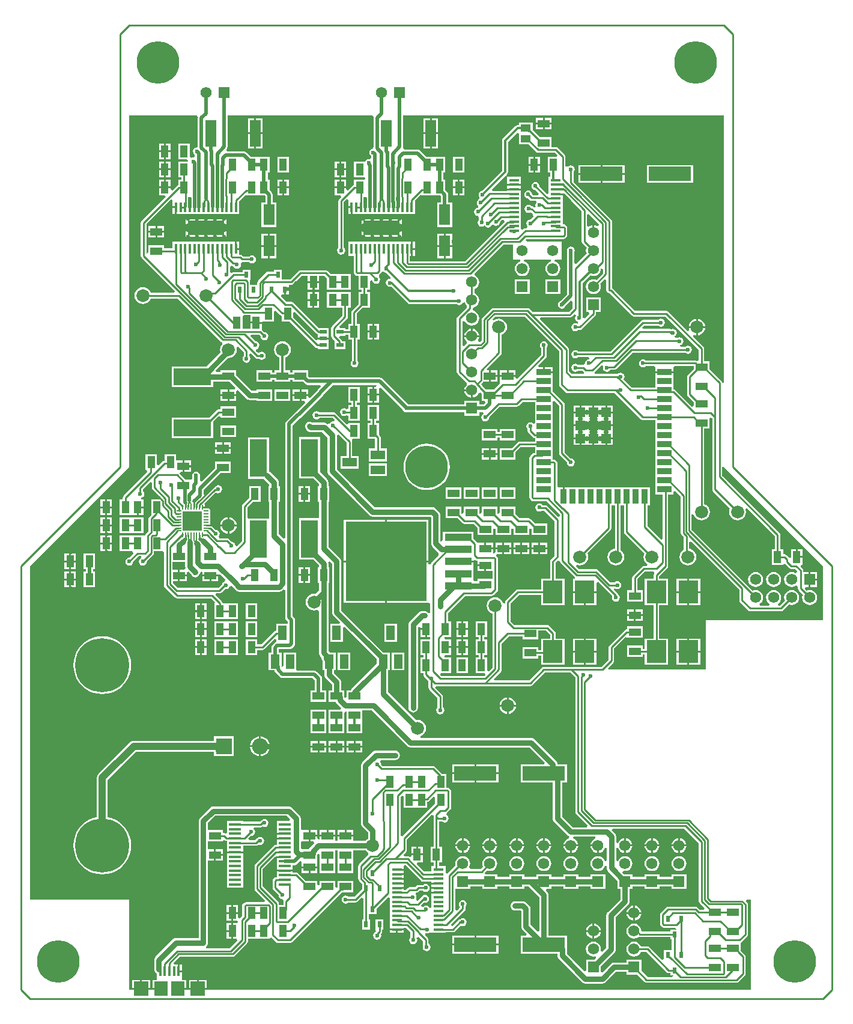
<source format=gtl>
G04*
G04 #@! TF.GenerationSoftware,Altium Limited,Altium Designer,20.0.7 (75)*
G04*
G04 Layer_Physical_Order=1*
G04 Layer_Color=255*
%FSLAX25Y25*%
%MOIN*%
G70*
G01*
G75*
%ADD10C,0.01000*%
%ADD16C,0.00500*%
%ADD17R,0.20472X0.07874*%
%ADD18R,0.01772X0.05807*%
%ADD19R,0.04331X0.06693*%
%ADD20R,0.23622X0.07874*%
%ADD21R,0.15000X0.04000*%
%ADD22R,0.45000X0.44000*%
%ADD23R,0.06299X0.11811*%
%ADD24R,0.11024X0.12598*%
%ADD25R,0.05236X0.05236*%
%ADD26R,0.07874X0.03543*%
%ADD27R,0.03543X0.07874*%
%ADD28R,0.06693X0.04331*%
%ADD29R,0.02362X0.03347*%
%ADD30R,0.05807X0.01772*%
%ADD31R,0.05906X0.14567*%
%ADD32R,0.07874X0.05118*%
%ADD33R,0.05118X0.07874*%
%ADD34R,0.01575X0.05512*%
%ADD35R,0.07874X0.07874*%
%ADD36R,0.07480X0.07874*%
%ADD37R,0.06693X0.01772*%
%ADD38R,0.03937X0.02362*%
%ADD39R,0.21000X0.09500*%
%ADD40R,0.09500X0.21000*%
%ADD41R,0.10630X0.10630*%
G04:AMPARAMS|DCode=42|XSize=9.84mil|YSize=25.59mil|CornerRadius=0mil|HoleSize=0mil|Usage=FLASHONLY|Rotation=0.000|XOffset=0mil|YOffset=0mil|HoleType=Round|Shape=Octagon|*
%AMOCTAGOND42*
4,1,8,-0.00246,0.01280,0.00246,0.01280,0.00492,0.01034,0.00492,-0.01034,0.00246,-0.01280,-0.00246,-0.01280,-0.00492,-0.01034,-0.00492,0.01034,-0.00246,0.01280,0.0*
%
%ADD42OCTAGOND42*%

%ADD43R,0.00984X0.02559*%
%ADD44R,0.02559X0.00984*%
G04:AMPARAMS|DCode=45|XSize=9.84mil|YSize=25.59mil|CornerRadius=0mil|HoleSize=0mil|Usage=FLASHONLY|Rotation=90.000|XOffset=0mil|YOffset=0mil|HoleType=Round|Shape=Octagon|*
%AMOCTAGOND45*
4,1,8,-0.01280,-0.00246,-0.01280,0.00246,-0.01034,0.00492,0.01034,0.00492,0.01280,0.00246,0.01280,-0.00246,0.01034,-0.00492,-0.01034,-0.00492,-0.01280,-0.00246,0.0*
%
%ADD45OCTAGOND45*%

%ADD46R,0.05512X0.04331*%
%ADD88C,0.02000*%
%ADD89C,0.01181*%
%ADD90C,0.03150*%
%ADD91C,0.04000*%
%ADD92C,0.03000*%
%ADD93C,0.06200*%
%ADD94R,0.06200X0.06200*%
%ADD95C,0.07200*%
%ADD96R,0.06200X0.06200*%
%ADD97C,0.09000*%
%ADD98R,0.09000X0.09000*%
%ADD99C,0.30000*%
%ADD100C,0.23622*%
%ADD101C,0.02362*%
%ADD102C,0.04724*%
%ADD103C,0.02756*%
G36*
X565000Y346742D02*
X564000Y346644D01*
X563913Y347081D01*
X563581Y347578D01*
X556847Y354312D01*
Y358480D01*
X554029D01*
Y365500D01*
X553913Y366085D01*
X553581Y366581D01*
X547822Y372341D01*
X548389Y373188D01*
X548799Y373018D01*
X549500Y372926D01*
Y377000D01*
X545426D01*
X545518Y376299D01*
X545688Y375889D01*
X544841Y375322D01*
X534081Y386081D01*
X533585Y386413D01*
X533000Y386529D01*
X515633D01*
X503141Y399022D01*
X502770Y399270D01*
Y436260D01*
X502653Y436845D01*
X502321Y437341D01*
X481529Y458134D01*
Y463399D01*
X481572Y463427D01*
X482055Y464149D01*
X482224Y465000D01*
X482055Y465851D01*
X481572Y466573D01*
X480851Y467055D01*
X480000Y467224D01*
X479149Y467055D01*
X478428Y466573D01*
X477220Y466565D01*
X477024Y466725D01*
Y472006D01*
X476907Y472591D01*
X476576Y473087D01*
X472760Y476903D01*
X472264Y477234D01*
X471679Y477351D01*
X469347D01*
Y482850D01*
X462967D01*
X458756Y487062D01*
Y491118D01*
X451244D01*
Y489528D01*
X450406D01*
X449785Y489404D01*
X449259Y489053D01*
X442353Y482147D01*
X442002Y481621D01*
X441878Y481000D01*
Y464172D01*
X430913Y453206D01*
X430149Y453055D01*
X429427Y452572D01*
X428945Y451851D01*
X428776Y451000D01*
X428945Y450149D01*
X429308Y449606D01*
X429195Y448859D01*
X429041Y448483D01*
X428428Y448072D01*
X427945Y447351D01*
X427776Y446500D01*
X427945Y445649D01*
X428428Y444928D01*
X428535Y443866D01*
X428445Y443713D01*
X427649Y443555D01*
X426928Y443073D01*
X426445Y442351D01*
X426276Y441500D01*
X426445Y440649D01*
X426928Y439927D01*
X427649Y439445D01*
X428009Y439374D01*
X428530Y439217D01*
X428971Y438350D01*
Y437101D01*
X428928Y437073D01*
X428445Y436351D01*
X428276Y435500D01*
X428445Y434649D01*
X428928Y433927D01*
X429649Y433445D01*
X430500Y433276D01*
X431351Y433445D01*
X432072Y433927D01*
X432093D01*
X432428Y433427D01*
X433149Y432945D01*
X434000Y432776D01*
X434851Y432945D01*
X435572Y433427D01*
X435983Y434042D01*
X436359Y434195D01*
X437106Y434308D01*
X437649Y433945D01*
X438500Y433776D01*
X439351Y433945D01*
X440072Y434427D01*
X440555Y435149D01*
X440724Y436000D01*
X440714Y436051D01*
X441736Y437073D01*
X442799D01*
X443213Y436073D01*
X421276Y414136D01*
X390604D01*
Y417029D01*
X391134D01*
Y420933D01*
Y424837D01*
X356480D01*
Y417029D01*
X359396D01*
Y408086D01*
X359512Y407501D01*
X359844Y407004D01*
X360430Y406419D01*
X360926Y406087D01*
X361511Y405971D01*
X362150D01*
Y398153D01*
X363786D01*
Y396847D01*
X362150D01*
Y390316D01*
X358504Y386671D01*
X358172Y386175D01*
X358056Y385589D01*
Y379346D01*
X356520D01*
Y376430D01*
X354917D01*
Y377081D01*
X352051D01*
X351668Y378005D01*
X355767Y382104D01*
X356098Y382600D01*
X356214Y383185D01*
Y388154D01*
X357850D01*
Y396847D01*
X351520D01*
Y396847D01*
X350980D01*
Y396847D01*
X344650D01*
Y388154D01*
X350980D01*
Y388154D01*
X351520D01*
Y388154D01*
X353156D01*
Y383819D01*
X347419Y378081D01*
X347087Y377585D01*
X346971Y377000D01*
Y372500D01*
X347087Y371915D01*
X347419Y371419D01*
X348420Y370417D01*
X348979Y369681D01*
X348979D01*
X348979Y369681D01*
Y365319D01*
X354917D01*
Y369681D01*
X352917D01*
X352818Y370181D01*
X352486Y370677D01*
X351367Y371795D01*
X351750Y372719D01*
X354917D01*
Y373371D01*
X356520D01*
Y370654D01*
X358471D01*
Y359101D01*
X358428Y359072D01*
X357945Y358351D01*
X357776Y357500D01*
X357945Y356649D01*
X358428Y355927D01*
X359149Y355445D01*
X360000Y355276D01*
X360851Y355445D01*
X361573Y355927D01*
X362055Y356649D01*
X362224Y357500D01*
X362055Y358351D01*
X361573Y359072D01*
X361529Y359101D01*
Y370654D01*
X362850D01*
Y379346D01*
X361115D01*
Y384956D01*
X364313Y388154D01*
X368480D01*
Y396847D01*
X366844D01*
Y398153D01*
X368480D01*
Y403115D01*
X368490Y403132D01*
X369480Y403641D01*
X369772Y403432D01*
X369866Y402960D01*
X370348Y402238D01*
X371069Y401756D01*
X371920Y401587D01*
X372771Y401756D01*
X373493Y402238D01*
X373975Y402960D01*
X374144Y403811D01*
X373975Y404662D01*
X373555Y405290D01*
X373494Y405394D01*
X373574Y406333D01*
X373646Y406483D01*
X374581Y407419D01*
X374913Y407915D01*
X374948Y408093D01*
X375576Y408307D01*
X375995Y408383D01*
X376649Y407945D01*
X377413Y407793D01*
X379917Y405289D01*
X379735Y404725D01*
X379485Y404307D01*
X378756Y404162D01*
X378035Y403680D01*
X377553Y402959D01*
X377384Y402107D01*
X377553Y401257D01*
X378035Y400535D01*
X378756Y400053D01*
X379608Y399884D01*
X380204Y400002D01*
X389396Y390811D01*
X389922Y390459D01*
X390542Y390336D01*
X416444D01*
X417092Y389903D01*
X417943Y389734D01*
X418794Y389903D01*
X419515Y390385D01*
X419998Y391107D01*
X420961Y391328D01*
X421057Y391306D01*
X421419Y390432D01*
X422076Y389576D01*
X422158Y389512D01*
X422214Y388383D01*
X417144Y383312D01*
X416812Y382816D01*
X416696Y382230D01*
Y352770D01*
X416812Y352184D01*
X417144Y351688D01*
X422116Y346716D01*
X422178Y345705D01*
X422088Y345433D01*
X422076Y345424D01*
X421419Y344568D01*
X421005Y343570D01*
X420930Y343000D01*
X425000D01*
Y342500D01*
X425500D01*
Y338431D01*
X426070Y338506D01*
X427068Y338919D01*
X427924Y339576D01*
X428581Y340432D01*
X428849Y341078D01*
X429918Y341423D01*
X430653Y340687D01*
Y336520D01*
X432222D01*
X432636Y335520D01*
X431655Y334539D01*
X429100D01*
Y336600D01*
X420900D01*
Y334539D01*
X389845D01*
X375442Y348942D01*
X374780Y349384D01*
X374000Y349539D01*
X334841D01*
X334347Y350033D01*
Y353480D01*
X325654D01*
Y352354D01*
X324346D01*
Y353480D01*
X321622D01*
Y360693D01*
X322320Y360982D01*
X323281Y361719D01*
X324018Y362680D01*
X324482Y363799D01*
X324640Y365000D01*
X324482Y366201D01*
X324018Y367320D01*
X323281Y368281D01*
X322320Y369018D01*
X321201Y369482D01*
X320000Y369640D01*
X318799Y369482D01*
X317680Y369018D01*
X316719Y368281D01*
X315982Y367320D01*
X315518Y366201D01*
X315360Y365000D01*
X315518Y363799D01*
X315982Y362680D01*
X316719Y361719D01*
X317680Y360982D01*
X318378Y360693D01*
Y353480D01*
X315653D01*
Y352354D01*
X314347D01*
Y353480D01*
X305654D01*
Y347150D01*
X314347D01*
Y348276D01*
X315653D01*
Y347150D01*
X324346D01*
Y348276D01*
X325654D01*
Y347150D01*
X331463D01*
X332554Y346058D01*
X332554Y346058D01*
X333216Y345616D01*
X333996Y345461D01*
X340933D01*
X341316Y344537D01*
X339555Y342776D01*
X339113Y342115D01*
X339084Y341968D01*
X335270Y338154D01*
X334347Y338537D01*
Y339185D01*
X330500D01*
Y336520D01*
X332329D01*
X332712Y335596D01*
X328032Y330916D01*
X327885Y330887D01*
X327224Y330445D01*
X322058Y325279D01*
X321616Y324618D01*
X321461Y323837D01*
Y260592D01*
X320537Y260209D01*
X317912Y262834D01*
Y280654D01*
X318480D01*
Y289347D01*
X317912D01*
Y291347D01*
X317824Y292019D01*
X317564Y292645D01*
X317151Y293183D01*
X313053Y297282D01*
X312515Y297694D01*
X312414Y297736D01*
Y316445D01*
X300914D01*
Y293445D01*
X309543D01*
X312642Y290347D01*
X312535Y289347D01*
X312150D01*
Y280654D01*
X312718D01*
Y272320D01*
X312414Y271445D01*
X300914D01*
X300529Y272286D01*
Y277500D01*
X303683Y280654D01*
X307850D01*
Y289347D01*
X301520D01*
Y282816D01*
X297919Y279215D01*
X297587Y278719D01*
X297471Y278134D01*
Y258903D01*
X294671Y256104D01*
X294103Y256290D01*
X293690Y256537D01*
X293545Y257268D01*
X293063Y257989D01*
X292341Y258471D01*
X291530Y258632D01*
X290168Y259995D01*
X289672Y260327D01*
X289087Y260443D01*
X285049D01*
X284852Y260713D01*
X284606Y261443D01*
X284951Y261959D01*
X285120Y262810D01*
X284951Y263661D01*
X284469Y264382D01*
X283747Y264864D01*
X282896Y265034D01*
X282845Y265023D01*
X280807Y267062D01*
X280311Y267393D01*
X279858Y267483D01*
Y270870D01*
Y276258D01*
X279112Y277004D01*
X277004D01*
Y277079D01*
X275512D01*
Y278079D01*
X277004D01*
Y279112D01*
X276636Y279480D01*
X282993Y285837D01*
X283317Y285620D01*
X284168Y285451D01*
X285019Y285620D01*
X285740Y286102D01*
X286222Y286824D01*
X286392Y287675D01*
X286222Y288526D01*
X285740Y289247D01*
X285019Y289729D01*
X284168Y289899D01*
X283317Y289729D01*
X282595Y289247D01*
X282390Y288940D01*
X281822Y288827D01*
X281326Y288496D01*
X277148Y284318D01*
X276148Y284732D01*
Y287131D01*
X285537Y296520D01*
X291346D01*
Y302850D01*
X282653D01*
Y299404D01*
X275057Y291808D01*
X274057Y292222D01*
Y294301D01*
X274073Y294324D01*
X274242Y295175D01*
X274073Y296026D01*
X273591Y296748D01*
X272869Y297230D01*
X272018Y297399D01*
X271167Y297230D01*
X270446Y296748D01*
X269964Y296026D01*
X269794Y295175D01*
X269964Y294324D01*
X269979Y294301D01*
Y293588D01*
X269346Y292850D01*
X266236D01*
X266081Y293081D01*
X263013Y296150D01*
X263427Y297150D01*
X264500D01*
Y300315D01*
Y303480D01*
X260980D01*
Y306846D01*
X254650D01*
Y303343D01*
X254429D01*
X253844Y303226D01*
X253348Y302895D01*
X251274Y300821D01*
X250350Y301204D01*
Y306846D01*
X244020D01*
Y298153D01*
X244577D01*
X244991Y297153D01*
X231757Y283920D01*
X231426Y283424D01*
X231309Y282839D01*
Y281846D01*
X229650D01*
Y273153D01*
X235520D01*
X236250Y273153D01*
X236980Y273153D01*
X239185D01*
Y277500D01*
X239685D01*
Y278000D01*
X242850D01*
Y281846D01*
X241698D01*
X241599Y282846D01*
X241863Y282899D01*
X242585Y283381D01*
X243067Y284103D01*
X243236Y284953D01*
X243067Y285805D01*
X242585Y286526D01*
X242542Y286555D01*
Y287763D01*
X246547Y291768D01*
X247471Y291386D01*
Y288500D01*
X247587Y287915D01*
X247919Y287419D01*
X252491Y282846D01*
X252077Y281846D01*
X247150D01*
Y273424D01*
X246068Y272342D01*
X245737Y271846D01*
X245620Y271261D01*
Y264404D01*
X244293Y263077D01*
X243962Y262581D01*
X243845Y261996D01*
Y261859D01*
X242850Y261846D01*
Y261846D01*
X236520D01*
Y261846D01*
X235980D01*
Y261846D01*
X229650D01*
Y253153D01*
X235980D01*
Y253153D01*
X236520D01*
X236885Y252903D01*
X237061Y251724D01*
X235051Y249714D01*
X235000Y249724D01*
X234149Y249555D01*
X233428Y249073D01*
X232945Y248351D01*
X232776Y247500D01*
X232945Y246649D01*
X233428Y245928D01*
X234149Y245445D01*
X235000Y245276D01*
X235851Y245445D01*
X236573Y245928D01*
X237055Y246649D01*
X237224Y247500D01*
X237214Y247551D01*
X240193Y250530D01*
X241419D01*
X241628Y249605D01*
X241613Y249530D01*
X240928Y249073D01*
X240445Y248351D01*
X240276Y247500D01*
X240445Y246649D01*
X240928Y245928D01*
X241649Y245445D01*
X242500Y245276D01*
X243351Y245445D01*
X244073Y245928D01*
X244555Y246649D01*
X244724Y247500D01*
X244714Y247551D01*
X248231Y251068D01*
X248563Y251564D01*
X248679Y252150D01*
Y253153D01*
X253480D01*
X254196Y252466D01*
Y234265D01*
X254312Y233680D01*
X254644Y233183D01*
X260353Y227474D01*
X260849Y227143D01*
X261434Y227026D01*
X280311D01*
X282396Y224941D01*
X282150Y224346D01*
X282150D01*
Y215653D01*
X288480D01*
Y215653D01*
X289020D01*
Y215653D01*
X295350D01*
Y224346D01*
X289020D01*
Y224346D01*
X288480D01*
Y224346D01*
X286752D01*
X286652Y224846D01*
X286321Y225342D01*
X282788Y228875D01*
X283202Y229875D01*
X285046D01*
X285632Y229991D01*
X286128Y230323D01*
X288082Y232277D01*
X288595Y232175D01*
X289446Y232344D01*
X290168Y232826D01*
X290650Y233548D01*
X290651Y233555D01*
X291736Y233884D01*
X294128Y231492D01*
X294666Y231079D01*
X295292Y230820D01*
X295965Y230731D01*
X318155D01*
X318827Y230820D01*
X319454Y231079D01*
X319991Y231492D01*
X320537Y232038D01*
X321461Y231655D01*
Y216500D01*
X321616Y215720D01*
X322058Y215058D01*
X322961Y214155D01*
Y212811D01*
X316441D01*
Y209237D01*
X315942Y209138D01*
X315445Y208806D01*
X308169Y201529D01*
X305980D01*
Y204346D01*
X299650D01*
Y195653D01*
X305980D01*
Y198471D01*
X308802D01*
X309387Y198587D01*
X309884Y198919D01*
X315517Y204552D01*
X316441Y204169D01*
Y202937D01*
X315668Y202390D01*
X315596Y202342D01*
X315596Y202342D01*
X314424Y201170D01*
X313982Y200509D01*
X313827Y199728D01*
Y197063D01*
X312307D01*
Y187189D01*
X315463D01*
X315541Y186794D01*
X315983Y186133D01*
X318558Y183558D01*
X319220Y183116D01*
X320000Y182961D01*
X336655D01*
X337961Y181655D01*
Y175980D01*
X335653D01*
Y169650D01*
X344346D01*
Y175980D01*
X342039D01*
Y182500D01*
X341884Y183281D01*
X341442Y183942D01*
X338942Y186442D01*
X338281Y186884D01*
X337500Y187039D01*
X328631D01*
X327693Y187189D01*
Y197063D01*
X320575D01*
Y189678D01*
X319575Y189121D01*
X319472Y189184D01*
X319455Y189234D01*
X319425Y189386D01*
Y197063D01*
X317905D01*
Y198861D01*
X323828D01*
X324609Y199016D01*
X325270Y199458D01*
X326442Y200630D01*
X326442Y200630D01*
X326884Y201291D01*
X327039Y202072D01*
Y215000D01*
X326884Y215780D01*
X326442Y216442D01*
X325539Y217345D01*
Y322992D01*
X329636Y327090D01*
X329783Y327119D01*
X330445Y327561D01*
X342439Y339555D01*
X342881Y340217D01*
X342910Y340364D01*
X348007Y345461D01*
X372235D01*
X372311Y345346D01*
X371777Y344346D01*
X370815D01*
Y340500D01*
X373480D01*
X373480Y343605D01*
Y343665D01*
Y343665D01*
X373480Y343722D01*
X373621Y343780D01*
X374480Y344136D01*
X386628Y331988D01*
X386695Y331649D01*
X387177Y330927D01*
X387899Y330445D01*
X388750Y330276D01*
X389601Y330445D01*
X389624Y330461D01*
X420900D01*
Y328400D01*
X429100D01*
Y330461D01*
X431342D01*
X431486Y330036D01*
X431509Y329461D01*
X430928Y329072D01*
X430445Y328351D01*
X430276Y327500D01*
X430445Y326649D01*
X430928Y325927D01*
X431649Y325445D01*
X432500Y325276D01*
X433351Y325445D01*
X434072Y325927D01*
X434555Y326649D01*
X434724Y327500D01*
X434714Y327551D01*
X440633Y333471D01*
X450000D01*
X450585Y333587D01*
X451081Y333919D01*
X453133Y335971D01*
X460063D01*
Y329728D01*
Y324390D01*
X459072Y324073D01*
X458351Y324555D01*
X457500Y324724D01*
X456649Y324555D01*
X455928Y324073D01*
X455445Y323351D01*
X455276Y322500D01*
X455445Y321649D01*
X455928Y320928D01*
X455971Y320899D01*
Y320000D01*
X456087Y319415D01*
X456419Y318919D01*
X458919Y316419D01*
X459415Y316087D01*
X460000Y315971D01*
X460063D01*
Y314029D01*
X451496D01*
X450911Y313913D01*
X450415Y313581D01*
X447184Y310350D01*
X440654D01*
Y304020D01*
X449346D01*
Y308188D01*
X452130Y310971D01*
X460063D01*
Y307758D01*
X459728D01*
X459143Y307641D01*
X458647Y307310D01*
X457419Y306081D01*
X457087Y305585D01*
X456971Y305000D01*
Y283086D01*
X457087Y282501D01*
X457419Y282004D01*
X458004Y281419D01*
X458500Y281087D01*
X459086Y280971D01*
X466589D01*
X473771Y273788D01*
Y272801D01*
X472771Y272386D01*
X466907Y278250D01*
X466411Y278582D01*
X465826Y278698D01*
X464323D01*
X464073Y279072D01*
X463351Y279555D01*
X462500Y279724D01*
X461649Y279555D01*
X460927Y279072D01*
X460445Y278351D01*
X460276Y277500D01*
X460445Y276649D01*
X460927Y275927D01*
X461649Y275445D01*
X462500Y275276D01*
X463351Y275445D01*
X463641Y275639D01*
X465192D01*
X470971Y269861D01*
Y250634D01*
X468919Y248581D01*
X468587Y248085D01*
X468471Y247500D01*
Y237870D01*
X463488D01*
Y232100D01*
X450571D01*
X449986Y231984D01*
X449489Y231652D01*
X443919Y226081D01*
X443587Y225585D01*
X443471Y225000D01*
Y224336D01*
X442482Y224201D01*
X442018Y225320D01*
X441281Y226281D01*
X440320Y227018D01*
X439201Y227482D01*
X438000Y227640D01*
X436799Y227482D01*
X435680Y227018D01*
X434719Y226281D01*
X433982Y225320D01*
X433518Y224201D01*
X433360Y223000D01*
X433518Y221799D01*
X433982Y220680D01*
X434719Y219719D01*
X435680Y218982D01*
X436471Y218654D01*
Y188644D01*
X434480Y186653D01*
X433480Y187068D01*
Y194346D01*
X431844D01*
Y195653D01*
X433480D01*
Y204346D01*
X431844D01*
Y205654D01*
X433480D01*
Y214347D01*
X427150D01*
Y205654D01*
X428786D01*
Y204346D01*
X427150D01*
Y195653D01*
X428786D01*
Y194346D01*
X427150D01*
Y185653D01*
X432066D01*
X432422Y184795D01*
X431798Y184029D01*
X408192D01*
X407568Y184795D01*
X407924Y185653D01*
X413480D01*
Y194346D01*
X409961D01*
X409752Y194653D01*
X410282Y195653D01*
X413480D01*
Y199500D01*
X410315D01*
Y200500D01*
X413480D01*
Y204346D01*
X410282D01*
X409752Y205346D01*
X409961Y205654D01*
X413480D01*
Y214347D01*
X411844D01*
Y219025D01*
X421290Y228471D01*
X436000D01*
X436585Y228587D01*
X437081Y228919D01*
X439081Y230919D01*
X439413Y231415D01*
X439529Y232000D01*
Y248914D01*
X439413Y249500D01*
X439081Y249996D01*
X438997Y250080D01*
X438645Y250935D01*
X438891Y251520D01*
X438995Y251520D01*
X442000D01*
Y254185D01*
X438154D01*
Y252796D01*
X437286Y251864D01*
X437181Y251836D01*
X436921Y251841D01*
X436846Y251906D01*
Y254185D01*
X432500D01*
Y254685D01*
X432000D01*
Y257850D01*
X428882D01*
X428211Y257944D01*
X427582Y258481D01*
X427488Y258575D01*
X426000Y260063D01*
Y263900D01*
X409000D01*
Y259277D01*
X408000Y258775D01*
X407597Y259076D01*
Y273155D01*
X407509Y273827D01*
X407249Y274453D01*
X406836Y274991D01*
X404991Y276836D01*
X404454Y277249D01*
X403827Y277508D01*
X403155Y277597D01*
X371076D01*
X350097Y298576D01*
Y317380D01*
X350367Y317592D01*
X351062Y317829D01*
X355597Y313295D01*
Y306059D01*
X352189D01*
Y298941D01*
X362063D01*
Y306059D01*
X358655D01*
Y313928D01*
X358539Y314513D01*
X358445Y314653D01*
X358906Y315653D01*
X362850D01*
Y324346D01*
X356520D01*
Y324113D01*
X355596Y323730D01*
X349571Y329754D01*
X349075Y330086D01*
X348490Y330203D01*
X340508D01*
X340479Y330246D01*
X339757Y330728D01*
X338906Y330897D01*
X338055Y330728D01*
X337334Y330246D01*
X336852Y329524D01*
X336683Y328673D01*
X336852Y327822D01*
X337334Y327101D01*
X338055Y326619D01*
X338906Y326449D01*
X339757Y326619D01*
X340479Y327101D01*
X340508Y327144D01*
X347856D01*
X348883Y326117D01*
X348390Y325196D01*
X348006Y325272D01*
X347155Y325103D01*
X346433Y324621D01*
X346046Y324041D01*
X345343Y323816D01*
X344915Y323758D01*
X344377Y324171D01*
X343751Y324430D01*
X343078Y324519D01*
X336599D01*
X336298Y324749D01*
X335672Y325009D01*
X335000Y325097D01*
X334328Y325009D01*
X333701Y324749D01*
X333164Y324336D01*
X332751Y323798D01*
X332491Y323172D01*
X332403Y322500D01*
X332491Y321828D01*
X332751Y321201D01*
X333164Y320664D01*
X333742Y320085D01*
X334280Y319672D01*
X334906Y319413D01*
X335578Y319325D01*
X342003D01*
X344903Y316424D01*
Y297500D01*
X344991Y296828D01*
X345251Y296201D01*
X345664Y295664D01*
X368164Y273164D01*
X368702Y272751D01*
X369328Y272492D01*
X370000Y272403D01*
X402079D01*
X402403Y272079D01*
Y257500D01*
X402492Y256828D01*
X402751Y256202D01*
X403164Y255664D01*
X406464Y252364D01*
X406533Y252310D01*
X406710Y251073D01*
X402419Y246781D01*
X402087Y246285D01*
X402000Y245848D01*
X401000Y245946D01*
Y247000D01*
X378000D01*
Y224500D01*
X400971D01*
X401000Y224500D01*
X401971Y224429D01*
Y219112D01*
X401070Y218826D01*
X400971Y218836D01*
X400586Y219336D01*
X400048Y219749D01*
X399422Y220008D01*
X398750Y220097D01*
X397500D01*
X396828Y220008D01*
X396201Y219749D01*
X395664Y219336D01*
X390664Y214336D01*
X390251Y213798D01*
X389991Y213172D01*
X389903Y212500D01*
Y166400D01*
X389991Y165728D01*
X390251Y165102D01*
X390664Y164564D01*
X391201Y164151D01*
X391828Y163891D01*
X392500Y163803D01*
X393172Y163891D01*
X393798Y164151D01*
X394336Y164564D01*
X394749Y165102D01*
X395008Y165728D01*
X395097Y166400D01*
Y211115D01*
X395520Y211442D01*
X396520Y210951D01*
Y210500D01*
X399685D01*
Y210000D01*
X400185D01*
Y205654D01*
X401971D01*
Y204346D01*
X396520D01*
Y195653D01*
X398156D01*
Y194346D01*
X396520D01*
Y185653D01*
X398156D01*
Y184815D01*
X398272Y184230D01*
X398604Y183733D01*
X400385Y181952D01*
X400445Y181649D01*
X400927Y180928D01*
X400971Y180899D01*
Y177500D01*
X401087Y176915D01*
X401419Y176419D01*
X405971Y171867D01*
Y166601D01*
X405928Y166572D01*
X405445Y165851D01*
X405276Y165000D01*
X405445Y164149D01*
X405928Y163427D01*
X406649Y162945D01*
X407500Y162776D01*
X408351Y162945D01*
X409072Y163427D01*
X409555Y164149D01*
X409724Y165000D01*
X409555Y165851D01*
X409072Y166572D01*
X409029Y166601D01*
Y172500D01*
X408913Y173085D01*
X408581Y173581D01*
X404692Y177471D01*
X405106Y178471D01*
X457500D01*
X458085Y178587D01*
X458581Y178919D01*
X465633Y185971D01*
X479704D01*
X482421Y183254D01*
Y108530D01*
X482537Y107944D01*
X482869Y107448D01*
X487500Y102817D01*
Y102500D01*
X487817D01*
X489296Y101021D01*
X488913Y100097D01*
X481076D01*
X475097Y106076D01*
Y125063D01*
X477811D01*
Y134937D01*
X472597D01*
Y135000D01*
X472508Y135672D01*
X472249Y136299D01*
X471836Y136836D01*
X459836Y148836D01*
X459299Y149249D01*
X458672Y149509D01*
X458000Y149597D01*
X396590D01*
X396391Y150597D01*
X397320Y150982D01*
X398281Y151719D01*
X399018Y152680D01*
X399482Y153799D01*
X399640Y155000D01*
X399482Y156201D01*
X399018Y157320D01*
X398281Y158281D01*
X397320Y159018D01*
X396201Y159482D01*
X395000Y159640D01*
X394145Y159527D01*
X378463Y175210D01*
Y187189D01*
X379425D01*
Y197063D01*
X375980D01*
X352597Y220446D01*
Y247500D01*
X352508Y248172D01*
X352249Y248798D01*
X351836Y249336D01*
X345412Y255761D01*
Y280654D01*
X345980D01*
Y289347D01*
X345412D01*
Y291435D01*
X345323Y292107D01*
X345064Y292734D01*
X344651Y293271D01*
X340750Y297173D01*
Y316500D01*
X329250D01*
Y293500D01*
X337077D01*
X340218Y290359D01*
Y289347D01*
X339650D01*
Y280654D01*
X340218D01*
Y271500D01*
X329250D01*
Y248500D01*
X337077D01*
X340218Y245359D01*
Y244346D01*
X339650D01*
Y235653D01*
X340218D01*
Y231391D01*
X338354Y229527D01*
X337500Y229640D01*
X336299Y229482D01*
X335180Y229018D01*
X334219Y228281D01*
X333482Y227320D01*
X333018Y226201D01*
X332860Y225000D01*
X333018Y223799D01*
X333482Y222680D01*
X334219Y221719D01*
X335180Y220982D01*
X336299Y220518D01*
X337500Y220360D01*
X338701Y220518D01*
X339218Y220733D01*
X340218Y220073D01*
Y196959D01*
X340306Y196287D01*
X340566Y195661D01*
X340979Y195123D01*
X341710Y194392D01*
Y193685D01*
X341798Y193013D01*
X342058Y192386D01*
X342307Y192062D01*
Y187189D01*
X343269D01*
Y184634D01*
X343358Y183962D01*
X343617Y183335D01*
X344030Y182798D01*
X347403Y179424D01*
Y175980D01*
X345654D01*
Y169650D01*
X349431D01*
X349523Y169430D01*
X349935Y168892D01*
X352477Y166350D01*
X352063Y165350D01*
X345654D01*
Y159020D01*
X345654D01*
Y158480D01*
X345654D01*
Y152150D01*
X354346D01*
Y158480D01*
X354346D01*
Y159020D01*
X354346D01*
Y163640D01*
X355346Y164285D01*
X355654Y164146D01*
Y159020D01*
X355654D01*
Y158480D01*
X355654D01*
Y152150D01*
X364347D01*
Y158480D01*
X364347D01*
Y159020D01*
X364347D01*
Y164903D01*
X369424D01*
X389164Y145164D01*
X389702Y144751D01*
X390328Y144492D01*
X391000Y144403D01*
X456924D01*
X465466Y135861D01*
X465084Y134937D01*
X452189D01*
Y125063D01*
X469903D01*
Y105000D01*
X469991Y104328D01*
X470251Y103701D01*
X470664Y103164D01*
X478164Y95664D01*
X478701Y95251D01*
X479211Y95040D01*
X479233Y94960D01*
X478930Y93994D01*
X477932Y93581D01*
X477076Y92924D01*
X476419Y92068D01*
X476006Y91070D01*
X475931Y90500D01*
X480000D01*
X484069D01*
X483994Y91070D01*
X483581Y92068D01*
X482924Y92924D01*
X482068Y93581D01*
X481291Y93903D01*
X481490Y94903D01*
X493510D01*
X493709Y93903D01*
X492932Y93581D01*
X492076Y92924D01*
X491419Y92068D01*
X491006Y91070D01*
X490931Y90500D01*
X495000D01*
Y90000D01*
X495500D01*
Y85930D01*
X496070Y86006D01*
X497068Y86419D01*
X497924Y87076D01*
X498581Y87932D01*
X498903Y88709D01*
X499903Y88510D01*
Y81490D01*
X498903Y81291D01*
X498581Y82068D01*
X497924Y82924D01*
X497068Y83581D01*
X496070Y83995D01*
X495000Y84135D01*
X493930Y83995D01*
X492932Y83581D01*
X492076Y82924D01*
X491419Y82068D01*
X491006Y81070D01*
X490865Y80000D01*
X491006Y78930D01*
X491419Y77932D01*
X492076Y77076D01*
X492932Y76419D01*
X493930Y76006D01*
X495000Y75865D01*
X496070Y76006D01*
X497068Y76419D01*
X497924Y77076D01*
X498581Y77932D01*
X498903Y78709D01*
X499903Y78510D01*
Y77500D01*
X499992Y76828D01*
X500251Y76201D01*
X500664Y75664D01*
X505900Y70427D01*
Y65900D01*
X507403D01*
Y60076D01*
X500464Y53136D01*
X500051Y52599D01*
X499791Y51972D01*
X499703Y51300D01*
Y33376D01*
X497418Y31091D01*
X496920Y31274D01*
X496518Y31604D01*
X496635Y32500D01*
X496494Y33570D01*
X496081Y34568D01*
X495424Y35424D01*
X494568Y36081D01*
X493570Y36494D01*
X492500Y36635D01*
X491430Y36494D01*
X490432Y36081D01*
X489576Y35424D01*
X488919Y34568D01*
X488506Y33570D01*
X488365Y32500D01*
X488506Y31430D01*
X488919Y30432D01*
X489576Y29576D01*
X490432Y28919D01*
X491430Y28506D01*
X492500Y28365D01*
X493396Y28482D01*
X493726Y28080D01*
X493909Y27582D01*
X492927Y26600D01*
X488400D01*
Y20579D01*
X487476Y20197D01*
X478376Y29297D01*
X477811Y30063D01*
Y39937D01*
X467597D01*
Y62500D01*
X467509Y63172D01*
X467249Y63798D01*
X466836Y64336D01*
X466197Y64976D01*
X466579Y65900D01*
X469100D01*
Y67403D01*
X475900D01*
Y65900D01*
X484100D01*
Y67403D01*
X490900D01*
Y65900D01*
X499100D01*
Y74100D01*
X490900D01*
Y72597D01*
X484100D01*
Y74100D01*
X475900D01*
Y72597D01*
X469100D01*
Y74100D01*
X460900D01*
Y72597D01*
X454100D01*
Y74100D01*
X445900D01*
Y72597D01*
X439100D01*
Y74100D01*
X432677D01*
X432263Y75100D01*
X433391Y76228D01*
X433930Y76006D01*
X435000Y75865D01*
X436070Y76006D01*
X437068Y76419D01*
X437924Y77076D01*
X438581Y77932D01*
X438995Y78930D01*
X439135Y80000D01*
X438995Y81070D01*
X438581Y82068D01*
X437924Y82924D01*
X437068Y83581D01*
X436070Y83995D01*
X435000Y84135D01*
X433930Y83995D01*
X432932Y83581D01*
X432076Y82924D01*
X431419Y82068D01*
X431005Y81070D01*
X430865Y80000D01*
X431005Y78930D01*
X431228Y78391D01*
X429767Y76929D01*
X424072D01*
X423579Y77929D01*
X423581Y77932D01*
X423994Y78930D01*
X424135Y80000D01*
X423994Y81070D01*
X423581Y82068D01*
X422924Y82924D01*
X422068Y83581D01*
X421070Y83995D01*
X420000Y84135D01*
X418930Y83995D01*
X417932Y83581D01*
X417076Y82924D01*
X416419Y82068D01*
X416006Y81070D01*
X415865Y80000D01*
X415997Y78992D01*
X411471Y74465D01*
X411220Y74483D01*
X410541Y74723D01*
X410470Y74794D01*
Y78520D01*
X406844D01*
Y80654D01*
X408480D01*
Y89346D01*
X406844D01*
Y103471D01*
X408399D01*
X408427Y103428D01*
X409149Y102945D01*
X410000Y102776D01*
X410851Y102945D01*
X411573Y103428D01*
X412055Y104149D01*
X412224Y105000D01*
X412055Y105851D01*
X411573Y106572D01*
X411089Y106896D01*
X411028Y107124D01*
X411023Y107746D01*
X411089Y108007D01*
X411334Y108171D01*
X413081Y109919D01*
X413413Y110415D01*
X413529Y111000D01*
Y119914D01*
X413413Y120500D01*
X413081Y120996D01*
X412496Y121581D01*
X412000Y121913D01*
X411414Y122029D01*
X410980D01*
Y129720D01*
X408460D01*
X404599Y133581D01*
X404103Y133913D01*
X403518Y134029D01*
X375634D01*
X374714Y134949D01*
X374724Y135000D01*
X374555Y135851D01*
X374186Y136403D01*
X374377Y137028D01*
X374629Y137403D01*
X382500D01*
X383172Y137492D01*
X383799Y137751D01*
X384336Y138164D01*
X384749Y138701D01*
X385009Y139328D01*
X385097Y140000D01*
X385009Y140672D01*
X384749Y141298D01*
X384336Y141836D01*
X383799Y142249D01*
X383172Y142508D01*
X382500Y142597D01*
X371843D01*
X371171Y142508D01*
X370545Y142249D01*
X370007Y141836D01*
X364164Y135993D01*
X363751Y135455D01*
X363492Y134829D01*
X363403Y134157D01*
Y102417D01*
X363492Y101745D01*
X363751Y101119D01*
X364164Y100581D01*
X367403Y97342D01*
Y93805D01*
X366719Y93281D01*
X366195Y92597D01*
X359347D01*
Y94815D01*
X355000D01*
X350654D01*
Y92597D01*
X349346D01*
Y94815D01*
X345000D01*
Y95315D01*
D01*
Y94815D01*
X340653D01*
Y93354D01*
X340347Y93215D01*
X339347Y93860D01*
Y94815D01*
X335500D01*
Y92150D01*
X337063D01*
X337477Y91150D01*
X334935Y88608D01*
X334523Y88070D01*
X334432Y87850D01*
X330654D01*
X330097Y88620D01*
Y91380D01*
X330654Y92150D01*
X334500D01*
Y95315D01*
Y98480D01*
X330654D01*
X330097Y99250D01*
Y105000D01*
X330009Y105672D01*
X329749Y106298D01*
X329336Y106836D01*
X325236Y110936D01*
X324698Y111349D01*
X324072Y111609D01*
X323400Y111697D01*
X281600D01*
X280928Y111609D01*
X280301Y111349D01*
X279764Y110936D01*
X274164Y105336D01*
X273751Y104798D01*
X273492Y104172D01*
X273403Y103500D01*
Y38597D01*
X260882D01*
X260210Y38508D01*
X259584Y38249D01*
X259046Y37836D01*
X249510Y28300D01*
X249097Y27762D01*
X248838Y27136D01*
X248749Y26464D01*
Y21327D01*
X248838Y20655D01*
X249097Y20028D01*
X249510Y19490D01*
X250048Y19078D01*
X250346Y18954D01*
Y16390D01*
X250346D01*
X250233Y15437D01*
X247787D01*
Y11000D01*
X252528D01*
Y10000D01*
X235000D01*
Y60000D01*
X180000D01*
Y245000D01*
X235000Y300000D01*
Y495000D01*
X272394D01*
X272608Y494786D01*
X273060Y494000D01*
X272961Y493500D01*
Y477602D01*
X272500Y477224D01*
X271649Y477055D01*
X270928Y476573D01*
X270445Y475851D01*
X270276Y475000D01*
X270445Y474149D01*
X270928Y473427D01*
X271170Y473265D01*
X271194Y472403D01*
X270500Y471689D01*
X269649Y471520D01*
X269480Y471407D01*
X268480Y471941D01*
Y479347D01*
X262150D01*
Y470653D01*
X266827D01*
X267446Y469654D01*
X267293Y469347D01*
X262150D01*
Y460653D01*
X263786D01*
Y459346D01*
X262150D01*
Y456460D01*
X261915Y456413D01*
X261419Y456081D01*
X258774Y453437D01*
X257850Y453820D01*
Y454500D01*
X254685D01*
X251520D01*
Y450654D01*
X254684D01*
X255067Y449730D01*
X241833Y436496D01*
X241501Y435999D01*
X241385Y435414D01*
Y417086D01*
X241501Y416501D01*
X241833Y416004D01*
X260384Y397453D01*
X260001Y396529D01*
X246846D01*
X246518Y397320D01*
X245781Y398281D01*
X244820Y399018D01*
X243701Y399482D01*
X242500Y399640D01*
X241299Y399482D01*
X240180Y399018D01*
X239219Y398281D01*
X238482Y397320D01*
X238018Y396201D01*
X237860Y395000D01*
X238018Y393799D01*
X238482Y392680D01*
X239219Y391719D01*
X240180Y390982D01*
X241299Y390518D01*
X242500Y390360D01*
X243701Y390518D01*
X244820Y390982D01*
X245781Y391719D01*
X246518Y392680D01*
X246846Y393471D01*
X261866D01*
X285919Y369419D01*
X286261Y369190D01*
X286397Y368920D01*
X286471Y368608D01*
X286537Y368043D01*
X285982Y367320D01*
X285518Y366201D01*
X285360Y365000D01*
X285518Y363799D01*
X285623Y363546D01*
X277827Y355750D01*
X258500D01*
Y344250D01*
X281500D01*
Y347403D01*
X285653D01*
Y347150D01*
X290674D01*
X293973Y343850D01*
X293559Y342850D01*
X290500D01*
Y340185D01*
X294346D01*
Y342063D01*
X295346Y342477D01*
X299975Y337849D01*
X300513Y337436D01*
X301139Y337176D01*
X301811Y337088D01*
X305654D01*
Y336520D01*
X314347D01*
Y342850D01*
X305654D01*
Y342282D01*
X302887D01*
X294346Y350822D01*
Y353480D01*
X285653D01*
Y352597D01*
X283326D01*
X282944Y353521D01*
X289808Y360386D01*
X290000Y360360D01*
X291201Y360518D01*
X292320Y360982D01*
X293281Y361719D01*
X294018Y362680D01*
X294482Y363799D01*
X294640Y365000D01*
X294482Y366201D01*
X294439Y366304D01*
X295286Y366871D01*
X298471Y363687D01*
Y361601D01*
X298428Y361573D01*
X297945Y360851D01*
X297776Y360000D01*
X297945Y359149D01*
X298428Y358428D01*
X299149Y357945D01*
X300000Y357776D01*
X300851Y357945D01*
X301572Y358428D01*
X302055Y359149D01*
X302224Y360000D01*
X302055Y360851D01*
X301572Y361573D01*
X301565Y361577D01*
X301598Y362530D01*
X302453Y362884D01*
X304919Y360419D01*
X305415Y360087D01*
X306000Y359971D01*
X306958D01*
X307608Y359536D01*
X308459Y359367D01*
X309310Y359536D01*
X310032Y360018D01*
X310514Y360740D01*
X310683Y361591D01*
X310514Y362442D01*
X310032Y363163D01*
X309310Y363645D01*
X308459Y363815D01*
X307608Y363645D01*
X306887Y363163D01*
X306011Y363652D01*
X305339Y364324D01*
X305668Y365409D01*
X305851Y365445D01*
X306573Y365928D01*
X307055Y366649D01*
X307224Y367500D01*
X307055Y368351D01*
X306573Y369073D01*
X305851Y369555D01*
X305000Y369724D01*
X304949Y369714D01*
X302116Y372547D01*
X302499Y373471D01*
X306867D01*
X307786Y372551D01*
X307776Y372500D01*
X307945Y371649D01*
X308428Y370928D01*
X309149Y370445D01*
X310000Y370276D01*
X310851Y370445D01*
X311573Y370928D01*
X312055Y371649D01*
X312224Y372500D01*
X312055Y373351D01*
X311573Y374073D01*
X310851Y374555D01*
X310000Y374724D01*
X309949Y374714D01*
X308581Y376081D01*
X308480Y376149D01*
Y379877D01*
X309020Y380654D01*
X315350D01*
Y386180D01*
X316274Y386563D01*
X318654Y384183D01*
X319150Y383852D01*
X319650Y383752D01*
Y380654D01*
X323835D01*
X338070Y366419D01*
X338566Y366087D01*
X339151Y365971D01*
X339531D01*
Y365319D01*
X345468D01*
Y369019D01*
Y370700D01*
X342500D01*
X339531D01*
Y370589D01*
X338608Y370206D01*
X325980Y382834D01*
Y385550D01*
X326904Y385933D01*
X338919Y373919D01*
X339415Y373587D01*
X339531Y373564D01*
Y371700D01*
X342500D01*
X345468D01*
Y372719D01*
Y377081D01*
X340081D01*
X326081Y391081D01*
X325585Y391413D01*
X325000Y391529D01*
X322169D01*
X319104Y394595D01*
X319518Y395595D01*
X320740D01*
Y398268D01*
X321240D01*
Y398768D01*
X323421D01*
X323421Y400941D01*
X324409Y400971D01*
X325000D01*
X325585Y401087D01*
X326081Y401419D01*
X330633Y405971D01*
X334020D01*
Y403000D01*
X337185D01*
X340350D01*
Y405971D01*
X343333D01*
X344650Y404654D01*
Y398153D01*
X350980D01*
Y398153D01*
X351520D01*
Y398153D01*
X357850D01*
Y406847D01*
X351520D01*
Y406847D01*
X350980D01*
Y406847D01*
X346783D01*
X345048Y408581D01*
X344551Y408913D01*
X343966Y409029D01*
X330000D01*
X329415Y408913D01*
X328919Y408581D01*
X324366Y404029D01*
X320669D01*
X319681Y404059D01*
Y409406D01*
X315319D01*
Y408262D01*
X312111D01*
X311526Y408145D01*
X311030Y407814D01*
X306419Y403203D01*
X306087Y402707D01*
X305971Y402121D01*
Y401921D01*
X305921Y400941D01*
X302029D01*
Y402698D01*
X301958Y403059D01*
X302181Y404059D01*
X302181D01*
Y409406D01*
X297819D01*
Y408029D01*
X292940D01*
X292355Y407913D01*
X291986Y407666D01*
X291929Y407648D01*
X291717Y407640D01*
X290868Y408320D01*
Y411002D01*
X291717Y411541D01*
X292621Y411325D01*
X293103Y410603D01*
X293825Y410121D01*
X294675Y409952D01*
X295527Y410121D01*
X296248Y410603D01*
X296730Y411325D01*
X296899Y412176D01*
X296780Y412775D01*
X297246Y413432D01*
X297519Y413646D01*
X297564Y413637D01*
X301430D01*
X301459Y413594D01*
X302180Y413112D01*
X303031Y412943D01*
X303882Y413112D01*
X304604Y413594D01*
X305086Y414316D01*
X305255Y415167D01*
X305086Y416018D01*
X304604Y416739D01*
X303882Y417221D01*
X303031Y417390D01*
X302180Y417221D01*
X301459Y416739D01*
X301430Y416696D01*
X298197D01*
X297617Y417277D01*
X297120Y417608D01*
X296535Y417725D01*
X296020D01*
Y420433D01*
X294134D01*
Y420933D01*
X293634D01*
Y424837D01*
X258980D01*
Y421214D01*
X254346D01*
Y422850D01*
X245654D01*
Y418899D01*
X244654Y418364D01*
X244444Y418505D01*
Y434781D01*
X258226Y448563D01*
X258980Y447903D01*
Y444567D01*
X260866D01*
Y444067D01*
X261366D01*
Y440163D01*
X296020D01*
Y447357D01*
X298850Y450187D01*
X299650Y450654D01*
Y450654D01*
X299650Y450654D01*
X305980D01*
Y450654D01*
X306520D01*
Y450654D01*
X309967D01*
X310461Y450159D01*
Y446728D01*
X308350D01*
Y432917D01*
X316650D01*
Y446728D01*
X314539D01*
Y451004D01*
X314384Y451784D01*
X313942Y452446D01*
X313942Y452446D01*
X312850Y453537D01*
Y459346D01*
X311724D01*
Y463154D01*
X312850D01*
Y471846D01*
X306520D01*
Y471846D01*
X305980D01*
Y471846D01*
X302533D01*
X299938Y474442D01*
X299276Y474884D01*
X298496Y475039D01*
X289337D01*
X288923Y476039D01*
X288942Y476058D01*
X289384Y476720D01*
X289539Y477500D01*
Y495000D01*
X369913D01*
X370539Y494000D01*
X370461Y493608D01*
Y477557D01*
X370320Y476587D01*
X369469Y476418D01*
X368748Y475936D01*
X368266Y475214D01*
X368097Y474364D01*
X368266Y473513D01*
X368748Y472791D01*
X369142Y472528D01*
Y471338D01*
X368142Y470656D01*
X367800Y470724D01*
X366949Y470555D01*
X366228Y470073D01*
X365745Y469351D01*
X365744Y469347D01*
X359650D01*
Y460653D01*
X365599D01*
X366020Y460000D01*
X365599Y459346D01*
X359650D01*
Y456460D01*
X359415Y456413D01*
X358919Y456081D01*
X356274Y453437D01*
X355350Y453820D01*
Y454500D01*
X352185D01*
X349020D01*
Y450654D01*
X352184D01*
X352567Y449730D01*
X351419Y448581D01*
X351087Y448085D01*
X350971Y447500D01*
Y421601D01*
X350927Y421572D01*
X350445Y420851D01*
X350276Y420000D01*
X350445Y419149D01*
X350927Y418428D01*
X351649Y417945D01*
X352500Y417776D01*
X353351Y417945D01*
X354072Y418428D01*
X354555Y419149D01*
X354724Y420000D01*
X354555Y420851D01*
X354072Y421572D01*
X354029Y421601D01*
Y446867D01*
X355726Y448563D01*
X356480Y447903D01*
Y444567D01*
X358366D01*
Y444067D01*
X358866D01*
Y440163D01*
X393520D01*
Y447657D01*
X396702Y450839D01*
X397150Y450654D01*
Y450654D01*
X403480D01*
Y450654D01*
X404020D01*
Y450654D01*
X407467D01*
X407961Y450159D01*
Y446728D01*
X405850D01*
Y432917D01*
X414150D01*
Y446728D01*
X412039D01*
Y451004D01*
X411884Y451784D01*
X411442Y452446D01*
X411442Y452446D01*
X410350Y453537D01*
Y459346D01*
X409224D01*
Y463154D01*
X410350D01*
Y471846D01*
X404020D01*
Y471846D01*
X403480D01*
Y471846D01*
X400033D01*
X396438Y475442D01*
X395776Y475884D01*
X394996Y476039D01*
X387632D01*
X387425Y476227D01*
X386943Y477015D01*
X387039Y477500D01*
Y495000D01*
X565000D01*
Y346742D01*
D02*
G37*
G36*
X451244Y485036D02*
Y478882D01*
X456593D01*
X460735Y474740D01*
X461231Y474408D01*
X461817Y474292D01*
X471045D01*
X472491Y472847D01*
X472077Y471846D01*
X467150D01*
Y463154D01*
X468693D01*
Y460961D01*
X467663D01*
Y457189D01*
Y454630D01*
Y451734D01*
X466740Y451351D01*
X462484Y455607D01*
X462527Y455822D01*
X462358Y456673D01*
X461875Y457394D01*
X461154Y457876D01*
X460303Y458046D01*
X459452Y457876D01*
X458731Y457394D01*
X458249Y456673D01*
X458079Y455822D01*
X458249Y454971D01*
X458731Y454249D01*
X459452Y453767D01*
X460134Y453632D01*
X462150Y451615D01*
X461768Y450691D01*
X460890D01*
X460867Y450686D01*
X460255D01*
X460008Y450735D01*
X459361D01*
X458527Y451181D01*
X458358Y452032D01*
X457875Y452754D01*
X457154Y453236D01*
X456303Y453405D01*
X455452Y453236D01*
X454731Y452754D01*
X454249Y452032D01*
X454079Y451181D01*
X454249Y450330D01*
X454731Y449609D01*
X455452Y449126D01*
X456303Y448957D01*
X456361Y448969D01*
X457206Y448125D01*
X457702Y447793D01*
X458287Y447677D01*
X459810D01*
X460057Y447627D01*
X460512D01*
X460791Y447087D01*
X460907Y446650D01*
X460907Y446633D01*
X460492Y446012D01*
X460323Y445161D01*
X460482Y444362D01*
X460439Y444300D01*
X459560Y443870D01*
X459268Y444162D01*
X458772Y444494D01*
X458220Y444604D01*
X458119Y444754D01*
X457398Y445236D01*
X456547Y445405D01*
X455696Y445236D01*
X454975Y444754D01*
X454492Y444032D01*
X454323Y443181D01*
X454492Y442330D01*
X454975Y441609D01*
X455696Y441126D01*
X456547Y440957D01*
X457398Y441126D01*
X457746Y441359D01*
X459024Y440080D01*
X459204Y438885D01*
X459193Y438856D01*
X457551Y437214D01*
X457500Y437224D01*
X456649Y437055D01*
X455928Y436573D01*
X455445Y435851D01*
X455276Y435000D01*
X455445Y434149D01*
X455909Y433455D01*
X455878Y433287D01*
X455584Y432455D01*
X454795D01*
X454210Y432338D01*
X453714Y432007D01*
X453337Y431629D01*
X452337Y432044D01*
Y436717D01*
Y439276D01*
Y441835D01*
Y444394D01*
Y446953D01*
Y449512D01*
Y452071D01*
Y453457D01*
X444529D01*
Y453029D01*
X436629D01*
X436247Y453953D01*
X443724Y461431D01*
X444529Y460822D01*
Y457189D01*
Y457016D01*
X452337D01*
Y457189D01*
Y460961D01*
X444668D01*
X444059Y461766D01*
X444647Y462353D01*
X444998Y462879D01*
X445122Y463500D01*
Y480328D01*
X450244Y485451D01*
X451244Y485036D01*
D02*
G37*
G36*
X495647Y434670D02*
X495574Y434070D01*
X494568Y433581D01*
X493570Y433994D01*
X493000Y434069D01*
Y430000D01*
X492000D01*
Y434069D01*
X491430Y433994D01*
X490432Y433581D01*
X490029Y433272D01*
X489029Y433765D01*
Y439981D01*
X489953Y440363D01*
X495647Y434670D01*
D02*
G37*
G36*
X497488Y409780D02*
X497783Y409509D01*
Y407446D01*
X494109Y403771D01*
X493570Y403995D01*
X492500Y404135D01*
X491430Y403995D01*
X490432Y403581D01*
X489576Y402924D01*
X488919Y402068D01*
X488506Y401070D01*
X488365Y400000D01*
X488506Y398930D01*
X488919Y397932D01*
X489576Y397076D01*
X490432Y396419D01*
X491430Y396006D01*
X492500Y395865D01*
X493570Y396006D01*
X494568Y396419D01*
X495424Y397076D01*
X496081Y397932D01*
X496494Y398930D01*
X496635Y400000D01*
X496494Y401070D01*
X496272Y401609D01*
X498787Y404124D01*
X499711Y403741D01*
Y397941D01*
X499827Y397356D01*
X500159Y396859D01*
X500655Y396528D01*
X501240Y396411D01*
X501426D01*
X513919Y383919D01*
X514415Y383587D01*
X515000Y383471D01*
X532367D01*
X550971Y364866D01*
Y359240D01*
X550719Y359021D01*
X549971Y358745D01*
X549719Y358913D01*
X549134Y359029D01*
X521601D01*
X521572Y359072D01*
X520851Y359555D01*
X520000Y359724D01*
X519149Y359555D01*
X518428Y359072D01*
X517945Y358351D01*
X517776Y357500D01*
X517945Y356649D01*
X518428Y355927D01*
X519149Y355445D01*
X520000Y355276D01*
X520851Y355445D01*
X521572Y355927D01*
X521601Y355971D01*
X526282D01*
X526992Y355272D01*
Y353000D01*
X536866D01*
Y355272D01*
X537577Y355971D01*
X548153D01*
Y354312D01*
X544919Y351078D01*
X544587Y350581D01*
X544471Y349996D01*
Y340349D01*
X544587Y339763D01*
X544919Y339267D01*
X548153Y336032D01*
Y333816D01*
X547230Y333433D01*
X537862Y342801D01*
X537366Y343133D01*
X536866Y343232D01*
Y344728D01*
Y349728D01*
Y352000D01*
X526992D01*
Y349728D01*
Y344029D01*
X513790D01*
X509201Y348619D01*
X509555Y349149D01*
X509724Y350000D01*
X509555Y350851D01*
X509072Y351572D01*
X508351Y352055D01*
X507500Y352224D01*
X506649Y352055D01*
X505928Y351572D01*
X505899Y351529D01*
X493594D01*
X493307Y352073D01*
X493236Y352529D01*
X497204Y356497D01*
X497980Y355860D01*
X497945Y355807D01*
X497776Y354957D01*
X497945Y354105D01*
X498427Y353384D01*
X499149Y352902D01*
X500000Y352733D01*
X500851Y352902D01*
X501573Y353384D01*
X501887Y353855D01*
X504000D01*
X504585Y353971D01*
X505081Y354303D01*
X514249Y363471D01*
X543399D01*
X543428Y363427D01*
X544149Y362945D01*
X545000Y362776D01*
X545851Y362945D01*
X546572Y363427D01*
X547055Y364149D01*
X547224Y365000D01*
X547055Y365851D01*
X546572Y366572D01*
X545851Y367055D01*
X545000Y367224D01*
X544149Y367055D01*
X543428Y366572D01*
X543399Y366529D01*
X540775D01*
X540676Y367529D01*
X541116Y367617D01*
X541837Y368099D01*
X542319Y368820D01*
X542489Y369671D01*
X542319Y370522D01*
X541837Y371244D01*
X541116Y371726D01*
X540265Y371895D01*
X539414Y371726D01*
X539120Y371529D01*
X538015D01*
X537711Y372529D01*
X538072Y372771D01*
X538555Y373492D01*
X538724Y374343D01*
X538555Y375194D01*
X538072Y375916D01*
X537351Y376398D01*
X536500Y376567D01*
X535649Y376398D01*
X535629Y376384D01*
X535585Y376413D01*
X535000Y376529D01*
X519999D01*
X519616Y377453D01*
X520634Y378471D01*
X528399D01*
X528428Y378428D01*
X529149Y377945D01*
X530000Y377776D01*
X530851Y377945D01*
X531572Y378428D01*
X532055Y379149D01*
X532224Y380000D01*
X532055Y380851D01*
X531572Y381573D01*
X530851Y382055D01*
X530000Y382224D01*
X529149Y382055D01*
X528428Y381573D01*
X528399Y381529D01*
X520000D01*
X519415Y381413D01*
X518919Y381081D01*
X501873Y364036D01*
X484097D01*
X484072Y364072D01*
X483351Y364555D01*
X482500Y364724D01*
X481649Y364555D01*
X480928Y364072D01*
X480445Y363351D01*
X480276Y362500D01*
X480445Y361649D01*
X480928Y360928D01*
X481649Y360445D01*
X482500Y360276D01*
X483351Y360445D01*
X484072Y360928D01*
X484106Y360977D01*
X489885D01*
X490345Y359977D01*
X490110Y359702D01*
X490000Y359724D01*
X489149Y359555D01*
X488427Y359072D01*
X487945Y358351D01*
X487776Y357500D01*
X487820Y357277D01*
X487806Y357244D01*
X486954Y356507D01*
X486843Y356529D01*
X484101D01*
X484072Y356573D01*
X483351Y357055D01*
X482500Y357224D01*
X481649Y357055D01*
X480928Y356573D01*
X480445Y355851D01*
X480276Y355000D01*
X480445Y354149D01*
X480928Y353428D01*
X481649Y352945D01*
X482500Y352776D01*
X483351Y352945D01*
X484072Y353428D01*
X484101Y353471D01*
X486210D01*
X487151Y352529D01*
X487079Y352073D01*
X486793Y351529D01*
X480633D01*
X479029Y353134D01*
Y365000D01*
X478913Y365585D01*
X478581Y366081D01*
X477856Y366806D01*
X477856Y366806D01*
X462741Y381922D01*
X463124Y382846D01*
X479414D01*
X479999Y382962D01*
X480496Y383294D01*
X481081Y383879D01*
X481160Y383998D01*
X481795Y384632D01*
X481814Y384635D01*
X482840Y384263D01*
X482860Y384041D01*
X482476Y383466D01*
X482307Y382615D01*
X482476Y381764D01*
X482958Y381043D01*
X483680Y380561D01*
X483832Y380531D01*
X484040Y379469D01*
X483758Y379283D01*
X483351Y379555D01*
X482500Y379724D01*
X481649Y379555D01*
X480928Y379072D01*
X480445Y378351D01*
X480276Y377500D01*
X480445Y376649D01*
X480928Y375927D01*
X481649Y375445D01*
X482500Y375276D01*
X483351Y375445D01*
X484072Y375927D01*
X484101Y375971D01*
X485000D01*
X485585Y376087D01*
X486081Y376419D01*
X493581Y383919D01*
X493913Y384415D01*
X494029Y385000D01*
Y385900D01*
X496600D01*
Y394100D01*
X488400D01*
Y385900D01*
X489823D01*
X490237Y384900D01*
X487730Y382393D01*
X487259Y382500D01*
X486719Y382796D01*
X486622Y383283D01*
Y401828D01*
X490984Y406190D01*
X491430Y406005D01*
X492500Y405865D01*
X493570Y406005D01*
X494568Y406419D01*
X495424Y407076D01*
X496081Y407932D01*
X496494Y408930D01*
X496616Y409856D01*
X496783Y410008D01*
X497488Y409780D01*
D02*
G37*
G36*
X485971Y441836D02*
Y425000D01*
X486087Y424415D01*
X486419Y423919D01*
X488729Y421609D01*
X488506Y421070D01*
X488365Y420000D01*
X488506Y418930D01*
X488729Y418391D01*
X482863Y412526D01*
X481939Y412909D01*
Y418976D01*
X482055Y419149D01*
X482224Y420000D01*
X482055Y420851D01*
X481572Y421572D01*
X480851Y422055D01*
X480000Y422224D01*
X479149Y422055D01*
X478428Y421572D01*
X477945Y420851D01*
X477776Y420000D01*
X477861Y419574D01*
Y395745D01*
X474176Y392060D01*
X474149Y392055D01*
X473427Y391572D01*
X472945Y390851D01*
X472776Y390000D01*
X472945Y389149D01*
X473427Y388427D01*
X474149Y387945D01*
X475000Y387776D01*
X475851Y387945D01*
X476573Y388427D01*
X477055Y389149D01*
X477060Y389176D01*
X480047Y392163D01*
X480971Y391780D01*
Y388134D01*
X478919Y386081D01*
X478840Y385963D01*
X478781Y385904D01*
X458758D01*
X457082Y387581D01*
X456585Y387913D01*
X456000Y388029D01*
X436879D01*
X436293Y387913D01*
X435797Y387581D01*
X430860Y382644D01*
X430528Y382148D01*
X430412Y381563D01*
Y370075D01*
X429671Y369334D01*
X429046Y369409D01*
X428581Y370432D01*
X428995Y371430D01*
X429070Y372000D01*
X425000D01*
X420930D01*
X421005Y371430D01*
X421419Y370432D01*
X422076Y369576D01*
X422088Y369567D01*
X422178Y369295D01*
X422116Y368284D01*
X420678Y366846D01*
X419754Y367229D01*
Y380802D01*
X420085Y381039D01*
X421313Y380688D01*
X421419Y380432D01*
X422076Y379576D01*
X422932Y378919D01*
X423930Y378505D01*
X425000Y378365D01*
X426070Y378505D01*
X427068Y378919D01*
X427924Y379576D01*
X428581Y380432D01*
X428995Y381430D01*
X429135Y382500D01*
X428995Y383570D01*
X428581Y384568D01*
X427924Y385424D01*
X427068Y386081D01*
X426070Y386494D01*
X426005Y386503D01*
X425537Y387238D01*
X425472Y387495D01*
X425790Y388469D01*
X426070Y388506D01*
X427068Y388919D01*
X427924Y389576D01*
X428581Y390432D01*
X428995Y391430D01*
X429135Y392500D01*
X428995Y393570D01*
X428581Y394568D01*
X427924Y395424D01*
X427068Y396081D01*
X426529Y396304D01*
Y398696D01*
X427068Y398919D01*
X427924Y399576D01*
X428581Y400432D01*
X428995Y401430D01*
X429135Y402500D01*
X428995Y403570D01*
X428581Y404568D01*
X427924Y405424D01*
X427068Y406081D01*
X426679Y406243D01*
X426440Y407418D01*
X442493Y423471D01*
X448000D01*
Y415000D01*
X451906D01*
X451972Y414000D01*
X451930Y413995D01*
X450932Y413581D01*
X450076Y412924D01*
X449419Y412068D01*
X449006Y411070D01*
X448865Y410000D01*
X449006Y408930D01*
X449419Y407932D01*
X450076Y407076D01*
X450932Y406419D01*
X451930Y406005D01*
X453000Y405865D01*
X454070Y406005D01*
X455068Y406419D01*
X455924Y407076D01*
X456581Y407932D01*
X456994Y408930D01*
X457135Y410000D01*
X456994Y411070D01*
X456581Y412068D01*
X455924Y412924D01*
X455068Y413581D01*
X454070Y413995D01*
X454028Y414000D01*
X454094Y415000D01*
X468906Y415000D01*
X468972Y414000D01*
X468930Y413995D01*
X467932Y413581D01*
X467076Y412924D01*
X466419Y412068D01*
X466006Y411070D01*
X465865Y410000D01*
X466006Y408930D01*
X466419Y407932D01*
X467076Y407076D01*
X467932Y406419D01*
X468930Y406005D01*
X470000Y405865D01*
X471070Y406005D01*
X472068Y406419D01*
X472924Y407076D01*
X473581Y407932D01*
X473994Y408930D01*
X474135Y410000D01*
X473994Y411070D01*
X473581Y412068D01*
X472924Y412924D01*
X472068Y413581D01*
X471070Y413995D01*
X471028Y414000D01*
X471094Y415000D01*
X475000D01*
Y425000D01*
X455425D01*
X454971Y426000D01*
X455341Y426471D01*
X475914D01*
X476500Y426587D01*
X476996Y426919D01*
X477581Y427504D01*
X477913Y428000D01*
X478029Y428586D01*
Y432513D01*
X477913Y433098D01*
X477581Y433594D01*
X476996Y434180D01*
X476500Y434511D01*
X475914Y434628D01*
X475470D01*
Y439276D01*
Y441835D01*
Y444394D01*
Y446953D01*
Y450922D01*
X476471Y451336D01*
X485971Y441836D01*
D02*
G37*
G36*
X302150Y380500D02*
X305315D01*
Y379500D01*
X302150D01*
Y376529D01*
X297850D01*
Y383317D01*
X298560Y384196D01*
X298788Y384196D01*
X302150D01*
Y380500D01*
D02*
G37*
G36*
X473471Y364356D02*
Y345559D01*
X473587Y344973D01*
X473919Y344477D01*
X476977Y341419D01*
X477473Y341087D01*
X478059Y340971D01*
X504366D01*
X518919Y326419D01*
X519415Y326087D01*
X520000Y325971D01*
X526992D01*
Y319728D01*
Y314728D01*
Y309728D01*
Y304728D01*
Y299728D01*
Y294728D01*
Y289728D01*
Y284728D01*
X530971D01*
Y259999D01*
X530047Y259616D01*
X522494Y267169D01*
Y278626D01*
X523736D01*
Y288500D01*
X476465D01*
Y283563D01*
X475465D01*
Y288500D01*
X473193D01*
X472529Y289225D01*
Y301914D01*
X472413Y302500D01*
X472081Y302996D01*
X471496Y303581D01*
X470999Y303913D01*
X470414Y304029D01*
X469937D01*
Y309728D01*
Y314728D01*
Y319728D01*
Y324728D01*
Y329728D01*
Y334728D01*
Y336259D01*
X470861Y336642D01*
X473471Y334032D01*
Y307500D01*
X473587Y306915D01*
X473919Y306419D01*
X477786Y302551D01*
X477776Y302500D01*
X477945Y301649D01*
X478428Y300927D01*
X479149Y300445D01*
X480000Y300276D01*
X480851Y300445D01*
X481572Y300927D01*
X482055Y301649D01*
X482224Y302500D01*
X482055Y303351D01*
X481572Y304072D01*
X480851Y304555D01*
X480000Y304724D01*
X479949Y304714D01*
X476529Y308134D01*
Y334665D01*
X476413Y335251D01*
X476081Y335747D01*
X469937Y341891D01*
Y344728D01*
Y349728D01*
Y352000D01*
X465000D01*
Y352500D01*
X464500D01*
Y355272D01*
X462254D01*
X461872Y356195D01*
X466081Y360405D01*
X466413Y360901D01*
X466529Y361487D01*
Y365899D01*
X466573Y365928D01*
X467055Y366649D01*
X467224Y367500D01*
X467055Y368351D01*
X466573Y369073D01*
X465851Y369555D01*
X465000Y369724D01*
X464149Y369555D01*
X463427Y369073D01*
X462945Y368351D01*
X462776Y367500D01*
X462945Y366649D01*
X463427Y365928D01*
X463471Y365899D01*
Y362120D01*
X450270Y348920D01*
X449346Y349303D01*
Y349815D01*
X445000D01*
X440654D01*
Y347150D01*
X440654D01*
X440533Y346200D01*
X437184Y342850D01*
X432816D01*
X431097Y344570D01*
X431013Y344991D01*
X430681Y345487D01*
X430216Y345953D01*
X431281Y347019D01*
X431369Y347150D01*
X434500D01*
Y350315D01*
X435000D01*
D01*
X434500D01*
Y353480D01*
X433750D01*
X433367Y354404D01*
X441081Y362119D01*
X441413Y362615D01*
X441529Y363200D01*
Y373154D01*
X442320Y373482D01*
X443281Y374219D01*
X444018Y375180D01*
X444482Y376299D01*
X444640Y377500D01*
X444482Y378701D01*
X444018Y379820D01*
X443281Y380781D01*
X442320Y381518D01*
X441201Y381982D01*
X440000Y382140D01*
X438799Y381982D01*
X437680Y381518D01*
X437315Y381238D01*
X436654Y381991D01*
X438133Y383471D01*
X454356D01*
X473471Y364356D01*
D02*
G37*
G36*
X558471Y326808D02*
Y287500D01*
X558587Y286915D01*
X558919Y286419D01*
X568346Y276991D01*
X568018Y276201D01*
X567860Y275000D01*
X568018Y273799D01*
X568482Y272680D01*
X569219Y271719D01*
X570180Y270982D01*
X571299Y270518D01*
X572500Y270360D01*
X573701Y270518D01*
X574820Y270982D01*
X575781Y271719D01*
X576518Y272680D01*
X576982Y273799D01*
X577140Y275000D01*
X576982Y276201D01*
X576812Y276611D01*
X577659Y277178D01*
X593156Y261682D01*
Y254346D01*
X591520D01*
Y245654D01*
X597850D01*
Y245917D01*
X598850Y246221D01*
X598919Y246119D01*
X601119Y243919D01*
X601615Y243587D01*
X602200Y243471D01*
X604366D01*
X605666Y242171D01*
X605591Y241546D01*
X604568Y241081D01*
X603570Y241494D01*
X602500Y241635D01*
X601430Y241494D01*
X600432Y241081D01*
X599576Y240424D01*
X598919Y239568D01*
X598505Y238570D01*
X598365Y237500D01*
X598505Y236430D01*
X598919Y235432D01*
X599576Y234576D01*
X600432Y233919D01*
X601430Y233506D01*
X602500Y233365D01*
X603570Y233506D01*
X604568Y233919D01*
X604971Y234228D01*
X605971Y233735D01*
Y232500D01*
X606087Y231915D01*
X606419Y231419D01*
X608729Y229109D01*
X608505Y228570D01*
X608365Y227500D01*
X608505Y226430D01*
X608919Y225432D01*
X609576Y224576D01*
X610432Y223919D01*
X611430Y223505D01*
X612500Y223365D01*
X613570Y223505D01*
X614568Y223919D01*
X615424Y224576D01*
X616081Y225432D01*
X616495Y226430D01*
X616635Y227500D01*
X616495Y228570D01*
X616081Y229568D01*
X615424Y230424D01*
X614568Y231081D01*
X613570Y231494D01*
X612500Y231635D01*
X611430Y231494D01*
X610891Y231272D01*
X609763Y232400D01*
X610177Y233400D01*
X612000D01*
Y237500D01*
Y241600D01*
X609029D01*
Y242500D01*
X608913Y243085D01*
X608581Y243581D01*
X607433Y244730D01*
X607816Y245654D01*
X608480D01*
Y249500D01*
X605315D01*
Y250000D01*
X604815D01*
Y254346D01*
X602150D01*
Y249783D01*
X601150Y249479D01*
X601081Y249581D01*
X599581Y251081D01*
X599085Y251413D01*
X598500Y251529D01*
X597850D01*
Y254346D01*
X596214D01*
Y262315D01*
X596098Y262900D01*
X595766Y263396D01*
X564029Y295133D01*
Y299929D01*
X565029Y299971D01*
X620000Y245000D01*
Y215000D01*
X555000D01*
Y187500D01*
X500969D01*
X500587Y188424D01*
X503581Y191419D01*
X503913Y191915D01*
X504029Y192500D01*
Y199366D01*
X510230Y205567D01*
X511154Y205184D01*
Y205150D01*
X519846D01*
Y211480D01*
X511154D01*
Y209844D01*
X510815D01*
X510230Y209728D01*
X509733Y209396D01*
X501419Y201081D01*
X501087Y200585D01*
X500971Y200000D01*
Y193133D01*
X496867Y189029D01*
X465000D01*
X464415Y188913D01*
X463919Y188581D01*
X456867Y181529D01*
X437499D01*
X437116Y182453D01*
X441081Y186419D01*
X441413Y186915D01*
X441529Y187500D01*
Y201867D01*
X445634Y205971D01*
X453154D01*
Y204335D01*
X461846D01*
Y209244D01*
X466093D01*
X468471Y206867D01*
Y204799D01*
X463488D01*
Y198399D01*
X461846D01*
Y200035D01*
X453154D01*
Y193705D01*
X461846D01*
Y195341D01*
X463488D01*
Y190201D01*
X476512D01*
Y204799D01*
X471529D01*
Y207500D01*
X471413Y208085D01*
X471081Y208581D01*
X467808Y211854D01*
X467312Y212186D01*
X466727Y212302D01*
X448692D01*
X446529Y214465D01*
Y224366D01*
X451204Y229042D01*
X463488D01*
Y223272D01*
X476512D01*
Y237870D01*
X471529D01*
Y246866D01*
X472771Y248108D01*
X473053Y248100D01*
X473835Y247758D01*
X473887Y247493D01*
X474219Y246997D01*
X482297Y238919D01*
X482370Y238870D01*
X482066Y237870D01*
X481205D01*
Y231071D01*
X487717D01*
Y230571D01*
D01*
Y231071D01*
X494228D01*
Y235802D01*
X495152Y236185D01*
X502962Y228375D01*
X502945Y228351D01*
X502776Y227500D01*
X502945Y226649D01*
X503428Y225927D01*
X504149Y225445D01*
X505000Y225276D01*
X505851Y225445D01*
X506572Y225927D01*
X507055Y226649D01*
X507224Y227500D01*
X507055Y228351D01*
X506572Y229072D01*
X506144Y229359D01*
X505821Y229842D01*
X503673Y231990D01*
X503700Y232055D01*
X504296Y232781D01*
X504884Y232388D01*
X505735Y232219D01*
X506586Y232388D01*
X507307Y232870D01*
X507790Y233592D01*
X507959Y234443D01*
X507790Y235294D01*
X507307Y236015D01*
X506586Y236497D01*
X505735Y236667D01*
X504884Y236497D01*
X504162Y236015D01*
X504134Y235972D01*
X501812D01*
X494928Y242856D01*
X494432Y243188D01*
X493846Y243304D01*
X484359D01*
X482822Y244841D01*
X483389Y245688D01*
X483799Y245518D01*
X485000Y245360D01*
X486201Y245518D01*
X487320Y245982D01*
X488281Y246719D01*
X489018Y247680D01*
X489482Y248799D01*
X489640Y250000D01*
X489482Y251201D01*
X489154Y251991D01*
X502046Y264883D01*
X502378Y265379D01*
X502494Y265965D01*
Y278626D01*
X504435D01*
Y254565D01*
X503799Y254482D01*
X502680Y254018D01*
X501719Y253281D01*
X500982Y252320D01*
X500518Y251201D01*
X500360Y250000D01*
X500518Y248799D01*
X500982Y247680D01*
X501719Y246719D01*
X502680Y245982D01*
X503799Y245518D01*
X505000Y245360D01*
X506201Y245518D01*
X507320Y245982D01*
X508281Y246719D01*
X509018Y247680D01*
X509482Y248799D01*
X509640Y250000D01*
X509482Y251201D01*
X509018Y252320D01*
X508281Y253281D01*
X507494Y253885D01*
Y278626D01*
X509435D01*
Y264035D01*
X509552Y263450D01*
X509883Y262954D01*
X520846Y251991D01*
X520518Y251201D01*
X520360Y250000D01*
X520518Y248799D01*
X520982Y247680D01*
X521719Y246719D01*
X522618Y246029D01*
X522623Y245923D01*
X522106Y245029D01*
X520500D01*
X519915Y244913D01*
X519419Y244581D01*
X514419Y239581D01*
X514087Y239085D01*
X513971Y238500D01*
Y231480D01*
X511154D01*
Y225150D01*
X519846D01*
Y231480D01*
X517029D01*
Y237866D01*
X521134Y241971D01*
X526050D01*
X526146Y241739D01*
X526344Y240971D01*
X526087Y240585D01*
X525971Y240000D01*
Y237870D01*
X520988D01*
Y223272D01*
X525971D01*
Y204799D01*
X520988D01*
Y199029D01*
X519846D01*
Y200850D01*
X511154D01*
Y194520D01*
X519846D01*
Y195971D01*
X520988D01*
Y190201D01*
X534012D01*
Y204799D01*
X529029D01*
Y223272D01*
X534012D01*
Y237870D01*
X529029D01*
Y239367D01*
X533581Y243919D01*
X533913Y244415D01*
X534029Y245000D01*
Y284728D01*
X536866D01*
Y286259D01*
X537790Y286642D01*
X540971Y283461D01*
Y263257D01*
X541087Y262672D01*
X541419Y262176D01*
X542596Y260999D01*
Y253953D01*
X541719Y253281D01*
X540982Y252320D01*
X540518Y251201D01*
X540360Y250000D01*
X540518Y248799D01*
X540982Y247680D01*
X541719Y246719D01*
X542680Y245982D01*
X543799Y245518D01*
X545000Y245360D01*
X546201Y245518D01*
X547320Y245982D01*
X548281Y246719D01*
X549018Y247680D01*
X549482Y248799D01*
X549640Y250000D01*
X549482Y251201D01*
X549018Y252320D01*
X548281Y253281D01*
X547320Y254018D01*
X546201Y254482D01*
X545654Y254554D01*
Y258376D01*
X546578Y258759D01*
X573471Y231867D01*
Y226000D01*
X573587Y225415D01*
X573919Y224919D01*
X578419Y220419D01*
X578915Y220087D01*
X579500Y219971D01*
X596500D01*
X597085Y220087D01*
X597581Y220419D01*
X600891Y223728D01*
X601430Y223505D01*
X602500Y223365D01*
X603570Y223505D01*
X604568Y223919D01*
X605424Y224576D01*
X606081Y225432D01*
X606495Y226430D01*
X606635Y227500D01*
X606495Y228570D01*
X606081Y229568D01*
X605424Y230424D01*
X604568Y231081D01*
X603570Y231494D01*
X602500Y231635D01*
X601430Y231494D01*
X600432Y231081D01*
X599576Y230424D01*
X598919Y229568D01*
X598505Y228570D01*
X598365Y227500D01*
X598505Y226430D01*
X598729Y225891D01*
X595908Y223071D01*
X595017Y223155D01*
X594791Y224090D01*
X595424Y224576D01*
X596081Y225432D01*
X596494Y226430D01*
X596635Y227500D01*
X596494Y228570D01*
X596081Y229568D01*
X595424Y230424D01*
X594568Y231081D01*
X593570Y231494D01*
X592500Y231635D01*
X591430Y231494D01*
X590432Y231081D01*
X589576Y230424D01*
X588919Y229568D01*
X588506Y228570D01*
X588365Y227500D01*
X588506Y226430D01*
X588919Y225432D01*
X589576Y224576D01*
X590288Y224029D01*
X590230Y223488D01*
X590015Y223029D01*
X584985D01*
X584770Y223488D01*
X584712Y224029D01*
X585424Y224576D01*
X586081Y225432D01*
X586494Y226430D01*
X586635Y227500D01*
X586494Y228570D01*
X586081Y229568D01*
X585424Y230424D01*
X584568Y231081D01*
X583570Y231494D01*
X582500Y231635D01*
X581430Y231494D01*
X580891Y231272D01*
X547029Y265134D01*
Y273664D01*
X548018Y273799D01*
X548482Y272680D01*
X549219Y271719D01*
X550180Y270982D01*
X551299Y270518D01*
X552500Y270360D01*
X553701Y270518D01*
X554820Y270982D01*
X555781Y271719D01*
X556518Y272680D01*
X556982Y273799D01*
X557140Y275000D01*
X556982Y276201D01*
X556518Y277320D01*
X555781Y278281D01*
X554820Y279018D01*
X554029Y279345D01*
Y321205D01*
X556847D01*
Y327077D01*
X557705Y327432D01*
X558471Y326808D01*
D02*
G37*
G36*
X427415Y248087D02*
X428000Y247971D01*
X428154D01*
Y245815D01*
X432500D01*
Y245315D01*
X433000D01*
Y242150D01*
X436471D01*
Y237850D01*
X428154D01*
Y236697D01*
X426833D01*
X426000Y237100D01*
Y237800D01*
X426000D01*
Y243800D01*
X426000D01*
Y244500D01*
X426000D01*
Y247000D01*
X417500D01*
Y248000D01*
X426000D01*
Y248038D01*
X426512Y248250D01*
X427000Y248364D01*
X427415Y248087D01*
D02*
G37*
G36*
X265990Y244725D02*
X266079Y244052D01*
X266162Y243850D01*
X265654Y242935D01*
X265536Y242850D01*
X263000D01*
Y240185D01*
X266846D01*
Y241486D01*
X267770Y241869D01*
X268164Y241476D01*
X268164Y241475D01*
X269513Y240126D01*
X269524Y240071D01*
X270006Y239349D01*
X270727Y238867D01*
X271578Y238698D01*
X272429Y238867D01*
X273151Y239349D01*
X273633Y240071D01*
X273663Y240220D01*
X273828Y240435D01*
X274087Y241061D01*
X274125Y241349D01*
X274774Y241824D01*
X275086Y241954D01*
X275533Y241781D01*
X275654Y241665D01*
Y240185D01*
X280000D01*
X284715D01*
X285270Y240415D01*
X288135Y237551D01*
X287806Y236466D01*
X287744Y236454D01*
X287023Y235971D01*
X286541Y235250D01*
X286494Y235015D01*
X284413Y232934D01*
X261729D01*
X259143Y235520D01*
X259304Y236520D01*
X262000D01*
Y239685D01*
Y242850D01*
X259029D01*
Y247150D01*
X265990D01*
Y244725D01*
D02*
G37*
G36*
X347403Y246424D02*
Y219370D01*
X347492Y218698D01*
X347751Y218072D01*
X348164Y217534D01*
X351962Y213735D01*
X351580Y212811D01*
X346441D01*
Y202937D01*
X353559D01*
Y210832D01*
X354483Y211214D01*
X372307Y193390D01*
Y190862D01*
X358164Y176718D01*
X357751Y176180D01*
X357668Y175980D01*
X355654D01*
Y172648D01*
X354873Y172119D01*
X354654Y172090D01*
X354350Y172368D01*
X354346Y172393D01*
Y175980D01*
X352597D01*
Y180500D01*
X352508Y181172D01*
X352249Y181799D01*
X351836Y182336D01*
X348463Y185710D01*
Y187189D01*
X349425D01*
Y197063D01*
X346328D01*
X346143Y197304D01*
X345412Y198035D01*
Y230315D01*
Y235653D01*
X345980D01*
Y244346D01*
X345412D01*
Y246435D01*
X345326Y247087D01*
X345358Y247129D01*
X346184Y247643D01*
X347403Y246424D01*
D02*
G37*
G36*
X324308Y104520D02*
X323893Y103520D01*
X316933D01*
Y99748D01*
Y97189D01*
Y97016D01*
X321280D01*
Y96016D01*
X316933D01*
Y94630D01*
Y94457D01*
X321280D01*
Y93457D01*
X316933D01*
Y90368D01*
X316328D01*
X315743Y90251D01*
X315247Y89920D01*
X304919Y79592D01*
X304587Y79096D01*
X304471Y78510D01*
Y65972D01*
X304587Y65386D01*
X304919Y64890D01*
X310356Y59453D01*
X309973Y58529D01*
X299683D01*
X299098Y58413D01*
X298602Y58081D01*
X298016Y57496D01*
X297685Y56999D01*
X297568Y56414D01*
Y50977D01*
X296419Y49828D01*
X296350Y49725D01*
X295350Y50029D01*
Y52000D01*
X292685D01*
Y48154D01*
X294918Y48153D01*
X295322Y47500D01*
X294918Y46846D01*
X292685D01*
Y42500D01*
Y38154D01*
X294576D01*
X294991Y37154D01*
X290749Y32912D01*
X277766D01*
X277719Y32998D01*
X277509Y33912D01*
X277836Y34164D01*
X278249Y34701D01*
X278508Y35328D01*
X278597Y36000D01*
Y81520D01*
X282000D01*
Y84685D01*
Y87850D01*
X278597D01*
Y92150D01*
X286846D01*
Y92515D01*
X287626Y92901D01*
X287846Y92948D01*
X288289Y92652D01*
X288874Y92536D01*
X289374D01*
Y89512D01*
Y86953D01*
Y86779D01*
X298067D01*
Y86953D01*
Y89868D01*
X305315D01*
X305901Y89985D01*
X306397Y90316D01*
X306575Y90495D01*
X306649Y90446D01*
X307500Y90276D01*
X308351Y90446D01*
X309072Y90927D01*
X309555Y91649D01*
X309724Y92500D01*
X309555Y93351D01*
X309072Y94073D01*
X308351Y94555D01*
X307500Y94724D01*
X306649Y94555D01*
X305927Y94073D01*
X305812Y93899D01*
X305336Y93581D01*
X304682Y92927D01*
X301396D01*
X301014Y93851D01*
X302449Y95286D01*
X302500Y95276D01*
X303351Y95446D01*
X304072Y95928D01*
X304555Y96649D01*
X304724Y97500D01*
X304555Y98351D01*
X304072Y99072D01*
X304025Y99104D01*
X304328Y100104D01*
X308051D01*
X308637Y100221D01*
X309061Y100504D01*
X309149Y100445D01*
X310000Y100276D01*
X310851Y100445D01*
X311573Y100927D01*
X312055Y101649D01*
X312224Y102500D01*
X312055Y103351D01*
X311573Y104072D01*
X310851Y104554D01*
X310000Y104724D01*
X309149Y104554D01*
X308428Y104072D01*
X308312Y103899D01*
X307836Y103581D01*
X307418Y103163D01*
X298067D01*
Y103520D01*
X289374D01*
Y99748D01*
Y97119D01*
X289279Y97017D01*
X288374Y96618D01*
X288209Y96728D01*
X287624Y96844D01*
X286846D01*
Y98480D01*
X278597D01*
Y102424D01*
X282676Y106503D01*
X322324D01*
X324308Y104520D01*
D02*
G37*
G36*
X387150Y117180D02*
Y111028D01*
X393480D01*
Y111028D01*
X394020D01*
Y111028D01*
X400350D01*
Y114252D01*
X400850Y114352D01*
X401346Y114683D01*
X403726Y117063D01*
X404650Y116680D01*
Y113190D01*
X386529Y95070D01*
X386073Y95142D01*
X385529Y95429D01*
Y116867D01*
X386226Y117563D01*
X387150Y117180D01*
D02*
G37*
G36*
X550971Y91355D02*
Y59134D01*
X551087Y58549D01*
X551419Y58052D01*
X554203Y55268D01*
X553820Y54344D01*
X551606D01*
X550369Y55581D01*
X549873Y55913D01*
X549287Y56029D01*
X534000D01*
X533415Y55913D01*
X532919Y55581D01*
X529919Y52581D01*
X529587Y52085D01*
X529471Y51500D01*
Y46586D01*
X529587Y46000D01*
X529919Y45504D01*
X530504Y44919D01*
X531001Y44587D01*
X531586Y44471D01*
X537795D01*
X538557Y43494D01*
X538542Y43441D01*
X535319D01*
Y42297D01*
X519313D01*
X519135Y42500D01*
X518995Y43570D01*
X518581Y44568D01*
X517924Y45424D01*
X517068Y46081D01*
X516070Y46494D01*
X515000Y46635D01*
X513930Y46494D01*
X512932Y46081D01*
X512076Y45424D01*
X511419Y44568D01*
X511005Y43570D01*
X510865Y42500D01*
X511005Y41430D01*
X511419Y40432D01*
X512076Y39576D01*
X512932Y38919D01*
X513930Y38506D01*
X515000Y38365D01*
X516070Y38506D01*
X517068Y38919D01*
X517619Y39342D01*
X518139Y39238D01*
X535319D01*
Y38094D01*
X535971D01*
Y32893D01*
X535941Y31905D01*
X531579D01*
Y26998D01*
X530579Y26584D01*
X523581Y33581D01*
X523085Y33913D01*
X522500Y34029D01*
X518804D01*
X518581Y34568D01*
X517924Y35424D01*
X517068Y36081D01*
X516070Y36494D01*
X515000Y36635D01*
X513930Y36494D01*
X512932Y36081D01*
X512076Y35424D01*
X511419Y34568D01*
X511005Y33570D01*
X510865Y32500D01*
X511005Y31430D01*
X511419Y30432D01*
X512076Y29576D01*
X512932Y28919D01*
X513930Y28506D01*
X515000Y28365D01*
X516070Y28506D01*
X517068Y28919D01*
X517924Y29576D01*
X518581Y30432D01*
X518804Y30971D01*
X521867D01*
X533151Y19686D01*
X533647Y19355D01*
X534232Y19238D01*
X535319D01*
Y18094D01*
X536678D01*
X536742Y17999D01*
X536208Y16999D01*
X522664D01*
X519100Y20563D01*
Y26600D01*
X510900D01*
Y25097D01*
X504000D01*
X503328Y25008D01*
X502702Y24749D01*
X502164Y24336D01*
X497524Y19697D01*
X496600Y20079D01*
Y22927D01*
X504136Y30464D01*
X504549Y31001D01*
X504809Y31628D01*
X504897Y32300D01*
Y50224D01*
X511836Y57164D01*
X512249Y57701D01*
X512508Y58328D01*
X512597Y59000D01*
Y65900D01*
X514100D01*
Y67403D01*
X520900D01*
Y65900D01*
X529100D01*
Y67403D01*
X535900D01*
Y65900D01*
X544100D01*
Y74100D01*
X535900D01*
Y72597D01*
X529100D01*
Y74100D01*
X520900D01*
Y72597D01*
X514100D01*
Y74100D01*
X509573D01*
X508591Y75082D01*
X508774Y75580D01*
X509104Y75982D01*
X510000Y75865D01*
X511070Y76006D01*
X512068Y76419D01*
X512924Y77076D01*
X513581Y77932D01*
X513995Y78930D01*
X514135Y80000D01*
X513995Y81070D01*
X513581Y82068D01*
X512924Y82924D01*
X512068Y83581D01*
X511070Y83995D01*
X510000Y84135D01*
X508930Y83995D01*
X507932Y83581D01*
X507076Y82924D01*
X506419Y82068D01*
X506097Y81291D01*
X505097Y81490D01*
Y88510D01*
X506097Y88709D01*
X506419Y87932D01*
X507076Y87076D01*
X507932Y86419D01*
X508930Y86006D01*
X509500Y85930D01*
Y90000D01*
Y94070D01*
X508930Y93994D01*
X507932Y93581D01*
X507076Y92924D01*
X506419Y92068D01*
X506097Y91291D01*
X505097Y91490D01*
Y95000D01*
X505009Y95672D01*
X504749Y96298D01*
X504336Y96836D01*
X502702Y98471D01*
X503116Y99471D01*
X542854D01*
X550971Y91355D01*
D02*
G37*
G36*
X403001Y107004D02*
X403786Y106586D01*
Y106063D01*
Y89346D01*
X402150D01*
Y80654D01*
X403786D01*
Y78520D01*
X402663D01*
Y75604D01*
X398557D01*
X394431Y79730D01*
X394814Y80654D01*
X397850D01*
Y84500D01*
X394685D01*
X391520D01*
Y83948D01*
X390962Y83717D01*
X390520Y83622D01*
X390084Y83913D01*
X389498Y84029D01*
X387499D01*
X387116Y84953D01*
X388581Y86419D01*
X388913Y86915D01*
X389029Y87500D01*
Y93244D01*
X402816Y107031D01*
X403001Y107004D01*
D02*
G37*
G36*
X366719Y86719D02*
X367581Y86058D01*
X367689Y85746D01*
X367720Y84883D01*
X362419Y79581D01*
X362087Y79085D01*
X361971Y78500D01*
Y71490D01*
X362087Y70904D01*
X362419Y70408D01*
X364079Y68748D01*
Y65631D01*
X359977Y61529D01*
X356601D01*
X356573Y61572D01*
X355851Y62055D01*
X355000Y62224D01*
X354149Y62055D01*
X353428Y61572D01*
X352945Y60851D01*
X352776Y60000D01*
X352945Y59149D01*
X353428Y58428D01*
X354149Y57946D01*
X355000Y57776D01*
X355851Y57946D01*
X356573Y58428D01*
X356601Y58471D01*
X360610D01*
X361195Y58587D01*
X361692Y58919D01*
X363807Y61033D01*
X364731Y60651D01*
Y48815D01*
X364079D01*
Y43468D01*
X368441D01*
Y48815D01*
X367789D01*
Y50945D01*
X367819Y51933D01*
X372181D01*
Y55117D01*
X378530Y61465D01*
X379530Y61051D01*
Y56835D01*
Y54276D01*
Y51717D01*
Y49158D01*
Y46598D01*
Y44039D01*
Y43866D01*
X387337D01*
Y44396D01*
X388435D01*
X390971Y41860D01*
Y39101D01*
X390928Y39072D01*
X390445Y38351D01*
X390276Y37500D01*
X390445Y36649D01*
X390928Y35928D01*
X391649Y35445D01*
X392500Y35276D01*
X393351Y35445D01*
X394073Y35928D01*
X394555Y36649D01*
X394724Y37500D01*
X394555Y38351D01*
X394383Y38608D01*
X394491Y39070D01*
X395590Y39385D01*
X397894Y37081D01*
Y34193D01*
X397776Y33600D01*
X397945Y32749D01*
X398428Y32028D01*
X399149Y31546D01*
X400000Y31376D01*
X400851Y31546D01*
X401573Y32028D01*
X402055Y32749D01*
X402224Y33600D01*
X402055Y34451D01*
X401573Y35173D01*
X400953Y35587D01*
Y37715D01*
X400836Y38300D01*
X400505Y38796D01*
X399120Y40181D01*
X399353Y41260D01*
X399411Y41304D01*
X400180Y41151D01*
X401031Y41321D01*
X401663Y41743D01*
X401763Y41720D01*
X402663Y41480D01*
Y41480D01*
X410470D01*
Y41837D01*
X414500D01*
X415085Y41953D01*
X415581Y42285D01*
X418905Y45608D01*
X419149Y45445D01*
X420000Y45276D01*
X420851Y45445D01*
X421572Y45928D01*
X422055Y46649D01*
X422224Y47500D01*
X422055Y48351D01*
X421572Y49073D01*
X420851Y49555D01*
X420000Y49724D01*
X419149Y49555D01*
X418428Y49073D01*
X418363Y48976D01*
X418049Y48913D01*
X417552Y48581D01*
X414309Y45338D01*
X414014Y45392D01*
X413678Y46470D01*
X421081Y53873D01*
X421413Y54369D01*
X421529Y54955D01*
Y55899D01*
X421572Y55927D01*
X422055Y56649D01*
X422224Y57500D01*
X422055Y58351D01*
X421572Y59073D01*
X420851Y59554D01*
X420000Y59724D01*
X419149Y59554D01*
X418428Y59073D01*
X417945Y58351D01*
X417776Y57500D01*
X417945Y56649D01*
X418428Y55927D01*
X417944Y55062D01*
X416804Y53922D01*
X415804Y54336D01*
Y64940D01*
X415900Y65900D01*
X424100D01*
Y67403D01*
X430900D01*
Y65900D01*
X439100D01*
Y67403D01*
X445900D01*
Y65900D01*
X454100D01*
Y67403D01*
X456424D01*
X462403Y61424D01*
Y42576D01*
X461479Y42194D01*
X457597Y46076D01*
Y54843D01*
X457509Y55515D01*
X457249Y56142D01*
X456836Y56679D01*
X455180Y58336D01*
X454642Y58749D01*
X454015Y59009D01*
X453343Y59097D01*
X449000D01*
X448328Y59009D01*
X447702Y58749D01*
X447164Y58336D01*
X446751Y57798D01*
X446491Y57172D01*
X446403Y56500D01*
X446491Y55828D01*
X446751Y55202D01*
X447164Y54664D01*
X447702Y54251D01*
X448328Y53992D01*
X449000Y53903D01*
X452267D01*
X452403Y53767D01*
Y45000D01*
X452492Y44328D01*
X452751Y43701D01*
X453164Y43164D01*
X455444Y40883D01*
X455131Y40242D01*
X454947Y39966D01*
X454803Y39937D01*
X452189D01*
Y30063D01*
X472468D01*
Y28935D01*
X472556Y28263D01*
X472816Y27636D01*
X473229Y27099D01*
X486164Y14164D01*
X486701Y13751D01*
X487328Y13491D01*
X488000Y13403D01*
X497500D01*
X498172Y13491D01*
X498799Y13751D01*
X499336Y14164D01*
X505076Y19903D01*
X510900D01*
Y18400D01*
X516937D01*
X520949Y14388D01*
X521445Y14057D01*
X522030Y13940D01*
X571970D01*
X572555Y14057D01*
X573051Y14388D01*
X576581Y17919D01*
X576913Y18415D01*
X577029Y19000D01*
Y28216D01*
X576913Y28801D01*
X576581Y29298D01*
X574346Y31532D01*
Y35980D01*
X574910Y36747D01*
X577856Y39694D01*
X578188Y40190D01*
X578304Y40775D01*
Y57261D01*
X578188Y57846D01*
X577856Y58342D01*
X577122Y59076D01*
X577505Y60000D01*
X580000D01*
Y10000D01*
X261976D01*
Y11000D01*
X266717D01*
Y15437D01*
X264271D01*
X264158Y16390D01*
X264158D01*
Y19646D01*
X262370D01*
Y20146D01*
X261870D01*
Y23902D01*
X259979D01*
X259564Y24902D01*
X263016Y28354D01*
X292393D01*
X292978Y28470D01*
X293475Y28802D01*
X300356Y35683D01*
X300688Y36180D01*
X300804Y36765D01*
Y38154D01*
X305980D01*
Y38153D01*
X306520D01*
Y38154D01*
X312850D01*
Y38572D01*
X313850Y38987D01*
X316419Y36419D01*
X316915Y36087D01*
X317500Y35971D01*
X324074D01*
X324659Y36087D01*
X325155Y36419D01*
X351081Y62345D01*
X351081Y62345D01*
X352727Y63990D01*
X353335D01*
X353482Y64020D01*
X359347D01*
Y70350D01*
X350654D01*
Y66783D01*
X350346Y66555D01*
X349346Y67058D01*
Y70350D01*
X340653D01*
Y68097D01*
X340347Y67869D01*
X339347Y68372D01*
Y70350D01*
X332816D01*
X328601Y74566D01*
X328105Y74897D01*
X327520Y75014D01*
X325626D01*
Y75543D01*
X316933D01*
Y72405D01*
X316433D01*
X315848Y72288D01*
X315352Y71957D01*
X314919Y71524D01*
X314587Y71028D01*
X314471Y70442D01*
Y66500D01*
X314587Y65915D01*
X314919Y65419D01*
X317786Y62551D01*
X317776Y62500D01*
X317945Y61649D01*
X318427Y60927D01*
X319149Y60445D01*
X320000Y60276D01*
X320567Y59409D01*
X320451Y58824D01*
Y56846D01*
X317930D01*
Y57731D01*
X317813Y58316D01*
X317482Y58812D01*
X309029Y67265D01*
Y76867D01*
X315933Y83770D01*
X316933Y83356D01*
Y79276D01*
Y76717D01*
Y76543D01*
X325626D01*
Y79122D01*
X326661D01*
X327442Y79277D01*
X328103Y79720D01*
X329858Y81474D01*
X330654Y80856D01*
X330654Y80520D01*
Y78315D01*
X335000D01*
X339347D01*
Y80520D01*
X339347Y81250D01*
X339347Y81980D01*
Y85107D01*
X339350Y85132D01*
X339653Y85410D01*
X339873Y85381D01*
X340653Y84852D01*
Y81520D01*
X340653D01*
Y80980D01*
X340653D01*
Y74650D01*
X349346D01*
Y80980D01*
X349346D01*
Y81520D01*
X349346D01*
Y87403D01*
X350654D01*
Y81520D01*
X350654D01*
Y80980D01*
X350654D01*
Y74650D01*
X359347D01*
Y80980D01*
X359347D01*
Y81520D01*
X359347D01*
Y87403D01*
X366195D01*
X366719Y86719D01*
D02*
G37*
G36*
X396891Y70434D02*
X397387Y70103D01*
X397972Y69986D01*
X402663D01*
Y69457D01*
X406567D01*
Y68457D01*
X402663D01*
Y67071D01*
Y66898D01*
X406567D01*
Y65898D01*
X402663D01*
Y64512D01*
Y64339D01*
X406567D01*
Y63339D01*
X402663D01*
Y61953D01*
Y59394D01*
Y56029D01*
X401736Y55413D01*
X401663Y55422D01*
X401232Y56068D01*
X400510Y56550D01*
X399659Y56719D01*
X398808Y56550D01*
X398087Y56068D01*
X397953Y55868D01*
X397295Y55901D01*
X396893Y56897D01*
X398381Y58385D01*
X399089Y58244D01*
X399940Y58414D01*
X400661Y58896D01*
X401144Y59617D01*
X401313Y60468D01*
X401144Y61319D01*
X400661Y62041D01*
X399940Y62523D01*
X399089Y62692D01*
X398238Y62523D01*
X397516Y62041D01*
X397125Y61455D01*
X395050Y59380D01*
X394646Y59401D01*
X394174Y60233D01*
X394172Y60492D01*
X394195Y60526D01*
X394364Y61377D01*
X394195Y62228D01*
X393781Y62848D01*
X393898Y63314D01*
X394169Y63848D01*
X394295D01*
X394880Y63964D01*
X395376Y64296D01*
X396059Y64979D01*
X397808D01*
X397837Y64936D01*
X398559Y64454D01*
X399410Y64284D01*
X400261Y64454D01*
X400982Y64936D01*
X401464Y65657D01*
X401633Y66508D01*
X401464Y67359D01*
X400982Y68081D01*
X400261Y68563D01*
X399410Y68732D01*
X398559Y68563D01*
X397837Y68081D01*
X397808Y68038D01*
X395426D01*
X394841Y67921D01*
X394344Y67590D01*
X393661Y66906D01*
X390483D01*
X389898Y66790D01*
X389402Y66458D01*
X388337Y65393D01*
X387337Y65428D01*
Y65898D01*
X383433D01*
Y66898D01*
X387337D01*
Y68457D01*
X383433D01*
Y69457D01*
X387337D01*
Y69630D01*
Y71016D01*
X383433D01*
Y72016D01*
X387337D01*
Y72189D01*
Y73575D01*
X383433D01*
Y74575D01*
X387337D01*
Y74748D01*
Y76134D01*
X383433D01*
Y77134D01*
X387337D01*
Y78520D01*
X388057Y79196D01*
X388129D01*
X396891Y70434D01*
D02*
G37*
%LPC*%
G36*
X469347Y493480D02*
X465500D01*
Y490815D01*
X469347D01*
Y493480D01*
D02*
G37*
G36*
X464500D02*
X460653D01*
Y490815D01*
X464500D01*
Y493480D01*
D02*
G37*
G36*
X469347Y489815D02*
X465500D01*
Y487150D01*
X469347D01*
Y489815D01*
D02*
G37*
G36*
X464500D02*
X460653D01*
Y487150D01*
X464500D01*
Y489815D01*
D02*
G37*
G36*
X406256Y493284D02*
X402803D01*
Y485500D01*
X406256D01*
Y493284D01*
D02*
G37*
G36*
X401803D02*
X398350D01*
Y485500D01*
X401803D01*
Y493284D01*
D02*
G37*
G36*
X308756D02*
X305303D01*
Y485500D01*
X308756D01*
Y493284D01*
D02*
G37*
G36*
X304303D02*
X300850D01*
Y485500D01*
X304303D01*
Y493284D01*
D02*
G37*
G36*
X406256Y484500D02*
X402803D01*
Y476717D01*
X406256D01*
Y484500D01*
D02*
G37*
G36*
X401803D02*
X398350D01*
Y476717D01*
X401803D01*
Y484500D01*
D02*
G37*
G36*
X308756D02*
X305303D01*
Y476717D01*
X308756D01*
Y484500D01*
D02*
G37*
G36*
X304303D02*
X300850D01*
Y476717D01*
X304303D01*
Y484500D01*
D02*
G37*
G36*
X257850Y479347D02*
X255185D01*
Y475500D01*
X257850D01*
Y479347D01*
D02*
G37*
G36*
X254185D02*
X251520D01*
Y475500D01*
X254185D01*
Y479347D01*
D02*
G37*
G36*
X257850Y474500D02*
X255185D01*
Y470653D01*
X257850D01*
Y474500D01*
D02*
G37*
G36*
X254185D02*
X251520D01*
Y470653D01*
X254185D01*
Y474500D01*
D02*
G37*
G36*
X257850Y469347D02*
X255185D01*
Y465500D01*
X257850D01*
Y469347D01*
D02*
G37*
G36*
X355350D02*
X352685D01*
Y465500D01*
X355350D01*
Y469347D01*
D02*
G37*
G36*
X351685D02*
X349020D01*
Y465500D01*
X351685D01*
Y469347D01*
D02*
G37*
G36*
X254185D02*
X251520D01*
Y465500D01*
X254185D01*
Y469347D01*
D02*
G37*
G36*
X420980Y471846D02*
X414650D01*
Y463154D01*
X420980D01*
Y471846D01*
D02*
G37*
G36*
X323480D02*
X317150D01*
Y463154D01*
X323480D01*
Y471846D01*
D02*
G37*
G36*
X509811Y467437D02*
X497500D01*
Y463000D01*
X509811D01*
Y467437D01*
D02*
G37*
G36*
X496500D02*
X484189D01*
Y463000D01*
X496500D01*
Y467437D01*
D02*
G37*
G36*
X497000Y462500D02*
D01*
D01*
D01*
D02*
G37*
G36*
X355350Y464500D02*
X352685D01*
Y460653D01*
X355350D01*
Y464500D01*
D02*
G37*
G36*
X351685D02*
X349020D01*
Y460653D01*
X351685D01*
Y464500D01*
D02*
G37*
G36*
X257850D02*
X255185D01*
Y460653D01*
X257850D01*
Y464500D01*
D02*
G37*
G36*
X254185D02*
X251520D01*
Y460653D01*
X254185D01*
Y464500D01*
D02*
G37*
G36*
X547811Y467437D02*
X522189D01*
Y457563D01*
X547811D01*
Y467437D01*
D02*
G37*
G36*
X509811Y462000D02*
X497500D01*
Y457563D01*
X509811D01*
Y462000D01*
D02*
G37*
G36*
X496500D02*
X484189D01*
Y457563D01*
X496500D01*
Y462000D01*
D02*
G37*
G36*
X420980Y459346D02*
X418315D01*
Y455500D01*
X420980D01*
Y459346D01*
D02*
G37*
G36*
X323480D02*
X320815D01*
Y455500D01*
X323480D01*
Y459346D01*
D02*
G37*
G36*
X355350D02*
X352685D01*
Y455500D01*
X355350D01*
Y459346D01*
D02*
G37*
G36*
X257850D02*
X255185D01*
Y455500D01*
X257850D01*
Y459346D01*
D02*
G37*
G36*
X351685D02*
X349020D01*
Y455500D01*
X351685D01*
Y459346D01*
D02*
G37*
G36*
X254185D02*
X251520D01*
Y455500D01*
X254185D01*
Y459346D01*
D02*
G37*
G36*
X417315D02*
X414650D01*
Y455500D01*
X417315D01*
Y459346D01*
D02*
G37*
G36*
X319815D02*
X317150D01*
Y455500D01*
X319815D01*
Y459346D01*
D02*
G37*
G36*
X420980Y454500D02*
X418315D01*
Y450654D01*
X420980D01*
Y454500D01*
D02*
G37*
G36*
X417315D02*
X414650D01*
Y450654D01*
X417315D01*
Y454500D01*
D02*
G37*
G36*
X323480D02*
X320815D01*
Y450654D01*
X323480D01*
Y454500D01*
D02*
G37*
G36*
X319815D02*
X317150D01*
Y450654D01*
X319815D01*
Y454500D01*
D02*
G37*
G36*
X357866Y443567D02*
X356480D01*
Y440163D01*
X357866D01*
Y443567D01*
D02*
G37*
G36*
X260366Y443567D02*
X258980D01*
Y440163D01*
X260366D01*
Y443567D01*
D02*
G37*
G36*
X386236Y437437D02*
X375500D01*
Y433000D01*
X386236D01*
Y437437D01*
D02*
G37*
G36*
X288736D02*
X278000D01*
Y433000D01*
X288736D01*
Y437437D01*
D02*
G37*
G36*
X374500D02*
X363764D01*
Y433000D01*
X374500D01*
Y437437D01*
D02*
G37*
G36*
X277000D02*
X266264D01*
Y433000D01*
X277000D01*
Y437437D01*
D02*
G37*
G36*
X254346Y433480D02*
X250500D01*
Y430815D01*
X254346D01*
Y433480D01*
D02*
G37*
G36*
X249500D02*
X245654D01*
Y430815D01*
X249500D01*
Y433480D01*
D02*
G37*
G36*
X386236Y432000D02*
X375500D01*
Y427563D01*
X386236D01*
Y432000D01*
D02*
G37*
G36*
X374500D02*
X363764D01*
Y427563D01*
X374500D01*
Y432000D01*
D02*
G37*
G36*
X288736D02*
X278000D01*
Y427563D01*
X288736D01*
Y432000D01*
D02*
G37*
G36*
X277000D02*
X266264D01*
Y427563D01*
X277000D01*
Y432000D01*
D02*
G37*
G36*
X254346Y429815D02*
X250500D01*
Y427150D01*
X254346D01*
Y429815D01*
D02*
G37*
G36*
X249500D02*
X245654D01*
Y427150D01*
X249500D01*
Y429815D01*
D02*
G37*
G36*
X316650Y429405D02*
X313000D01*
Y423000D01*
X316650D01*
Y429405D01*
D02*
G37*
G36*
X414150D02*
X410500D01*
Y423000D01*
X414150D01*
Y429405D01*
D02*
G37*
G36*
X409500D02*
X405850D01*
Y423000D01*
X409500D01*
Y429405D01*
D02*
G37*
G36*
X312000D02*
X308350D01*
Y423000D01*
X312000D01*
Y429405D01*
D02*
G37*
G36*
X296020Y424837D02*
X294634D01*
Y421433D01*
X296020D01*
Y424837D01*
D02*
G37*
G36*
X393520D02*
X392134D01*
Y421433D01*
X393520D01*
Y424837D01*
D02*
G37*
G36*
Y420433D02*
X392134D01*
Y417029D01*
X393520D01*
Y420433D01*
D02*
G37*
G36*
X414150Y422000D02*
X410500D01*
Y415594D01*
X414150D01*
Y422000D01*
D02*
G37*
G36*
X409500D02*
X405850D01*
Y415594D01*
X409500D01*
Y422000D01*
D02*
G37*
G36*
X316650D02*
X313000D01*
Y415594D01*
X316650D01*
Y422000D01*
D02*
G37*
G36*
X312000D02*
X308350D01*
Y415594D01*
X312000D01*
Y422000D01*
D02*
G37*
G36*
X340350Y402000D02*
X337685D01*
Y398153D01*
X340350D01*
Y402000D01*
D02*
G37*
G36*
X336685D02*
X334020D01*
Y398153D01*
X336685D01*
Y402000D01*
D02*
G37*
G36*
X323421Y397768D02*
X321740D01*
Y395595D01*
X323421D01*
Y397768D01*
D02*
G37*
G36*
X340350Y396847D02*
X337685D01*
Y393000D01*
X340350D01*
Y396847D01*
D02*
G37*
G36*
X336685D02*
X334020D01*
Y393000D01*
X336685D01*
Y396847D01*
D02*
G37*
G36*
X340350Y392000D02*
X337685D01*
Y388154D01*
X340350D01*
Y392000D01*
D02*
G37*
G36*
X336685D02*
X334020D01*
Y388154D01*
X336685D01*
Y392000D01*
D02*
G37*
G36*
X550500Y382074D02*
Y378000D01*
X554574D01*
X554482Y378701D01*
X554018Y379820D01*
X553281Y380781D01*
X552320Y381518D01*
X551201Y381982D01*
X550500Y382074D01*
D02*
G37*
G36*
X549500D02*
X548799Y381982D01*
X547680Y381518D01*
X546719Y380781D01*
X545982Y379820D01*
X545518Y378701D01*
X545426Y378000D01*
X549500D01*
Y382074D01*
D02*
G37*
G36*
X373480Y379346D02*
X370815D01*
Y375500D01*
X373480D01*
Y379346D01*
D02*
G37*
G36*
X369815D02*
X367150D01*
Y375500D01*
X369815D01*
Y379346D01*
D02*
G37*
G36*
X554574Y377000D02*
X550500D01*
Y372926D01*
X551201Y373018D01*
X552320Y373482D01*
X553281Y374219D01*
X554018Y375180D01*
X554482Y376299D01*
X554574Y377000D01*
D02*
G37*
G36*
X373480Y374500D02*
X370815D01*
Y370654D01*
X373480D01*
Y374500D01*
D02*
G37*
G36*
X369815D02*
X367150D01*
Y370654D01*
X369815D01*
Y374500D01*
D02*
G37*
G36*
Y344346D02*
X367150D01*
Y340500D01*
X369815D01*
Y344346D01*
D02*
G37*
G36*
X334347Y342850D02*
X330500D01*
Y340185D01*
X334347D01*
Y342850D01*
D02*
G37*
G36*
X329500D02*
X325654D01*
Y340185D01*
X329500D01*
Y342850D01*
D02*
G37*
G36*
X289500D02*
X285653D01*
Y340185D01*
X289500D01*
Y342850D01*
D02*
G37*
G36*
X424500Y342000D02*
X420930D01*
X421005Y341430D01*
X421419Y340432D01*
X422076Y339576D01*
X422932Y338919D01*
X423930Y338506D01*
X424500Y338431D01*
Y342000D01*
D02*
G37*
G36*
X329500Y339185D02*
X325654D01*
Y336520D01*
X329500D01*
Y339185D01*
D02*
G37*
G36*
X324346Y342850D02*
X315653D01*
Y336520D01*
X324346D01*
Y342850D01*
D02*
G37*
G36*
X294346Y339185D02*
X290500D01*
Y336520D01*
X294346D01*
Y339185D01*
D02*
G37*
G36*
X289500D02*
X285653D01*
Y336520D01*
X289500D01*
Y339185D01*
D02*
G37*
G36*
X373480Y339500D02*
X370815D01*
Y335653D01*
X373480D01*
Y339500D01*
D02*
G37*
G36*
X369815D02*
X367150D01*
Y335653D01*
X369815D01*
Y339500D01*
D02*
G37*
G36*
X362850Y344346D02*
X356520D01*
Y335653D01*
X358156D01*
Y334347D01*
X356520D01*
Y332560D01*
X356312Y332399D01*
X355520Y332117D01*
X355028Y332446D01*
X354176Y332615D01*
X353326Y332446D01*
X352604Y331964D01*
X352122Y331242D01*
X351953Y330391D01*
X352122Y329540D01*
X352604Y328819D01*
X353326Y328337D01*
X354176Y328168D01*
X355028Y328337D01*
X355520Y328666D01*
X356312Y328383D01*
X356520Y328223D01*
Y325654D01*
X362850D01*
Y334347D01*
X361214D01*
Y335653D01*
X362850D01*
Y344346D01*
D02*
G37*
G36*
X294346Y333480D02*
X285653D01*
Y331844D01*
X284455D01*
X283870Y331728D01*
X283374Y331396D01*
X279392Y327414D01*
X258555D01*
Y315914D01*
X281555D01*
Y325251D01*
X284653Y328350D01*
X285653Y327936D01*
Y327150D01*
X294346D01*
Y333480D01*
D02*
G37*
G36*
X449346Y320980D02*
X440654D01*
Y319344D01*
X439347D01*
Y320980D01*
X430653D01*
Y314650D01*
X439347D01*
Y316286D01*
X440654D01*
Y314650D01*
X449346D01*
Y320980D01*
D02*
G37*
G36*
X294346Y322850D02*
X285653D01*
Y316520D01*
X294346D01*
Y322850D01*
D02*
G37*
G36*
X291346Y313480D02*
X287499D01*
Y310815D01*
X291346D01*
Y313480D01*
D02*
G37*
G36*
X286499D02*
X282653D01*
Y310815D01*
X286499D01*
Y313480D01*
D02*
G37*
G36*
X439347Y310350D02*
X435500D01*
Y307685D01*
X439347D01*
Y310350D01*
D02*
G37*
G36*
X434500D02*
X430653D01*
Y307685D01*
X434500D01*
Y310350D01*
D02*
G37*
G36*
X291346Y309815D02*
X287499D01*
Y307150D01*
X291346D01*
Y309815D01*
D02*
G37*
G36*
X286499D02*
X282653D01*
Y307150D01*
X286499D01*
Y309815D01*
D02*
G37*
G36*
X439347Y306685D02*
X435500D01*
Y304020D01*
X439347D01*
Y306685D01*
D02*
G37*
G36*
X434500D02*
X430653D01*
Y304020D01*
X434500D01*
Y306685D01*
D02*
G37*
G36*
X373480Y334347D02*
X367150D01*
Y325654D01*
X368786D01*
Y324346D01*
X367150D01*
Y315653D01*
X371317D01*
X371345Y315626D01*
Y310193D01*
X367937D01*
Y303075D01*
X377811D01*
Y310193D01*
X374403D01*
Y316260D01*
X374287Y316845D01*
X373955Y317341D01*
X373480Y317816D01*
Y324346D01*
X371844D01*
Y325654D01*
X373480D01*
Y334347D01*
D02*
G37*
G36*
X269346Y303480D02*
X265500D01*
Y300815D01*
X269346D01*
Y303480D01*
D02*
G37*
G36*
Y299815D02*
X265500D01*
Y297150D01*
X269346D01*
Y299815D01*
D02*
G37*
G36*
X377811Y301925D02*
X367937D01*
Y294807D01*
X377811D01*
Y301925D01*
D02*
G37*
G36*
X400000Y312851D02*
X397990Y312692D01*
X396029Y312222D01*
X394166Y311450D01*
X392447Y310396D01*
X390913Y309087D01*
X389604Y307553D01*
X388550Y305834D01*
X387778Y303971D01*
X387308Y302010D01*
X387149Y300000D01*
X387308Y297990D01*
X387778Y296029D01*
X388550Y294166D01*
X389604Y292447D01*
X390913Y290913D01*
X392447Y289604D01*
X394166Y288550D01*
X396029Y287778D01*
X397990Y287308D01*
X400000Y287149D01*
X402010Y287308D01*
X403971Y287778D01*
X405834Y288550D01*
X407553Y289604D01*
X409087Y290913D01*
X410396Y292447D01*
X411450Y294166D01*
X412222Y296029D01*
X412692Y297990D01*
X412851Y300000D01*
X412692Y302010D01*
X412222Y303971D01*
X411450Y305834D01*
X410396Y307553D01*
X409087Y309087D01*
X407553Y310396D01*
X405834Y311450D01*
X403971Y312222D01*
X402010Y312692D01*
X400000Y312851D01*
D02*
G37*
G36*
X335350Y289347D02*
X332685D01*
Y285500D01*
X335350D01*
Y289347D01*
D02*
G37*
G36*
X331685D02*
X329020D01*
Y285500D01*
X331685D01*
Y289347D01*
D02*
G37*
G36*
X449346Y288480D02*
X440654D01*
Y282150D01*
X449346D01*
Y288480D01*
D02*
G37*
G36*
X439347D02*
X430653D01*
Y282150D01*
X439347D01*
Y288480D01*
D02*
G37*
G36*
X429347D02*
X420653D01*
Y282150D01*
X429347D01*
Y288480D01*
D02*
G37*
G36*
X419347D02*
X410653D01*
Y282150D01*
X419347D01*
Y288480D01*
D02*
G37*
G36*
X335350Y284500D02*
X332685D01*
Y280654D01*
X335350D01*
Y284500D01*
D02*
G37*
G36*
X331685D02*
X329020D01*
Y280654D01*
X331685D01*
Y284500D01*
D02*
G37*
G36*
X225350Y281846D02*
X222685D01*
Y278000D01*
X225350D01*
Y281846D01*
D02*
G37*
G36*
X221685D02*
X219020D01*
Y278000D01*
X221685D01*
Y281846D01*
D02*
G37*
G36*
X449346Y277850D02*
X440654D01*
Y274498D01*
X439653Y273995D01*
X439347Y274223D01*
Y277850D01*
X430653D01*
Y274498D01*
X429654Y273995D01*
X429347Y274223D01*
Y277850D01*
X420653D01*
Y274498D01*
X419654Y273995D01*
X419347Y274223D01*
Y277850D01*
X410653D01*
Y271520D01*
X417184D01*
X419785Y268919D01*
X420281Y268587D01*
X420866Y268471D01*
X426000D01*
X428154Y266317D01*
Y262150D01*
X436846D01*
Y265502D01*
X437847Y266005D01*
X438154Y265777D01*
Y262150D01*
X446846D01*
Y265502D01*
X447847Y266005D01*
X448153Y265777D01*
Y262150D01*
X456847D01*
Y265502D01*
X457846Y266005D01*
X458153Y265777D01*
Y262150D01*
X466847D01*
Y268480D01*
X460316D01*
X457715Y271081D01*
X457219Y271413D01*
X456634Y271529D01*
X451500D01*
X449346Y273683D01*
Y277850D01*
D02*
G37*
G36*
X242850Y277000D02*
X240185D01*
Y273153D01*
X242850D01*
Y277000D01*
D02*
G37*
G36*
X225350D02*
X222685D01*
Y273153D01*
X225350D01*
Y277000D01*
D02*
G37*
G36*
X221685D02*
X219020D01*
Y273153D01*
X221685D01*
Y277000D01*
D02*
G37*
G36*
X225350Y271847D02*
X222685D01*
Y268000D01*
X225350D01*
Y271847D01*
D02*
G37*
G36*
X290500Y272074D02*
Y268000D01*
X294574D01*
X294482Y268701D01*
X294018Y269820D01*
X293281Y270781D01*
X292320Y271518D01*
X291201Y271982D01*
X290500Y272074D01*
D02*
G37*
G36*
X289500D02*
X288799Y271982D01*
X287680Y271518D01*
X286719Y270781D01*
X285982Y269820D01*
X285518Y268701D01*
X285426Y268000D01*
X289500D01*
Y272074D01*
D02*
G37*
G36*
X221685Y271847D02*
X219020D01*
Y268000D01*
X221685D01*
Y271847D01*
D02*
G37*
G36*
X225350Y267000D02*
X222685D01*
Y263154D01*
X225350D01*
Y267000D01*
D02*
G37*
G36*
X221685D02*
X219020D01*
Y263154D01*
X221685D01*
Y267000D01*
D02*
G37*
G36*
X235980Y271847D02*
Y271847D01*
X235549Y271847D01*
X229650D01*
Y263154D01*
X235980D01*
Y263154D01*
X236520D01*
Y263154D01*
X242850D01*
Y271847D01*
X236951D01*
X236520Y271847D01*
Y271847D01*
X235980D01*
D02*
G37*
G36*
X294574Y267000D02*
X290500D01*
Y262926D01*
X291201Y263018D01*
X292320Y263482D01*
X293281Y264219D01*
X294018Y265180D01*
X294482Y266299D01*
X294574Y267000D01*
D02*
G37*
G36*
X289500D02*
X285426D01*
X285518Y266299D01*
X285982Y265180D01*
X286719Y264219D01*
X287680Y263482D01*
X288799Y263018D01*
X289500Y262926D01*
Y267000D01*
D02*
G37*
G36*
X225350Y261846D02*
X222685D01*
Y258000D01*
X225350D01*
Y261846D01*
D02*
G37*
G36*
X221685D02*
X219020D01*
Y258000D01*
X221685D01*
Y261846D01*
D02*
G37*
G36*
X466847Y257850D02*
X463000D01*
Y255185D01*
X466847D01*
Y257850D01*
D02*
G37*
G36*
X462000D02*
X458153D01*
Y255185D01*
X462000D01*
Y257850D01*
D02*
G37*
G36*
X456847D02*
X453000D01*
Y255185D01*
X456847D01*
Y257850D01*
D02*
G37*
G36*
X452000D02*
X448153D01*
Y255185D01*
X452000D01*
Y257850D01*
D02*
G37*
G36*
X446846D02*
X443000D01*
Y255185D01*
X446846D01*
Y257850D01*
D02*
G37*
G36*
X442000D02*
X438154D01*
Y255185D01*
X442000D01*
Y257850D01*
D02*
G37*
G36*
X433000D02*
Y255185D01*
X436846D01*
Y257850D01*
X433000D01*
D02*
G37*
G36*
X225350Y257000D02*
X222685D01*
Y253153D01*
X225350D01*
Y257000D01*
D02*
G37*
G36*
X221685D02*
X219020D01*
Y253153D01*
X221685D01*
Y257000D01*
D02*
G37*
G36*
X466847Y254185D02*
X463000D01*
Y251520D01*
X466847D01*
Y254185D01*
D02*
G37*
G36*
X462000D02*
X458153D01*
Y251520D01*
X462000D01*
Y254185D01*
D02*
G37*
G36*
X456847D02*
X453000D01*
Y251520D01*
X456847D01*
Y254185D01*
D02*
G37*
G36*
X452000D02*
X448153D01*
Y251520D01*
X452000D01*
Y254185D01*
D02*
G37*
G36*
X446846D02*
X443000D01*
Y251520D01*
X446846D01*
Y254185D01*
D02*
G37*
G36*
X401000Y270500D02*
X378000D01*
Y248000D01*
X401000D01*
Y270500D01*
D02*
G37*
G36*
X205350Y251847D02*
X202685D01*
Y248000D01*
X205350D01*
Y251847D01*
D02*
G37*
G36*
X201685D02*
X199020D01*
Y248000D01*
X201685D01*
Y251847D01*
D02*
G37*
G36*
X377000Y270500D02*
X354000D01*
Y248000D01*
X377000D01*
Y270500D01*
D02*
G37*
G36*
X205350Y247000D02*
X202685D01*
Y243154D01*
X205350D01*
Y247000D01*
D02*
G37*
G36*
X201685D02*
X199020D01*
Y243154D01*
X201685D01*
Y247000D01*
D02*
G37*
G36*
X335350Y244346D02*
X332685D01*
Y240500D01*
X335350D01*
Y244346D01*
D02*
G37*
G36*
X331685D02*
X329020D01*
Y240500D01*
X331685D01*
Y244346D01*
D02*
G37*
G36*
X205350Y241846D02*
X202685D01*
Y238000D01*
X205350D01*
Y241846D01*
D02*
G37*
G36*
X201685D02*
X199020D01*
Y238000D01*
X201685D01*
Y241846D01*
D02*
G37*
G36*
X335350Y239500D02*
X332685D01*
Y235653D01*
X335350D01*
Y239500D01*
D02*
G37*
G36*
X331685D02*
X329020D01*
Y235653D01*
X331685D01*
Y239500D01*
D02*
G37*
G36*
X215980Y251847D02*
X209650D01*
Y243154D01*
X210776D01*
Y241846D01*
X209650D01*
Y233154D01*
X215980D01*
Y241846D01*
X214854D01*
Y243154D01*
X215980D01*
Y251847D01*
D02*
G37*
G36*
X205350Y237000D02*
X202685D01*
Y233154D01*
X205350D01*
Y237000D01*
D02*
G37*
G36*
X201685D02*
X199020D01*
Y233154D01*
X201685D01*
Y237000D01*
D02*
G37*
G36*
X377000Y247000D02*
X354000D01*
Y224500D01*
X377000D01*
Y247000D01*
D02*
G37*
G36*
X277850Y224346D02*
X275185D01*
Y220500D01*
X277850D01*
Y224346D01*
D02*
G37*
G36*
X274185D02*
X271520D01*
Y220500D01*
X274185D01*
Y224346D01*
D02*
G37*
G36*
X305980D02*
X299650D01*
Y215653D01*
X305980D01*
Y224346D01*
D02*
G37*
G36*
X277850Y219500D02*
X275185D01*
Y215653D01*
X277850D01*
Y219500D01*
D02*
G37*
G36*
X274185D02*
X271520D01*
Y215653D01*
X274185D01*
Y219500D01*
D02*
G37*
G36*
X422850Y214347D02*
X420185D01*
Y210500D01*
X422850D01*
Y214347D01*
D02*
G37*
G36*
X277850D02*
X275185D01*
Y210500D01*
X277850D01*
Y214347D01*
D02*
G37*
G36*
X419185D02*
X416520D01*
Y210500D01*
X419185D01*
Y214347D01*
D02*
G37*
G36*
X274185D02*
X271520D01*
Y210500D01*
X274185D01*
Y214347D01*
D02*
G37*
G36*
X422850Y209500D02*
X420185D01*
Y205654D01*
X422850D01*
Y209500D01*
D02*
G37*
G36*
X419185D02*
X416520D01*
Y205654D01*
X419185D01*
Y209500D01*
D02*
G37*
G36*
X399185D02*
X396520D01*
Y205654D01*
X399185D01*
Y209500D01*
D02*
G37*
G36*
X305980Y214347D02*
X299650D01*
Y205654D01*
X305980D01*
Y214347D01*
D02*
G37*
G36*
X277850Y209500D02*
X275185D01*
Y205654D01*
X277850D01*
Y209500D01*
D02*
G37*
G36*
X274185D02*
X271520D01*
Y205654D01*
X274185D01*
Y209500D01*
D02*
G37*
G36*
X288480Y214347D02*
Y214347D01*
X288049Y214347D01*
X282150D01*
Y205654D01*
X288480D01*
Y205654D01*
X289020D01*
Y205654D01*
X295350D01*
Y214347D01*
X289451D01*
X289020Y214347D01*
Y214347D01*
X288480D01*
D02*
G37*
G36*
X383559Y212811D02*
X376441D01*
Y202937D01*
X383559D01*
Y212811D01*
D02*
G37*
G36*
X422850Y204346D02*
X420185D01*
Y200500D01*
X422850D01*
Y204346D01*
D02*
G37*
G36*
X277850D02*
X275185D01*
Y200500D01*
X277850D01*
Y204346D01*
D02*
G37*
G36*
X274185D02*
X271520D01*
Y200500D01*
X274185D01*
Y204346D01*
D02*
G37*
G36*
X419185D02*
X416520D01*
Y200500D01*
X419185D01*
Y204346D01*
D02*
G37*
G36*
X422850Y199500D02*
X420185D01*
Y195653D01*
X422850D01*
Y199500D01*
D02*
G37*
G36*
X419185D02*
X416520D01*
Y195653D01*
X419185D01*
Y199500D01*
D02*
G37*
G36*
X277850D02*
X275185D01*
Y195653D01*
X277850D01*
Y199500D01*
D02*
G37*
G36*
X274185D02*
X271520D01*
Y195653D01*
X274185D01*
Y199500D01*
D02*
G37*
G36*
X288480Y204346D02*
Y204346D01*
X288049Y204346D01*
X282150D01*
Y195653D01*
X288480D01*
Y195653D01*
X289020D01*
Y195653D01*
X295350D01*
Y204346D01*
X289451D01*
X289020Y204346D01*
Y204346D01*
X288480D01*
D02*
G37*
G36*
X387693Y197063D02*
X380575D01*
Y187189D01*
X387693D01*
Y197063D01*
D02*
G37*
G36*
X422850Y194346D02*
X416520D01*
Y185653D01*
X422850D01*
Y194346D01*
D02*
G37*
G36*
X220000Y206049D02*
X217489Y205852D01*
X215040Y205264D01*
X212714Y204300D01*
X210566Y202984D01*
X208651Y201349D01*
X207016Y199434D01*
X205700Y197286D01*
X204736Y194960D01*
X204148Y192511D01*
X203951Y190000D01*
X204148Y187489D01*
X204736Y185040D01*
X205700Y182714D01*
X207016Y180566D01*
X208651Y178651D01*
X210566Y177016D01*
X212714Y175700D01*
X215040Y174736D01*
X217489Y174148D01*
X220000Y173951D01*
X222511Y174148D01*
X224960Y174736D01*
X227286Y175700D01*
X229434Y177016D01*
X231349Y178651D01*
X232984Y180566D01*
X234300Y182714D01*
X235264Y185040D01*
X235852Y187489D01*
X236050Y190000D01*
X235852Y192511D01*
X235264Y194960D01*
X234300Y197286D01*
X232984Y199434D01*
X231349Y201349D01*
X229434Y202984D01*
X227286Y204300D01*
X224960Y205264D01*
X222511Y205852D01*
X220000Y206049D01*
D02*
G37*
G36*
X445500Y172074D02*
Y168000D01*
X449574D01*
X449482Y168701D01*
X449018Y169820D01*
X448281Y170781D01*
X447320Y171518D01*
X446201Y171982D01*
X445500Y172074D01*
D02*
G37*
G36*
X444500D02*
X443799Y171982D01*
X442680Y171518D01*
X441719Y170781D01*
X440982Y169820D01*
X440518Y168701D01*
X440426Y168000D01*
X444500D01*
Y172074D01*
D02*
G37*
G36*
X449574Y167000D02*
X445500D01*
Y162926D01*
X446201Y163018D01*
X447320Y163482D01*
X448281Y164219D01*
X449018Y165180D01*
X449482Y166299D01*
X449574Y167000D01*
D02*
G37*
G36*
X444500D02*
X440426D01*
X440518Y166299D01*
X440982Y165180D01*
X441719Y164219D01*
X442680Y163482D01*
X443799Y163018D01*
X444500Y162926D01*
Y167000D01*
D02*
G37*
G36*
X344346Y165350D02*
X335653D01*
Y159020D01*
X335653D01*
Y158480D01*
X335653D01*
Y152150D01*
X344346D01*
Y158480D01*
X344346D01*
Y159020D01*
X344346D01*
Y165350D01*
D02*
G37*
G36*
X293000Y150500D02*
X282000D01*
Y148026D01*
X237500D01*
X237500Y148026D01*
X236717Y147923D01*
X235987Y147620D01*
X235360Y147140D01*
X217860Y129640D01*
X217379Y129013D01*
X217077Y128283D01*
X216974Y127500D01*
Y105728D01*
X215040Y105264D01*
X212714Y104300D01*
X210566Y102984D01*
X208651Y101349D01*
X207016Y99434D01*
X205700Y97286D01*
X204736Y94960D01*
X204148Y92511D01*
X203951Y90000D01*
X204148Y87489D01*
X204736Y85040D01*
X205700Y82714D01*
X207016Y80566D01*
X208651Y78651D01*
X210566Y77016D01*
X212714Y75700D01*
X215040Y74736D01*
X217489Y74148D01*
X220000Y73950D01*
X222511Y74148D01*
X224960Y74736D01*
X227286Y75700D01*
X229434Y77016D01*
X231349Y78651D01*
X232984Y80566D01*
X234300Y82714D01*
X235264Y85040D01*
X235852Y87489D01*
X236050Y90000D01*
X235852Y92511D01*
X235264Y94960D01*
X234300Y97286D01*
X232984Y99434D01*
X231349Y101349D01*
X229434Y102984D01*
X227286Y104300D01*
X224960Y105264D01*
X223026Y105728D01*
Y126247D01*
X238753Y141974D01*
X282000D01*
Y139500D01*
X284803D01*
X285000Y139474D01*
X285197Y139500D01*
X293000D01*
Y150500D01*
D02*
G37*
G36*
X308000Y150482D02*
Y145500D01*
X312982D01*
X312858Y146436D01*
X312304Y147774D01*
X311423Y148923D01*
X310274Y149804D01*
X308936Y150358D01*
X308000Y150482D01*
D02*
G37*
G36*
X307000D02*
X306064Y150358D01*
X304726Y149804D01*
X303577Y148923D01*
X302696Y147774D01*
X302142Y146436D01*
X302018Y145500D01*
X307000D01*
Y150482D01*
D02*
G37*
G36*
X364347Y147850D02*
X360500D01*
Y145185D01*
X364347D01*
Y147850D01*
D02*
G37*
G36*
X359500D02*
X355654D01*
Y145185D01*
X359500D01*
Y147850D01*
D02*
G37*
G36*
X354346D02*
X350500D01*
Y145185D01*
X354346D01*
Y147850D01*
D02*
G37*
G36*
X349500D02*
X345654D01*
Y145185D01*
X349500D01*
Y147850D01*
D02*
G37*
G36*
X344346D02*
X340500D01*
Y145185D01*
X344346D01*
Y147850D01*
D02*
G37*
G36*
X339500D02*
X335653D01*
Y145185D01*
X339500D01*
Y147850D01*
D02*
G37*
G36*
X364347Y144185D02*
X360500D01*
Y141520D01*
X364347D01*
Y144185D01*
D02*
G37*
G36*
X359500D02*
X355654D01*
Y141520D01*
X359500D01*
Y144185D01*
D02*
G37*
G36*
X354346D02*
X350500D01*
Y141520D01*
X354346D01*
Y144185D01*
D02*
G37*
G36*
X349500D02*
X345654D01*
Y141520D01*
X349500D01*
Y144185D01*
D02*
G37*
G36*
X344346D02*
X340500D01*
Y141520D01*
X344346D01*
Y144185D01*
D02*
G37*
G36*
X339500D02*
X335653D01*
Y141520D01*
X339500D01*
Y144185D01*
D02*
G37*
G36*
X312982Y144500D02*
X308000D01*
Y139518D01*
X308936Y139642D01*
X310274Y140196D01*
X311423Y141077D01*
X312304Y142226D01*
X312858Y143564D01*
X312982Y144500D01*
D02*
G37*
G36*
X307000D02*
X302018D01*
X302142Y143564D01*
X302696Y142226D01*
X303577Y141077D01*
X304726Y140196D01*
X306064Y139642D01*
X307000Y139518D01*
Y144500D01*
D02*
G37*
G36*
X439811Y134937D02*
X427500D01*
Y130500D01*
X439811D01*
Y134937D01*
D02*
G37*
G36*
X426500D02*
X414189D01*
Y130500D01*
X426500D01*
Y134937D01*
D02*
G37*
G36*
X439811Y129500D02*
X427500D01*
Y125063D01*
X439811D01*
Y129500D01*
D02*
G37*
G36*
X426500D02*
X414189D01*
Y125063D01*
X426500D01*
Y129500D01*
D02*
G37*
G36*
X359347Y98480D02*
X355500D01*
Y95815D01*
X359347D01*
Y98480D01*
D02*
G37*
G36*
X349346D02*
X345500D01*
Y95815D01*
X349346D01*
Y98480D01*
D02*
G37*
G36*
X335500D02*
Y95815D01*
X339347D01*
Y98480D01*
X335500D01*
D02*
G37*
G36*
X354500D02*
X350654D01*
Y95815D01*
X354500D01*
Y98480D01*
D02*
G37*
G36*
X344500D02*
X340653D01*
Y95815D01*
X344500D01*
Y98480D01*
D02*
G37*
G36*
X465500Y94070D02*
Y90500D01*
X469069D01*
X468995Y91070D01*
X468581Y92068D01*
X467924Y92924D01*
X467068Y93581D01*
X466070Y93994D01*
X465500Y94070D01*
D02*
G37*
G36*
X450500D02*
Y90500D01*
X454070D01*
X453995Y91070D01*
X453581Y92068D01*
X452924Y92924D01*
X452068Y93581D01*
X451070Y93994D01*
X450500Y94070D01*
D02*
G37*
G36*
X435500D02*
Y90500D01*
X439070D01*
X438995Y91070D01*
X438581Y92068D01*
X437924Y92924D01*
X437068Y93581D01*
X436070Y93994D01*
X435500Y94070D01*
D02*
G37*
G36*
X420500D02*
Y90500D01*
X424069D01*
X423994Y91070D01*
X423581Y92068D01*
X422924Y92924D01*
X422068Y93581D01*
X421070Y93994D01*
X420500Y94070D01*
D02*
G37*
G36*
X464500D02*
X463930Y93994D01*
X462932Y93581D01*
X462076Y92924D01*
X461419Y92068D01*
X461005Y91070D01*
X460930Y90500D01*
X464500D01*
Y94070D01*
D02*
G37*
G36*
X449500D02*
X448930Y93994D01*
X447932Y93581D01*
X447076Y92924D01*
X446419Y92068D01*
X446005Y91070D01*
X445930Y90500D01*
X449500D01*
Y94070D01*
D02*
G37*
G36*
X434500D02*
X433930Y93994D01*
X432932Y93581D01*
X432076Y92924D01*
X431419Y92068D01*
X431005Y91070D01*
X430931Y90500D01*
X434500D01*
Y94070D01*
D02*
G37*
G36*
X419500D02*
X418930Y93994D01*
X417932Y93581D01*
X417076Y92924D01*
X416419Y92068D01*
X416006Y91070D01*
X415931Y90500D01*
X419500D01*
Y94070D01*
D02*
G37*
G36*
X484069Y89500D02*
X480500D01*
Y85930D01*
X481070Y86006D01*
X482068Y86419D01*
X482924Y87076D01*
X483581Y87932D01*
X483994Y88930D01*
X484069Y89500D01*
D02*
G37*
G36*
X469069D02*
X465500D01*
Y85930D01*
X466070Y86006D01*
X467068Y86419D01*
X467924Y87076D01*
X468581Y87932D01*
X468995Y88930D01*
X469069Y89500D01*
D02*
G37*
G36*
X454070D02*
X450500D01*
Y85930D01*
X451070Y86006D01*
X452068Y86419D01*
X452924Y87076D01*
X453581Y87932D01*
X453995Y88930D01*
X454070Y89500D01*
D02*
G37*
G36*
X439070D02*
X435500D01*
Y85930D01*
X436070Y86006D01*
X437068Y86419D01*
X437924Y87076D01*
X438581Y87932D01*
X438995Y88930D01*
X439070Y89500D01*
D02*
G37*
G36*
X424069D02*
X420500D01*
Y85930D01*
X421070Y86006D01*
X422068Y86419D01*
X422924Y87076D01*
X423581Y87932D01*
X423994Y88930D01*
X424069Y89500D01*
D02*
G37*
G36*
X464500D02*
X460930D01*
X461005Y88930D01*
X461419Y87932D01*
X462076Y87076D01*
X462932Y86419D01*
X463930Y86006D01*
X464500Y85930D01*
Y89500D01*
D02*
G37*
G36*
X449500D02*
X445930D01*
X446005Y88930D01*
X446419Y87932D01*
X447076Y87076D01*
X447932Y86419D01*
X448930Y86006D01*
X449500Y85930D01*
Y89500D01*
D02*
G37*
G36*
X434500D02*
X430931D01*
X431005Y88930D01*
X431419Y87932D01*
X432076Y87076D01*
X432932Y86419D01*
X433930Y86006D01*
X434500Y85930D01*
Y89500D01*
D02*
G37*
G36*
X494500D02*
X490931D01*
X491006Y88930D01*
X491419Y87932D01*
X492076Y87076D01*
X492932Y86419D01*
X493930Y86006D01*
X494500Y85930D01*
Y89500D01*
D02*
G37*
G36*
X479500D02*
X475931D01*
X476006Y88930D01*
X476419Y87932D01*
X477076Y87076D01*
X477932Y86419D01*
X478930Y86006D01*
X479500Y85930D01*
Y89500D01*
D02*
G37*
G36*
X419500D02*
X415931D01*
X416006Y88930D01*
X416419Y87932D01*
X417076Y87076D01*
X417932Y86419D01*
X418930Y86006D01*
X419500Y85930D01*
Y89500D01*
D02*
G37*
G36*
X480000Y84135D02*
X478930Y83995D01*
X477932Y83581D01*
X477076Y82924D01*
X476419Y82068D01*
X476006Y81070D01*
X475865Y80000D01*
X476006Y78930D01*
X476419Y77932D01*
X477076Y77076D01*
X477932Y76419D01*
X478930Y76006D01*
X480000Y75865D01*
X481070Y76006D01*
X482068Y76419D01*
X482924Y77076D01*
X483581Y77932D01*
X483994Y78930D01*
X484135Y80000D01*
X483994Y81070D01*
X483581Y82068D01*
X482924Y82924D01*
X482068Y83581D01*
X481070Y83995D01*
X480000Y84135D01*
D02*
G37*
G36*
X465000D02*
X463930Y83995D01*
X462932Y83581D01*
X462076Y82924D01*
X461419Y82068D01*
X461005Y81070D01*
X460865Y80000D01*
X461005Y78930D01*
X461419Y77932D01*
X462076Y77076D01*
X462932Y76419D01*
X463930Y76006D01*
X465000Y75865D01*
X466070Y76006D01*
X467068Y76419D01*
X467924Y77076D01*
X468581Y77932D01*
X468995Y78930D01*
X469135Y80000D01*
X468995Y81070D01*
X468581Y82068D01*
X467924Y82924D01*
X467068Y83581D01*
X466070Y83995D01*
X465000Y84135D01*
D02*
G37*
G36*
X450000D02*
X448930Y83995D01*
X447932Y83581D01*
X447076Y82924D01*
X446419Y82068D01*
X446005Y81070D01*
X445865Y80000D01*
X446005Y78930D01*
X446419Y77932D01*
X447076Y77076D01*
X447932Y76419D01*
X448930Y76006D01*
X450000Y75865D01*
X451070Y76006D01*
X452068Y76419D01*
X452924Y77076D01*
X453581Y77932D01*
X453995Y78930D01*
X454135Y80000D01*
X453995Y81070D01*
X453581Y82068D01*
X452924Y82924D01*
X452068Y83581D01*
X451070Y83995D01*
X450000Y84135D01*
D02*
G37*
G36*
X493000Y46569D02*
Y43000D01*
X496569D01*
X496494Y43570D01*
X496081Y44568D01*
X495424Y45424D01*
X494568Y46081D01*
X493570Y46494D01*
X493000Y46569D01*
D02*
G37*
G36*
X492000D02*
X491430Y46494D01*
X490432Y46081D01*
X489576Y45424D01*
X488919Y44568D01*
X488506Y43570D01*
X488431Y43000D01*
X492000D01*
Y46569D01*
D02*
G37*
G36*
X496569Y42000D02*
X493000D01*
Y38431D01*
X493570Y38506D01*
X494568Y38919D01*
X495424Y39576D01*
X496081Y40432D01*
X496494Y41430D01*
X496569Y42000D01*
D02*
G37*
G36*
X492000D02*
X488431D01*
X488506Y41430D01*
X488919Y40432D01*
X489576Y39576D01*
X490432Y38919D01*
X491430Y38506D01*
X492000Y38431D01*
Y42000D01*
D02*
G37*
G36*
X246441Y15437D02*
X242004D01*
Y11000D01*
X246441D01*
Y15437D01*
D02*
G37*
G36*
X241004D02*
X236567D01*
Y11000D01*
X241004D01*
Y15437D01*
D02*
G37*
G36*
X462850Y471846D02*
X460185D01*
Y468000D01*
X462850D01*
Y471846D01*
D02*
G37*
G36*
X459185D02*
X456520D01*
Y468000D01*
X459185D01*
Y471846D01*
D02*
G37*
G36*
X462850Y467000D02*
X460185D01*
Y463154D01*
X462850D01*
Y467000D01*
D02*
G37*
G36*
X459185D02*
X456520D01*
Y463154D01*
X459185D01*
Y467000D01*
D02*
G37*
G36*
X452337Y456016D02*
X444529D01*
Y454457D01*
X452337D01*
Y454630D01*
Y456016D01*
D02*
G37*
G36*
X474100Y404100D02*
X465900D01*
Y395900D01*
X474100D01*
Y404100D01*
D02*
G37*
G36*
X457100D02*
X448900D01*
Y395900D01*
X457100D01*
Y404100D01*
D02*
G37*
G36*
X425500Y376570D02*
Y373000D01*
X429070D01*
X428995Y373570D01*
X428581Y374568D01*
X427924Y375424D01*
X427068Y376081D01*
X426070Y376495D01*
X425500Y376570D01*
D02*
G37*
G36*
X424500D02*
X423930Y376495D01*
X422932Y376081D01*
X422076Y375424D01*
X421419Y374568D01*
X421005Y373570D01*
X420930Y373000D01*
X424500D01*
Y376570D01*
D02*
G37*
G36*
X469937Y355272D02*
X465500D01*
Y353000D01*
X469937D01*
Y355272D01*
D02*
G37*
G36*
X449346Y353480D02*
X445500D01*
Y350815D01*
X449346D01*
Y353480D01*
D02*
G37*
G36*
X439347D02*
X435500D01*
Y350815D01*
X439347D01*
Y353480D01*
D02*
G37*
G36*
X444500D02*
X440654D01*
Y350815D01*
X444500D01*
Y353480D01*
D02*
G37*
G36*
X439347Y349815D02*
X435500D01*
Y347150D01*
X439347D01*
Y349815D01*
D02*
G37*
G36*
X503307Y333834D02*
X500189D01*
Y330716D01*
X503307D01*
Y333834D01*
D02*
G37*
G36*
X484740D02*
X481622D01*
Y330716D01*
X484740D01*
Y333834D01*
D02*
G37*
G36*
X499189D02*
X492965D01*
Y330216D01*
X491965D01*
Y333834D01*
X485740D01*
Y330216D01*
X485240D01*
Y329716D01*
X481622D01*
Y326598D01*
Y323491D01*
X485240D01*
Y322491D01*
X481622D01*
Y319373D01*
Y316267D01*
X485240D01*
Y315767D01*
X485740D01*
Y312149D01*
X491964D01*
Y315767D01*
X492965D01*
Y312149D01*
X499189D01*
Y315767D01*
X499689D01*
Y316267D01*
X503307D01*
Y319373D01*
Y322491D01*
X499689D01*
Y323491D01*
X503307D01*
Y326598D01*
Y329716D01*
X499689D01*
Y330216D01*
X499189D01*
Y333834D01*
D02*
G37*
G36*
X503307Y315267D02*
X500189D01*
Y312149D01*
X503307D01*
Y315267D01*
D02*
G37*
G36*
X484740Y315267D02*
X481622D01*
Y312149D01*
X484740D01*
Y315267D01*
D02*
G37*
G36*
X608480Y254346D02*
X605815D01*
Y250500D01*
X608480D01*
Y254346D01*
D02*
G37*
G36*
X616600Y241600D02*
X613000D01*
Y238000D01*
X616600D01*
Y241600D01*
D02*
G37*
G36*
Y237000D02*
X613000D01*
Y233400D01*
X616600D01*
Y237000D01*
D02*
G37*
G36*
X592500Y241635D02*
X591430Y241494D01*
X590432Y241081D01*
X589576Y240424D01*
X588919Y239568D01*
X588506Y238570D01*
X588365Y237500D01*
X588506Y236430D01*
X588919Y235432D01*
X589576Y234576D01*
X590432Y233919D01*
X591430Y233506D01*
X592500Y233365D01*
X593570Y233506D01*
X594568Y233919D01*
X595424Y234576D01*
X596081Y235432D01*
X596494Y236430D01*
X596635Y237500D01*
X596494Y238570D01*
X596081Y239568D01*
X595424Y240424D01*
X594568Y241081D01*
X593570Y241494D01*
X592500Y241635D01*
D02*
G37*
G36*
X582500D02*
X581430Y241494D01*
X580432Y241081D01*
X579576Y240424D01*
X578919Y239568D01*
X578506Y238570D01*
X578365Y237500D01*
X578506Y236430D01*
X578919Y235432D01*
X579576Y234576D01*
X580432Y233919D01*
X581430Y233506D01*
X582500Y233365D01*
X583570Y233506D01*
X584568Y233919D01*
X585424Y234576D01*
X586081Y235432D01*
X586494Y236430D01*
X586635Y237500D01*
X586494Y238570D01*
X586081Y239568D01*
X585424Y240424D01*
X584568Y241081D01*
X583570Y241494D01*
X582500Y241635D01*
D02*
G37*
G36*
X551728Y237870D02*
X545717D01*
Y231071D01*
X551728D01*
Y237870D01*
D02*
G37*
G36*
X544717D02*
X538705D01*
Y231071D01*
X544717D01*
Y237870D01*
D02*
G37*
G36*
X551728Y230071D02*
X545717D01*
Y223272D01*
X551728D01*
Y230071D01*
D02*
G37*
G36*
X544717D02*
X538705D01*
Y223272D01*
X544717D01*
Y230071D01*
D02*
G37*
G36*
X494228Y230071D02*
X488217D01*
Y223272D01*
X494228D01*
Y230071D01*
D02*
G37*
G36*
X487217D02*
X481205D01*
Y223272D01*
X487217D01*
Y230071D01*
D02*
G37*
G36*
X519846Y220850D02*
X516000D01*
Y218185D01*
X519846D01*
Y220850D01*
D02*
G37*
G36*
X515000D02*
X511154D01*
Y218185D01*
X515000D01*
Y220850D01*
D02*
G37*
G36*
X519846Y217185D02*
X516000D01*
Y214520D01*
X519846D01*
Y217185D01*
D02*
G37*
G36*
X515000D02*
X511154D01*
Y214520D01*
X515000D01*
Y217185D01*
D02*
G37*
G36*
X494228Y204799D02*
X488217D01*
Y198000D01*
X494228D01*
Y204799D01*
D02*
G37*
G36*
X487217D02*
X481205D01*
Y198000D01*
X487217D01*
Y204799D01*
D02*
G37*
G36*
X551728D02*
X545717D01*
Y198000D01*
X551728D01*
Y204799D01*
D02*
G37*
G36*
X544717D02*
X538705D01*
Y198000D01*
X544717D01*
Y204799D01*
D02*
G37*
G36*
X551728Y197000D02*
X545717D01*
Y190201D01*
X551728D01*
Y197000D01*
D02*
G37*
G36*
X544717D02*
X538705D01*
Y190201D01*
X544717D01*
Y197000D01*
D02*
G37*
G36*
X494228Y197000D02*
X488217D01*
Y190201D01*
X494228D01*
Y197000D01*
D02*
G37*
G36*
X487217D02*
X481205D01*
Y190201D01*
X487217D01*
Y197000D01*
D02*
G37*
G36*
X432000Y244815D02*
X428154D01*
Y242150D01*
X432000D01*
Y244815D01*
D02*
G37*
G36*
X284347Y239185D02*
X280500D01*
Y236520D01*
X284347D01*
Y239185D01*
D02*
G37*
G36*
X279500D02*
X275654D01*
Y236520D01*
X279500D01*
Y239185D01*
D02*
G37*
G36*
X266846D02*
X263000D01*
Y236520D01*
X266846D01*
Y239185D01*
D02*
G37*
G36*
X357693Y197063D02*
X350575D01*
Y187189D01*
X357693D01*
Y197063D01*
D02*
G37*
G36*
X286846Y87850D02*
X283000D01*
Y85185D01*
X286846D01*
Y87850D01*
D02*
G37*
G36*
Y84185D02*
X283000D01*
Y81520D01*
X286846D01*
Y84185D01*
D02*
G37*
G36*
X298067Y85780D02*
X289374D01*
Y84394D01*
Y81835D01*
Y79276D01*
Y76717D01*
Y74158D01*
Y71598D01*
Y69039D01*
Y66480D01*
X298067D01*
Y69039D01*
Y71598D01*
Y74158D01*
Y76717D01*
Y79276D01*
Y81835D01*
Y84394D01*
Y85780D01*
D02*
G37*
G36*
X295350Y56846D02*
X292685D01*
Y53000D01*
X295350D01*
Y56846D01*
D02*
G37*
G36*
X291685D02*
X289020D01*
Y53000D01*
X291685D01*
Y56846D01*
D02*
G37*
G36*
Y52000D02*
X289020D01*
Y48154D01*
X291685D01*
Y52000D01*
D02*
G37*
G36*
Y46846D02*
X289020D01*
Y43000D01*
X291685D01*
Y46846D01*
D02*
G37*
G36*
Y42000D02*
X289020D01*
Y38154D01*
X291685D01*
Y42000D01*
D02*
G37*
G36*
X540500Y94070D02*
Y90500D01*
X544069D01*
X543995Y91070D01*
X543581Y92068D01*
X542924Y92924D01*
X542068Y93581D01*
X541070Y93994D01*
X540500Y94070D01*
D02*
G37*
G36*
X525500D02*
Y90500D01*
X529070D01*
X528995Y91070D01*
X528581Y92068D01*
X527924Y92924D01*
X527068Y93581D01*
X526070Y93994D01*
X525500Y94070D01*
D02*
G37*
G36*
X510500D02*
Y90500D01*
X514070D01*
X513995Y91070D01*
X513581Y92068D01*
X512924Y92924D01*
X512068Y93581D01*
X511070Y93994D01*
X510500Y94070D01*
D02*
G37*
G36*
X539500D02*
X538930Y93994D01*
X537932Y93581D01*
X537076Y92924D01*
X536419Y92068D01*
X536005Y91070D01*
X535930Y90500D01*
X539500D01*
Y94070D01*
D02*
G37*
G36*
X524500D02*
X523930Y93994D01*
X522932Y93581D01*
X522076Y92924D01*
X521419Y92068D01*
X521005Y91070D01*
X520930Y90500D01*
X524500D01*
Y94070D01*
D02*
G37*
G36*
X544069Y89500D02*
X540500D01*
Y85930D01*
X541070Y86006D01*
X542068Y86419D01*
X542924Y87076D01*
X543581Y87932D01*
X543995Y88930D01*
X544069Y89500D01*
D02*
G37*
G36*
X529070D02*
X525500D01*
Y85930D01*
X526070Y86006D01*
X527068Y86419D01*
X527924Y87076D01*
X528581Y87932D01*
X528995Y88930D01*
X529070Y89500D01*
D02*
G37*
G36*
X514070D02*
X510500D01*
Y85930D01*
X511070Y86006D01*
X512068Y86419D01*
X512924Y87076D01*
X513581Y87932D01*
X513995Y88930D01*
X514070Y89500D01*
D02*
G37*
G36*
X539500D02*
X535930D01*
X536005Y88930D01*
X536419Y87932D01*
X537076Y87076D01*
X537932Y86419D01*
X538930Y86006D01*
X539500Y85930D01*
Y89500D01*
D02*
G37*
G36*
X524500D02*
X520930D01*
X521005Y88930D01*
X521419Y87932D01*
X522076Y87076D01*
X522932Y86419D01*
X523930Y86006D01*
X524500Y85930D01*
Y89500D01*
D02*
G37*
G36*
X540000Y84135D02*
X538930Y83995D01*
X537932Y83581D01*
X537076Y82924D01*
X536419Y82068D01*
X536005Y81070D01*
X535865Y80000D01*
X536005Y78930D01*
X536419Y77932D01*
X537076Y77076D01*
X537932Y76419D01*
X538930Y76006D01*
X540000Y75865D01*
X541070Y76006D01*
X542068Y76419D01*
X542924Y77076D01*
X543581Y77932D01*
X543995Y78930D01*
X544135Y80000D01*
X543995Y81070D01*
X543581Y82068D01*
X542924Y82924D01*
X542068Y83581D01*
X541070Y83995D01*
X540000Y84135D01*
D02*
G37*
G36*
X525000D02*
X523930Y83995D01*
X522932Y83581D01*
X522076Y82924D01*
X521419Y82068D01*
X521005Y81070D01*
X520865Y80000D01*
X521005Y78930D01*
X521419Y77932D01*
X522076Y77076D01*
X522932Y76419D01*
X523930Y76006D01*
X525000Y75865D01*
X526070Y76006D01*
X527068Y76419D01*
X527924Y77076D01*
X528581Y77932D01*
X528995Y78930D01*
X529135Y80000D01*
X528995Y81070D01*
X528581Y82068D01*
X527924Y82924D01*
X527068Y83581D01*
X526070Y83995D01*
X525000Y84135D01*
D02*
G37*
G36*
X515500Y56570D02*
Y53000D01*
X519069D01*
X518995Y53570D01*
X518581Y54568D01*
X517924Y55424D01*
X517068Y56081D01*
X516070Y56494D01*
X515500Y56570D01*
D02*
G37*
G36*
X514500D02*
X513930Y56494D01*
X512932Y56081D01*
X512076Y55424D01*
X511419Y54568D01*
X511005Y53570D01*
X510930Y53000D01*
X514500D01*
Y56570D01*
D02*
G37*
G36*
X519069Y52000D02*
X515500D01*
Y48430D01*
X516070Y48505D01*
X517068Y48919D01*
X517924Y49576D01*
X518581Y50432D01*
X518995Y51430D01*
X519069Y52000D01*
D02*
G37*
G36*
X514500D02*
X510930D01*
X511005Y51430D01*
X511419Y50432D01*
X512076Y49576D01*
X512932Y48919D01*
X513930Y48505D01*
X514500Y48430D01*
Y52000D01*
D02*
G37*
G36*
X397850Y89346D02*
X395185D01*
Y85500D01*
X397850D01*
Y89346D01*
D02*
G37*
G36*
X394185D02*
X391520D01*
Y85500D01*
X394185D01*
Y89346D01*
D02*
G37*
G36*
X339347Y77315D02*
X335500D01*
Y74650D01*
X339347D01*
Y77315D01*
D02*
G37*
G36*
X334500D02*
X330654D01*
Y74650D01*
X334500D01*
Y77315D01*
D02*
G37*
G36*
X387337Y42866D02*
X383933D01*
Y41480D01*
X387337D01*
Y42866D01*
D02*
G37*
G36*
X382933D02*
X379530D01*
Y41480D01*
X382933D01*
Y42866D01*
D02*
G37*
G36*
X375921Y48815D02*
X371559D01*
Y43468D01*
X371559D01*
X371723Y42469D01*
X371419Y42164D01*
X371101Y41688D01*
X370928Y41572D01*
X370445Y40851D01*
X370276Y40000D01*
X370445Y39149D01*
X370928Y38427D01*
X371649Y37945D01*
X372500Y37776D01*
X373351Y37945D01*
X374073Y38427D01*
X374555Y39149D01*
X374724Y40000D01*
X374555Y40851D01*
X374505Y40925D01*
X374822Y41241D01*
X375153Y41737D01*
X375270Y42322D01*
Y43468D01*
X375921D01*
Y48815D01*
D02*
G37*
G36*
X439811Y39937D02*
X427500D01*
Y35500D01*
X439811D01*
Y39937D01*
D02*
G37*
G36*
X426500D02*
X414189D01*
Y35500D01*
X426500D01*
Y39937D01*
D02*
G37*
G36*
X439811Y34500D02*
X427500D01*
Y30063D01*
X439811D01*
Y34500D01*
D02*
G37*
G36*
X426500D02*
X414189D01*
Y30063D01*
X426500D01*
Y34500D01*
D02*
G37*
G36*
X264158Y23902D02*
X262870D01*
Y20646D01*
X264158D01*
Y23902D01*
D02*
G37*
G36*
X277937Y15437D02*
X273500D01*
Y11000D01*
X277937D01*
Y15437D01*
D02*
G37*
G36*
X272500D02*
X268063D01*
Y11000D01*
X272500D01*
Y15437D01*
D02*
G37*
%LPD*%
D10*
X375790Y87290D02*
G03*
X376082Y88009I-707J707D01*
G01*
X316521Y83720D02*
X321280D01*
X315000Y82200D02*
X316521Y83720D01*
X305315Y380000D02*
X312500D01*
X264342Y278358D02*
X264480D01*
X262200Y280500D02*
Y282591D01*
X386123Y449877D02*
Y460000D01*
Y449877D02*
X386516Y449484D01*
X386123Y460000D02*
X386516Y460393D01*
Y444067D02*
Y449484D01*
Y460393D02*
Y463016D01*
X388020Y464520D01*
Y465835D01*
X389685Y467500D01*
X363484Y449015D02*
Y454331D01*
X363429Y448959D02*
X363484Y449015D01*
X363429Y444122D02*
Y448959D01*
Y444122D02*
X363484Y444067D01*
X374000Y447500D02*
X375000Y448500D01*
X374000Y444347D02*
Y447500D01*
X457500Y320000D02*
Y322500D01*
Y320000D02*
X460000Y317500D01*
X482500Y377500D02*
X485000D01*
X492500Y385000D01*
Y390000D01*
X465000Y361487D02*
Y367500D01*
X490657Y357500D02*
X493888Y360732D01*
X490000Y357500D02*
X490657D01*
X500000Y354957D02*
X500428Y355384D01*
X482500Y355000D02*
X486843D01*
X488343Y353500D01*
X460000Y317500D02*
X465000D01*
X254693Y20146D02*
Y24385D01*
X261691Y31383D02*
X291383D01*
X262383Y29883D02*
X289893D01*
X257252Y20146D02*
Y24752D01*
X254693Y24385D02*
X261691Y31383D01*
X257252Y24752D02*
X262383Y29883D01*
X250261Y283239D02*
X251502D01*
X250000Y283500D02*
X250261Y283239D01*
X277587Y267646D02*
X280414D01*
X280500Y280131D02*
X281000Y279631D01*
X487500Y180500D02*
X491000Y184000D01*
X485725Y183225D02*
X487000Y184500D01*
X483950Y108530D02*
Y183887D01*
X480337Y187500D02*
X483950Y183887D01*
Y108530D02*
X491480Y101000D01*
X485725Y109265D02*
Y183225D01*
Y109265D02*
X492490Y102500D01*
X272370Y277587D02*
Y279498D01*
X273945Y277587D02*
Y278952D01*
X282407Y287414D01*
X283907D01*
X272370Y279498D02*
X284089Y291217D01*
X283907Y287414D02*
X284168Y287675D01*
X284089Y291217D02*
X286283D01*
X270788Y277579D02*
Y280500D01*
X359585Y374900D02*
Y385589D01*
X283708Y258913D02*
X289087D01*
X321230Y70876D02*
X321280Y70925D01*
X316433Y70876D02*
X321230D01*
X316000Y70442D02*
X316433Y70876D01*
X375000Y448500D02*
X376000Y447500D01*
Y444347D02*
Y447500D01*
Y444347D02*
X376279Y444067D01*
X373721D02*
X374000Y444347D01*
X277552Y448448D02*
X278500Y447500D01*
X277448Y448448D02*
X277552D01*
X278500Y444347D02*
X278780Y444067D01*
X278500Y444347D02*
Y447500D01*
X276500D02*
X277448Y448448D01*
Y448500D01*
X276500Y444347D02*
Y447500D01*
X276220Y444067D02*
X276500Y444347D01*
X544000Y263879D02*
Y297594D01*
X542500Y263257D02*
Y284095D01*
X544125Y250875D02*
X545000Y250000D01*
X544000Y263879D02*
X545625Y262254D01*
X300500Y394405D02*
Y402698D01*
X299000Y392936D02*
Y401414D01*
X298414Y402000D02*
X299000Y401414D01*
X294500Y402000D02*
X298414D01*
X293582Y401082D02*
X294500Y402000D01*
X293582Y393217D02*
Y401082D01*
Y393217D02*
X299299Y387500D01*
X299000Y392936D02*
X300554Y391382D01*
X306003D01*
X309000Y394379D01*
X299698Y403500D02*
X300500Y402698D01*
X292393Y403500D02*
X299698D01*
X291807Y402914D02*
X292393Y403500D01*
X291807Y392478D02*
Y402914D01*
X300500Y394405D02*
X301086Y393819D01*
X306319D01*
X291807Y392478D02*
X298560Y385725D01*
X306319Y393819D02*
X307500Y395000D01*
Y402121D01*
X309000Y394379D02*
Y401500D01*
X294134Y444067D02*
X294306Y444239D01*
Y447806D01*
X527500Y243500D02*
X531000Y247000D01*
X527500Y230571D02*
Y240000D01*
Y197500D02*
Y230571D01*
X532500Y245000D02*
Y286929D01*
X527500Y240000D02*
X532500Y245000D01*
X515500Y238500D02*
X520500Y243500D01*
X527500D01*
X483379Y240000D02*
X493500D01*
X428500Y441500D02*
X436000Y449000D01*
X448272D01*
X575000Y226000D02*
Y232500D01*
X596500Y221500D02*
X602500Y227500D01*
X575000Y226000D02*
X579500Y221500D01*
X545625Y261875D02*
X575000Y232500D01*
X534094Y312500D02*
X545500Y301095D01*
Y264500D02*
X582500Y227500D01*
X607500Y232500D02*
Y242500D01*
X600000Y247200D02*
X602200Y245000D01*
X598500Y250000D02*
X600000Y248500D01*
X605000Y245000D02*
X607500Y242500D01*
X602200Y245000D02*
X605000D01*
X600000Y247200D02*
Y248500D01*
X548500Y330000D02*
X557500D01*
X368500Y71000D02*
X370000D01*
X373059Y66823D02*
X373740Y66142D01*
X367879Y69500D02*
X369379D01*
X370000Y54606D02*
Y68879D01*
X373059Y66823D02*
Y67941D01*
X366625Y72875D02*
Y76125D01*
Y72875D02*
X368500Y71000D01*
X365000Y72379D02*
X367879Y69500D01*
X365000Y72379D02*
Y76621D01*
X405000Y120500D02*
X411414D01*
X282600Y396160D02*
X292940Y406500D01*
X435000Y451500D02*
X448331D01*
X448433Y451398D01*
X430000Y446500D02*
X435000Y451500D01*
X448272Y449000D02*
X448433Y448839D01*
X430500Y439084D02*
X437695Y446279D01*
X448433D01*
X430500Y435500D02*
Y439084D01*
X435500Y440000D02*
X439221Y443720D01*
X448433D01*
X440161Y441161D02*
X448433D01*
X434000Y435000D02*
X440161Y441161D01*
X441102Y438602D02*
X448433D01*
X438500Y436000D02*
X441102Y438602D01*
X505657Y350000D02*
X507500D01*
X505657D02*
X513157Y342500D01*
X480000Y350000D02*
X505657D01*
X505000Y342500D02*
X507500D01*
X478059D02*
X505000D01*
X520000Y327500D01*
X289418Y375000D02*
X307500D01*
X289016Y444067D02*
Y449984D01*
X288500Y450500D02*
X289016Y449984D01*
X289000Y460000D02*
Y463134D01*
X288500Y459500D02*
X289000Y460000D01*
X288500Y450500D02*
Y459500D01*
X268320Y280584D02*
Y281321D01*
X302815Y200000D02*
X308802D01*
X534941Y28059D02*
X544500Y18500D01*
X556050Y60604D02*
X557654Y59000D01*
X575035D01*
X386735Y123735D02*
X388676D01*
X476024Y451398D02*
X480000Y447422D01*
Y442500D02*
Y447422D01*
X425000Y362500D02*
X428500Y366000D01*
X430621D01*
X431941Y381563D02*
X436879Y386500D01*
X399685Y184815D02*
X402500Y182000D01*
X315866Y190748D02*
X317425Y189189D01*
X402500Y182000D02*
Y182500D01*
Y177500D02*
Y182000D01*
X404500Y180000D01*
X370879Y82500D02*
X373121D01*
X379685Y89064D01*
X365000Y76621D02*
X370879Y82500D01*
X373743Y81000D02*
X384000Y91257D01*
X363500Y78500D02*
X369000Y84000D01*
X375836Y119336D02*
X377000Y120500D01*
X384000Y91257D02*
Y117500D01*
X371500Y81000D02*
X373743D01*
X369379Y69500D02*
X370000Y68879D01*
X440000Y335000D02*
X450000D01*
X432500Y327500D02*
X440000Y335000D01*
X570000Y32815D02*
X571181D01*
X560000D02*
X570000D01*
X397576Y115765D02*
X400265D01*
X261500Y295500D02*
X265000Y292000D01*
X251000Y295500D02*
X261500D01*
X390315Y125374D02*
X397185D01*
X448500Y430500D02*
Y430557D01*
X448433Y430624D02*
X448500Y430557D01*
X448055Y433106D02*
X448433Y433484D01*
X444919Y433106D02*
X448055D01*
X422644Y410831D02*
X444919Y433106D01*
X447037Y430925D02*
X447726D01*
X440823Y426500D02*
X450370D01*
X454795Y430925D01*
X471567D01*
X402500Y177500D02*
X407500Y172500D01*
X261096Y231404D02*
X285046D01*
X288041Y234399D01*
X288595D01*
X475300Y248078D02*
X483379Y240000D01*
X467222Y282500D02*
X475300Y274422D01*
X458500Y283086D02*
Y305000D01*
X475444Y277056D02*
X478500Y274000D01*
Y247000D02*
X483725Y241775D01*
X478500Y247000D02*
Y274000D01*
X458125Y384375D02*
X479414D01*
X480000Y384961D01*
Y385000D01*
X359685Y330000D02*
Y340000D01*
X307500Y66632D02*
Y77500D01*
Y66632D02*
X316400Y57731D01*
X307500Y77500D02*
X316280Y86279D01*
X306000Y65972D02*
X314625Y57346D01*
X306000Y65972D02*
Y78510D01*
X316328Y88839D01*
X256818Y280323D02*
Y283182D01*
X252123Y287877D02*
Y291243D01*
X252074Y291292D02*
X252123Y291243D01*
Y287877D02*
X256818Y283182D01*
X258074Y289820D02*
X258593Y289302D01*
X273945Y260341D02*
Y262413D01*
Y260341D02*
X274162Y260124D01*
X273937Y262421D02*
X273945Y262413D01*
X272362Y277579D02*
X272370Y277587D01*
X286283Y291217D02*
X288168Y289332D01*
X280500Y280500D02*
X284175Y284175D01*
X288168Y286725D02*
Y289332D01*
X285618Y284175D02*
X288168Y286725D01*
X284175Y284175D02*
X285618D01*
X270787Y277579D02*
X270788Y277579D01*
X258593Y281058D02*
Y289302D01*
X266063Y277579D02*
Y279897D01*
X266082Y279916D01*
X262200Y280500D02*
X264342Y278358D01*
X262181Y282610D02*
X262200Y282591D01*
X258593Y281058D02*
X262500Y277151D01*
X253004Y281737D02*
X253480Y281261D01*
Y278541D02*
Y281261D01*
X284711Y255789D02*
X284999D01*
X278079Y262421D02*
X284711Y255789D01*
X275512Y262421D02*
X278079D01*
X291490Y256417D02*
Y256510D01*
X289087Y258913D02*
X291490Y256510D01*
X278358Y264480D02*
X280715Y262123D01*
Y261906D02*
Y262123D01*
Y261906D02*
X283708Y258913D01*
X266063Y260103D02*
Y262421D01*
X268265Y396152D02*
X287854Y376564D01*
X287854D02*
X289418Y375000D01*
X287854Y376564D02*
X287854D01*
X288663Y373500D02*
X299000D01*
X260866Y401297D02*
X288663Y373500D01*
X242914Y417086D02*
X288000Y372000D01*
X295500D01*
X262500Y395000D02*
X287000Y370500D01*
X293820D02*
X300000Y364320D01*
X287000Y370500D02*
X293820D01*
X300000Y360000D02*
Y364320D01*
X308368Y361500D02*
X308459Y361591D01*
X306000Y361500D02*
X308368D01*
X295500Y372000D02*
X306000Y361500D01*
X299000Y373500D02*
X305000Y367500D01*
X307500Y375000D02*
X310000Y372500D01*
Y372500D02*
Y372500D01*
X260866Y419685D02*
Y420071D01*
Y401297D02*
Y419685D01*
X267500Y400000D02*
X268265Y399235D01*
Y396152D02*
Y399235D01*
X242500Y395000D02*
X262500D01*
X242914Y417086D02*
Y435414D01*
X297564Y415167D02*
X303031D01*
X271831Y412140D02*
Y412140D01*
X273661Y413970D01*
X352500Y447500D02*
X360000Y455000D01*
X362815D01*
X352500Y420000D02*
Y447500D01*
X289685Y340000D02*
X290000Y339685D01*
X252500Y340000D02*
X289685D01*
X260866Y420071D02*
Y420933D01*
X348490Y328673D02*
X357163Y320000D01*
X359685D01*
X348006Y323048D02*
X357126Y313928D01*
Y302500D02*
Y313928D01*
X359294Y330391D02*
X359685Y330000D01*
X354176Y330391D02*
X359294D01*
X338906Y328673D02*
X348490D01*
X242914Y435414D02*
X262500Y455000D01*
X265315D01*
X265984Y408275D02*
Y420933D01*
X264011Y407500D02*
X266760D01*
X263425Y408086D02*
Y420933D01*
Y408086D02*
X264011Y407500D01*
X260480Y419685D02*
X260866Y420071D01*
X250000Y419685D02*
X260480D01*
X266760Y407500D02*
X275000D01*
X265984Y408275D02*
X266760Y407500D01*
X265984Y444067D02*
X266058Y444141D01*
X265315Y455000D02*
X266058Y454257D01*
Y444141D02*
Y454257D01*
X265315Y455000D02*
Y465000D01*
X359685Y375000D02*
X360000Y374685D01*
Y357500D02*
Y374685D01*
X362815Y463819D02*
Y465000D01*
X360925Y444067D02*
X363484D01*
X362815Y455000D02*
X363484Y454331D01*
X389072Y444070D02*
X389075Y444067D01*
X389072Y454387D02*
X389685Y455000D01*
X389072Y444070D02*
Y454387D01*
X391634Y447934D02*
X397235Y453535D01*
X391634Y444067D02*
Y447934D01*
X397235Y453535D02*
X398850D01*
X400315Y455000D01*
X263425Y444067D02*
X265984D01*
X294306Y447806D02*
X299735Y453235D01*
X302815Y454901D02*
Y455000D01*
X301150Y453235D02*
X302815Y454901D01*
X289000Y463134D02*
X292185Y466319D01*
Y467500D01*
X291497Y444145D02*
X291575Y444067D01*
X291497Y444145D02*
Y454312D01*
X292185Y455000D01*
X299735Y453235D02*
X301150D01*
X277579Y267638D02*
X277587Y267646D01*
X280500Y280131D02*
Y280500D01*
X280414Y267646D02*
X281000Y268232D01*
Y279631D01*
X261048Y266055D02*
X262413D01*
X255725Y258222D02*
X261697Y264194D01*
X262413Y266055D02*
X262421Y266063D01*
X254993Y260000D02*
X261048Y266055D01*
X255725Y234265D02*
Y258222D01*
X250000Y276634D02*
X258996Y267638D01*
X250000Y274111D02*
Y276634D01*
X258996Y267638D02*
X262421D01*
X250000Y276634D02*
Y277185D01*
X262413Y269220D02*
X262421Y269213D01*
X259643Y269220D02*
X262413D01*
X256592Y272271D02*
X259643Y269220D01*
X273937Y277579D02*
X273945Y277587D01*
X281169Y444236D02*
X281339Y444067D01*
X277705Y404191D02*
Y404795D01*
X275000Y407500D02*
X277705Y404795D01*
X307500Y402121D02*
X312111Y406732D01*
X317500D01*
X292239Y416195D02*
X296535D01*
X285000Y412172D02*
Y413582D01*
X293910Y412941D02*
X294675Y412176D01*
X296535Y416195D02*
X297564Y415167D01*
X291654Y416781D02*
Y420854D01*
X289016Y416530D02*
Y420933D01*
X292604Y412941D02*
X293910D01*
X289016Y416530D02*
X292604Y412941D01*
X285000Y412172D02*
X285339Y411833D01*
X289339Y406839D02*
Y413490D01*
X286627Y416201D02*
X289339Y413490D01*
X286627Y416201D02*
Y420762D01*
X289019Y406519D02*
X289339Y406839D01*
X291654Y416781D02*
X292239Y416195D01*
X291575Y420933D02*
X291654Y420854D01*
X281339Y406161D02*
X284776Y402724D01*
Y402276D02*
Y402724D01*
X441859Y425000D02*
X451495D01*
X387455Y407281D02*
X424140D01*
X451495Y425000D02*
X454495Y428000D01*
X388190Y409056D02*
X423379D01*
X440823Y426500D01*
X421909Y412606D02*
X444960Y435658D01*
X389661Y412606D02*
X421909D01*
X444960Y435658D02*
X448047D01*
X388925Y410831D02*
X422644D01*
X454495Y428000D02*
X475914D01*
X389075Y413192D02*
X389661Y412606D01*
X389075Y413192D02*
Y420933D01*
X386516Y413241D02*
X388925Y410831D01*
X381398Y413338D02*
X387455Y407281D01*
X383957Y413290D02*
X388190Y409056D01*
X448047Y435658D02*
X448433Y436043D01*
X446651Y430539D02*
X447037Y430925D01*
X425000Y392500D02*
Y402500D01*
X418225Y382230D02*
X424005Y388010D01*
X383957Y413290D02*
Y420933D01*
X381398Y413338D02*
Y420933D01*
X386516Y413241D02*
Y420933D01*
X467089Y448839D02*
X471567D01*
X460303Y455625D02*
X467089Y448839D01*
X460303Y455625D02*
Y455822D01*
X520000Y380000D02*
X530000D01*
X516105Y370000D02*
X539936D01*
X535657Y374343D02*
X536500D01*
X539936Y370000D02*
X540265Y369671D01*
X476500Y428586D02*
Y432513D01*
X424140Y407281D02*
X441859Y425000D01*
X456303Y451181D02*
X456312D01*
X458287Y449206D01*
X460008D01*
X460057Y449157D01*
X457500Y435000D02*
X461500Y439000D01*
X456547Y443181D02*
X457400D01*
X466657Y439000D02*
X467055Y438602D01*
X461500Y439000D02*
X466657D01*
X465000Y435000D02*
X465658Y435658D01*
X462547Y445161D02*
X462547Y445161D01*
X460890Y449161D02*
X464204D01*
X460886Y449157D02*
X460890Y449161D01*
X460057Y449157D02*
X460886D01*
X462500Y445167D02*
X462693Y445360D01*
X535000Y375000D02*
X535657Y374343D01*
X518110Y375000D02*
X535000D01*
X502506Y362507D02*
X520000Y380000D01*
X513616Y365000D02*
X545000D01*
X504000Y355384D02*
X513616Y365000D01*
X500428Y355384D02*
X504000D01*
X505062Y358957D02*
X516105Y370000D01*
X497500Y358957D02*
X505062D01*
X482507Y362507D02*
X502506D01*
X493888Y360732D02*
X503841D01*
X518110Y375000D01*
X488343Y353500D02*
X492043D01*
X497500Y358957D01*
X482500Y362500D02*
X482507Y362507D01*
X403500Y245700D02*
X412000Y254200D01*
X403500Y186500D02*
Y245700D01*
X407500Y182500D02*
X432490D01*
X410315Y219658D02*
X420657Y230000D01*
X437414Y249500D02*
X438000Y248914D01*
X410315Y210000D02*
Y219658D01*
X475000Y307500D02*
X480000Y302500D01*
X475000Y307500D02*
Y334665D01*
X465000Y342500D02*
X467165D01*
X475000Y334665D01*
Y345559D02*
X478059Y342500D01*
X475000Y345559D02*
Y364990D01*
X515000Y385000D02*
X533000D01*
X552500Y355315D02*
Y365500D01*
X533000Y385000D02*
X552500Y365500D01*
X501240Y397941D02*
X502059D01*
X515000Y385000D01*
X520000Y357500D02*
X549134D01*
X449189Y345675D02*
X465000Y361487D01*
X442171Y345675D02*
X449189D01*
X476775Y365725D02*
X477500Y365000D01*
X476775Y365725D02*
Y365725D01*
X458125Y384375D02*
X476775Y365725D01*
X430621Y366000D02*
X433716Y369095D01*
X454990Y385000D02*
X475000Y364990D01*
X477500Y352500D02*
Y365000D01*
Y352500D02*
X480000Y350000D01*
X430000Y367500D02*
X431941Y369441D01*
X452500Y337500D02*
X465000D01*
X450000Y335000D02*
X452500Y337500D01*
X273661Y413970D02*
Y420933D01*
X371161Y413907D02*
Y420933D01*
X369385Y412131D02*
X371161Y413907D01*
X368429Y407500D02*
X372500D01*
X373500Y408500D02*
Y420713D01*
X372500Y407500D02*
X373500Y408500D01*
X471567Y451398D02*
X476024D01*
X483822Y451168D02*
Y451168D01*
X480000Y457500D02*
X501240Y436260D01*
X499312Y406812D02*
Y435678D01*
X487500Y425000D02*
Y442469D01*
X475494Y459495D02*
X483822Y451168D01*
X482047Y450433D02*
Y450433D01*
X476038Y456441D02*
X482047Y450433D01*
X475910Y456441D02*
X476038D01*
X482047Y450433D02*
X497500Y434980D01*
X476077Y453893D02*
X487500Y442469D01*
X471679Y475821D02*
X475494Y472006D01*
X497500Y413642D02*
Y434980D01*
X480000Y457500D02*
Y465000D01*
X483822Y451168D02*
X499312Y435678D01*
X475949Y453893D02*
X476077D01*
X501240Y397941D02*
Y436260D01*
X465918Y447500D02*
X467138Y446279D01*
X465865Y447500D02*
X465918D01*
X464204Y449161D02*
X465865Y447500D01*
X467138Y446279D02*
X471567D01*
X462506Y445161D02*
X462547D01*
X460106Y441161D02*
X471567D01*
X467055Y438602D02*
X471567D01*
X465658Y435658D02*
X471181D01*
X462500Y445167D02*
X462506Y445161D01*
X458186Y443081D02*
X460106Y441161D01*
X457500Y443081D02*
X458186D01*
X457400Y443181D02*
X457500Y443081D01*
X465415Y443720D02*
X471567D01*
X463775Y445360D02*
X465415Y443720D01*
X462693Y445360D02*
X463775D01*
X594685Y250000D02*
X598500D01*
X373500Y420713D02*
X373721Y420933D01*
X471181Y435658D02*
X471567Y436043D01*
X368429Y407500D02*
X371920Y404008D01*
Y403811D02*
Y404008D01*
X364357Y407500D02*
X368429D01*
X471953Y433098D02*
X475914D01*
X476500Y432513D01*
X471567Y433484D02*
X471953Y433098D01*
X475914Y428000D02*
X476500Y428586D01*
X310000Y402500D02*
X325000D01*
X281339Y406161D02*
Y420933D01*
X286457D02*
X286627Y420762D01*
X283898Y414685D02*
Y420933D01*
Y414685D02*
X285000Y413582D01*
X278660Y396160D02*
X282600D01*
X299768Y406500D02*
X300000Y406732D01*
X292940Y406500D02*
X299768D01*
X277500Y395000D02*
X278660Y396160D01*
X276220Y408720D02*
Y420933D01*
X275000Y407500D02*
X276220Y408720D01*
X361511Y407500D02*
X364357D01*
X363484Y408373D02*
Y420933D01*
Y408373D02*
X364357Y407500D01*
X360925Y408086D02*
Y420933D01*
Y408086D02*
X361511Y407500D01*
X493846Y241775D02*
X501179Y234443D01*
X504739Y227761D02*
Y228761D01*
X501179Y234443D02*
X505735D01*
X483725Y241775D02*
X493846D01*
X504739Y227761D02*
X505000Y227500D01*
X493500Y240000D02*
X504739Y228761D01*
X370315Y320000D02*
Y330000D01*
Y318819D02*
Y320000D01*
X372874Y306634D02*
Y316260D01*
X370315Y318819D02*
X372874Y316260D01*
X256592Y272271D02*
Y275430D01*
X239560Y252060D02*
X243875D01*
X245375Y253559D01*
Y261996D01*
X242500Y247500D02*
X247150Y252150D01*
Y255528D01*
Y261261D01*
X235000Y247500D02*
X239560Y252060D01*
X245375Y261996D02*
X247150Y263771D01*
Y271261D01*
X250000Y274111D01*
X247846Y261957D02*
X249619D01*
X247150Y261261D02*
X247846Y261957D01*
X482500Y387500D02*
Y410000D01*
X492500Y420000D01*
X480000Y385000D02*
X482500Y387500D01*
X492500Y400000D02*
X499312Y406812D01*
X493858Y410000D02*
X497500Y413642D01*
X487500Y425000D02*
X492500Y420000D01*
X475349Y277056D02*
X475444D01*
X475300Y248078D02*
Y274422D01*
X458500Y283086D02*
X459086Y282500D01*
X459728Y306228D02*
X463728D01*
X459086Y282500D02*
X467222D01*
X471000Y281405D02*
Y301914D01*
X470414Y302500D02*
X471000Y301914D01*
X465000Y302500D02*
X470414D01*
X471000Y281405D02*
X475349Y277056D01*
X463728Y306228D02*
X465000Y307500D01*
X458500Y305000D02*
X459728Y306228D01*
X472500Y250000D02*
Y270495D01*
X470000Y247500D02*
X472500Y250000D01*
X465826Y277169D02*
X472500Y270495D01*
X462500Y277500D02*
X462831Y277169D01*
X465826D01*
X470000Y230571D02*
Y247500D01*
X487500Y110000D02*
Y180500D01*
X543488Y101000D02*
X552500Y91988D01*
X487500Y110000D02*
X493500Y104000D01*
X545508D02*
X556050Y93458D01*
X492490Y102500D02*
X544498D01*
X491480Y101000D02*
X543488D01*
X556050Y60604D02*
Y93458D01*
X493500Y104000D02*
X545508D01*
X573500Y37500D02*
X576775Y40775D01*
X565866Y37500D02*
X573500D01*
X576775Y40775D02*
Y57261D01*
X575035Y59000D02*
X576775Y57261D01*
X470000Y197500D02*
Y207500D01*
X448059Y210773D02*
X466727D01*
X470000Y207500D01*
X445000Y213832D02*
Y225000D01*
Y213832D02*
X448059Y210773D01*
X445000Y225000D02*
X450571Y230571D01*
X470000D01*
X480337Y187500D02*
X497500D01*
X502500Y192500D01*
Y200000D01*
X552500Y59134D02*
Y91988D01*
X554275Y59869D02*
Y92723D01*
X544498Y102500D02*
X554275Y92723D01*
Y59869D02*
X556644Y57500D01*
X574414D02*
X575000Y56914D01*
X556644Y57500D02*
X574414D01*
X570000Y42185D02*
X571181D01*
X575000Y46004D01*
Y56914D01*
X554500Y37000D02*
X557154Y39654D01*
X561181Y42185D02*
X565866Y37500D01*
X465000Y187500D02*
X480337D01*
X552500Y59134D02*
X558819Y52815D01*
X457500Y180000D02*
X465000Y187500D01*
X550972Y52815D02*
X558819D01*
X560000D01*
X510815Y208315D02*
X515500D01*
X502500Y200000D02*
X510815Y208315D01*
X432500Y180000D02*
X457500D01*
X406500Y194996D02*
X410315Y191181D01*
X406500Y194996D02*
Y205004D01*
X410315Y190000D02*
Y191181D01*
X403500Y186500D02*
X407500Y182500D01*
X406500Y205004D02*
X410315Y208819D01*
X404500Y180000D02*
X432500D01*
X407500Y165000D02*
Y172500D01*
X432490Y182500D02*
X438000Y188010D01*
Y223000D01*
X399424Y34177D02*
X400000Y33600D01*
X360610Y60000D02*
X366260Y65650D01*
X355000Y60000D02*
X360610D01*
X549134Y357500D02*
X551319Y355315D01*
X517500Y338500D02*
X518243Y339243D01*
X522500Y332500D02*
X531929D01*
X378589Y126470D02*
X379685Y125374D01*
X372500Y126470D02*
X378589D01*
X372500Y135000D02*
X375000Y132500D01*
X403518D01*
X407500Y128518D01*
Y125689D02*
Y128518D01*
Y125689D02*
X407815Y125374D01*
X513157Y342500D02*
X531929D01*
X520000Y327500D02*
X531929D01*
X551319Y355315D02*
X552500D01*
X518243Y339243D02*
X518914D01*
X520657Y337500D01*
X436181Y339685D02*
X445000D01*
X435000D02*
X436181D01*
X442171Y345675D01*
X518139Y40768D02*
X537500D01*
Y28000D02*
X543315Y22185D01*
X407676Y109252D02*
X410252D01*
X397185Y115374D02*
X397576Y115765D01*
X410252Y109252D02*
X412000Y111000D01*
Y119914D01*
X390315Y115374D02*
X397185D01*
X400265Y115765D02*
X405000Y120500D01*
X407815Y114193D02*
Y115374D01*
X411414Y120500D02*
X412000Y119914D01*
X387500Y93878D02*
X407815Y114193D01*
X405315Y106891D02*
X407676Y109252D01*
X387500Y87500D02*
Y93878D01*
X405315Y106063D02*
Y106891D01*
Y77020D02*
Y85000D01*
X406378Y105000D02*
X410000D01*
X405315Y85000D02*
Y106063D01*
X406378Y105000D01*
X406676Y124235D02*
X407815Y125374D01*
X387000Y120500D02*
X401000D01*
X404735Y124235D01*
X382500Y82500D02*
X389498D01*
X382500D02*
X387500Y87500D01*
X377402Y82500D02*
X382500D01*
X420657Y230000D02*
X436000D01*
X396418Y43596D02*
X399199D01*
X389405Y48098D02*
X395420Y42084D01*
X399424Y34177D02*
Y37715D01*
X392500Y37500D02*
Y42494D01*
X395420Y41718D02*
X399424Y37715D01*
X395420Y41718D02*
Y42084D01*
X399199Y43596D02*
X399420Y43375D01*
X400180D01*
X383433Y48484D02*
X383819Y48098D01*
X389405D01*
X252500Y310000D02*
X260000D01*
X265000Y305000D01*
X242500Y220000D02*
X274685D01*
X257500Y235000D02*
X261096Y231404D01*
X257500Y235000D02*
Y255499D01*
X397923Y74075D02*
X406567D01*
X398301Y60468D02*
X399089D01*
X389498Y82500D02*
X397923Y74075D01*
X395210Y57377D02*
X398301Y60468D01*
X397972Y71516D02*
X406567D01*
X388763Y80725D02*
X397972Y71516D01*
X395426Y66508D02*
X399410D01*
X418634Y47500D02*
X420000D01*
X414500Y43366D02*
X418634Y47500D01*
X394910Y50090D02*
X395581D01*
X388971Y51043D02*
X396418Y43596D01*
X383433Y45925D02*
X389068D01*
X392500Y42494D01*
X391398Y53602D02*
X394910Y50090D01*
X383433Y51043D02*
X388971D01*
X390483Y57377D02*
X395210D01*
X399254Y54090D02*
X399659Y54495D01*
X393956Y54090D02*
X399254D01*
X392669Y55377D02*
X393956Y54090D01*
X387837Y56161D02*
X388621Y55377D01*
X392669D01*
X383433Y53602D02*
X391398D01*
X383433Y56161D02*
X387837D01*
X392043Y61279D02*
X392140Y61377D01*
X390483Y65377D02*
X394295D01*
X388945Y63839D02*
X390483Y65377D01*
X383433Y63839D02*
X388945D01*
X389140Y58720D02*
X390483Y57377D01*
X383433Y58720D02*
X389140D01*
X383433Y61279D02*
X392043D01*
X394295Y65377D02*
X395426Y66508D01*
X406567Y43366D02*
X414500D01*
X373740Y42322D02*
Y46142D01*
X372500Y41082D02*
X373740Y42322D01*
X372500Y40000D02*
Y41082D01*
X370000Y115689D02*
X377701Y123390D01*
X379685Y125056D02*
Y125374D01*
X377701Y123390D02*
X378020D01*
X379685Y125056D01*
X370000Y107500D02*
Y115689D01*
X372500Y84000D02*
X375790Y87290D01*
X383500Y120500D02*
X386735Y123735D01*
X375836Y119336D02*
X376082Y88009D01*
X388676Y123735D02*
X390315Y125374D01*
X377000Y120500D02*
X383500D01*
X365675Y66727D02*
X366260Y66142D01*
X365675Y66727D02*
Y69315D01*
X363500Y71490D02*
Y78500D01*
Y71490D02*
X365675Y69315D01*
X369000Y84000D02*
X372500D01*
X379685Y89064D02*
Y115374D01*
X370000Y75098D02*
X377402Y82500D01*
X384000Y117500D02*
X387000Y120500D01*
X404735Y124235D02*
X406676D01*
X366625Y76125D02*
X371500Y81000D01*
X379861Y80725D02*
X388763D01*
X370000Y55098D02*
X378680Y63779D01*
Y79545D01*
X370000Y71000D02*
X373059Y67941D01*
X378680Y79545D02*
X379861Y80725D01*
X410970Y45925D02*
X420000Y54955D01*
X406567Y45925D02*
X410970D01*
X420000Y54955D02*
Y57500D01*
X409597Y48870D02*
X414275Y53548D01*
X406953Y48870D02*
X409597D01*
X412500Y54332D02*
Y73331D01*
X409597Y51429D02*
X412500Y54332D01*
X406953Y51429D02*
X409597D01*
X414275Y53548D02*
Y72596D01*
X406567Y51043D02*
X406953Y51429D01*
X412500Y73331D02*
X419169Y80000D01*
X414275Y72596D02*
X417079Y75400D01*
X430400D01*
X435000Y80000D01*
X406567Y48484D02*
X406953Y48870D01*
X419169Y80000D02*
X420000D01*
X520657Y337500D02*
X531929D01*
X431941Y369441D02*
Y381563D01*
X420000Y364005D02*
X423495Y367500D01*
X430000D01*
X531929Y327500D02*
X548189D01*
X436879Y386500D02*
X456000D01*
X433716Y381216D02*
X437500Y385000D01*
X456000Y386500D02*
X458125Y384375D01*
X437500Y385000D02*
X454990D01*
X433716Y369095D02*
Y381216D01*
X420000Y357500D02*
X425000Y352500D01*
X418225Y352770D02*
X423495Y347500D01*
X420000Y357500D02*
Y364005D01*
X418225Y352770D02*
Y382230D01*
X430200Y348100D02*
Y353400D01*
X429600Y343904D02*
Y344405D01*
X426505Y347500D02*
X428053Y345953D01*
X430200Y353400D02*
X440000Y363200D01*
Y377500D01*
X428053Y345953D02*
X429600Y344405D01*
X428053Y345953D02*
X430200Y348100D01*
X423495Y347500D02*
X426505D01*
X461817Y475821D02*
X471679D01*
X475494Y459495D02*
Y472006D01*
X455000Y482047D02*
X455590D01*
X461817Y475821D01*
X433819Y339685D02*
X435000D01*
X429600Y343904D02*
X433819Y339685D01*
X424005Y391505D02*
X425000Y392500D01*
X424005Y388010D02*
Y391505D01*
X453996Y347500D02*
X465000D01*
X366260Y46142D02*
Y65650D01*
Y66142D01*
X305315Y91398D02*
X306418Y92500D01*
X307500D01*
X293721Y91398D02*
X305315D01*
X293721Y101634D02*
X308051D01*
X308918Y102500D01*
X310000D01*
X298957Y93957D02*
X302500Y97500D01*
X293721Y93957D02*
X298957D01*
X445000Y207500D02*
X457500D01*
X440000Y187500D02*
Y202500D01*
X445000Y207500D01*
X432500Y180000D02*
X440000Y187500D01*
X399685Y184815D02*
Y190000D01*
X354685Y383185D02*
Y392500D01*
X351405Y368043D02*
X351948Y367500D01*
X351405Y368043D02*
Y369595D01*
X348500Y377000D02*
X354685Y383185D01*
X348500Y372500D02*
X351405Y369595D01*
X348500Y372500D02*
Y377000D01*
X322550Y385265D02*
X322815Y385000D01*
X299299Y387500D02*
X306500D01*
X319735Y385265D02*
X322550D01*
X315000Y390000D02*
X319735Y385265D01*
X306500Y387500D02*
X309000Y390000D01*
X324062Y399441D02*
X327121Y402500D01*
X337185D01*
X321921Y399441D02*
X324062D01*
X309000Y401500D02*
X310000Y402500D01*
X330000Y407500D02*
X343966D01*
X321240Y398268D02*
Y398760D01*
X321921Y399441D01*
X277500Y395000D02*
X292500Y380000D01*
X294685D01*
X277500Y395000D02*
X277500D01*
X339151Y367500D02*
X342500D01*
X322815Y383819D02*
Y385000D01*
Y383819D02*
X324480Y382154D01*
X324498D01*
X339151Y367500D01*
X325000Y390000D02*
X340000Y375000D01*
X342400D02*
X342500Y374900D01*
X340000Y375000D02*
X342400D01*
X321535Y390000D02*
X325000D01*
X313760Y397776D02*
X321535Y390000D01*
X298560Y385725D02*
X311460D01*
X309000Y390000D02*
X315000D01*
X296260Y393119D02*
X300018Y389360D01*
X310500Y393621D02*
Y394516D01*
X296260Y393119D02*
Y398268D01*
X306239Y389360D02*
X310500Y393621D01*
X325000Y402500D02*
X330000Y407500D01*
X347815Y402500D02*
Y403681D01*
X343966Y407500D02*
X346120Y405346D01*
X346150D02*
X347815Y403681D01*
X346120Y405346D02*
X346150D01*
X347815Y402500D02*
X354685D01*
X300018Y389360D02*
X306239D01*
X399685Y190000D02*
Y200000D01*
X445000Y339685D02*
X446181D01*
X453996Y347500D01*
X445000Y307185D02*
X446181D01*
X451496Y312500D01*
X465000D01*
X435000Y317815D02*
X445000D01*
X297500Y37500D02*
Y48746D01*
X312850Y46847D02*
Y56414D01*
X297500Y48746D02*
X299097Y50344D01*
X299275Y47779D02*
X302815Y51319D01*
X299275Y39265D02*
Y47779D01*
X316986Y47500D02*
X322760D01*
X342445Y67185D02*
X345000D01*
X317500Y37500D02*
X324074D01*
X314625Y40375D02*
Y57346D01*
X326688Y44845D02*
Y45771D01*
X316400Y48086D02*
X316986Y47500D01*
X324343Y42500D02*
X326688Y44845D01*
X350000Y63426D02*
Y63426D01*
X353335Y65520D02*
X355000Y67185D01*
X352093Y65520D02*
X353335D01*
X350000Y63426D02*
X352093Y65520D01*
X557154Y39654D02*
Y40520D01*
X564414Y18500D02*
X565000Y19086D01*
X554500Y29000D02*
X556000Y27500D01*
X563000D02*
X565000Y25500D01*
X575500Y19000D02*
Y28216D01*
X571181Y32815D02*
X572847Y31150D01*
Y30870D02*
Y31150D01*
X522030Y15470D02*
X571970D01*
X566001Y17000D02*
X569500Y20500D01*
X540776Y17000D02*
X566001D01*
X556000Y27500D02*
X563000D01*
X544500Y18500D02*
X564414D01*
X572847Y30870D02*
X575500Y28216D01*
X515000Y22500D02*
X522030Y15470D01*
X571970D02*
X575500Y19000D01*
X543315Y22185D02*
X560000D01*
X537500Y28000D02*
Y40768D01*
X565000Y19086D02*
Y25500D01*
X534441Y28059D02*
X534941D01*
X533760Y28740D02*
Y29232D01*
Y28740D02*
X534441Y28059D01*
X536535Y52500D02*
X548777D01*
X563004Y48000D02*
X568819Y42185D01*
X533760Y49232D02*
Y49724D01*
X562500Y294500D02*
X594685Y262315D01*
Y250000D02*
Y262315D01*
X553681Y355315D02*
X562500Y346496D01*
Y294500D02*
Y346496D01*
X552500Y355315D02*
X553681D01*
X531929Y342500D02*
X532710Y341720D01*
X536780D02*
X548500Y330000D01*
X560000Y327500D02*
Y338366D01*
X555346Y343020D02*
X560000Y338366D01*
X555346Y343020D02*
Y343020D01*
X553681Y344685D02*
X555346Y343020D01*
X560000Y287500D02*
Y327500D01*
X557500Y330000D02*
X560000Y327500D01*
Y287500D02*
X572500Y275000D01*
X552500D02*
Y324370D01*
X579500Y221500D02*
X596500D01*
X531000Y247000D02*
Y256500D01*
X515500Y228315D02*
Y238500D01*
X607500Y232500D02*
X612500Y227500D01*
X544125Y250875D02*
Y261632D01*
X531929Y307500D02*
X534094D01*
X544000Y297594D01*
X542500Y263257D02*
X544125Y261632D01*
X534094Y292500D02*
X542500Y284095D01*
X545625Y261875D02*
Y262254D01*
X545500Y264500D02*
Y301095D01*
X531929Y312500D02*
X534094D01*
X532710Y341720D02*
X536780D01*
X551319Y324370D02*
X552500D01*
X548189Y327500D02*
X551319Y324370D01*
X546000Y340349D02*
X549653Y336695D01*
X546000Y349996D02*
X551319Y355315D01*
X546000Y340349D02*
Y349996D01*
X549653Y336665D02*
Y336695D01*
X551319Y335000D02*
X552500D01*
X549653Y336665D02*
X551319Y335000D01*
X552500Y344685D02*
X553681D01*
X485000Y250000D02*
X500965Y265965D01*
Y283563D01*
X505000Y250000D02*
X505965Y250965D01*
Y283563D01*
X510965Y264035D02*
X525000Y250000D01*
X510965Y264035D02*
Y283563D01*
X520965Y266535D02*
X531000Y256500D01*
X520965Y266535D02*
Y283563D01*
X457500Y196870D02*
X469370D01*
X470000Y197500D01*
X531929Y287500D02*
X532500Y286929D01*
X515685Y197500D02*
X527500D01*
X515500Y197685D02*
X515685Y197500D01*
X531929Y292500D02*
X534094D01*
X457277Y486378D02*
X462244Y481411D01*
X265000Y300315D02*
X270715D01*
X280715Y310315D02*
X286999D01*
X251502Y283239D02*
X253004Y281737D01*
X253480Y278541D02*
X256592Y275430D01*
X255043Y279588D02*
Y282457D01*
X249000Y288500D02*
Y293500D01*
X258367Y273007D02*
Y276264D01*
X255043Y279588D02*
X258367Y276264D01*
X262500Y275718D02*
Y277151D01*
X256818Y280323D02*
X260142Y276999D01*
Y274851D02*
Y276999D01*
X278910Y265980D02*
X279726D01*
X282896Y262810D01*
X275720Y277579D02*
X277579D01*
X280500Y280500D01*
X299000Y278134D02*
X304685Y283819D01*
X284999Y255789D02*
X288371Y252417D01*
X293147D02*
X299000Y258270D01*
X288371Y252417D02*
X293147D01*
X250315Y262653D02*
Y267500D01*
X249619Y261957D02*
X250315Y262653D01*
X241012Y284953D02*
Y288397D01*
X232839Y282839D02*
X246918Y296918D01*
X232839Y277524D02*
Y282839D01*
X241012Y288397D02*
X254429Y301813D01*
X246918Y302634D02*
X247415Y303131D01*
X249000Y293500D02*
X251000Y295500D01*
X249000Y288500D02*
X255043Y282457D01*
X246918Y296918D02*
Y302634D01*
X257128Y301813D02*
X257815Y302500D01*
X254429Y301813D02*
X257128D01*
X265000Y300315D02*
Y305000D01*
X232815Y277500D02*
X232839Y277524D01*
X280944Y228556D02*
X285239Y224261D01*
X261434Y228556D02*
X280944D01*
X285239Y220076D02*
X285315Y220000D01*
X255725Y234265D02*
X261434Y228556D01*
X285239Y220076D02*
Y224261D01*
X264480Y262479D02*
X264488Y262472D01*
X251980Y260000D02*
X254993D01*
X264488Y262421D02*
Y262472D01*
X257500Y255499D02*
X264480Y262479D01*
X250315Y258335D02*
X251980Y260000D01*
X258367Y273007D02*
X260586Y270787D01*
X262421D01*
X250315Y257500D02*
Y258335D01*
X260142Y274851D02*
X261048Y273945D01*
X261642D01*
X261650Y273937D01*
X262421D01*
X447847Y273020D02*
Y273020D01*
X450866Y270000D02*
X456634D01*
X447847Y273020D02*
X450866Y270000D01*
X446181Y274685D02*
X447847Y273020D01*
X445000Y274685D02*
X446181D01*
X456634Y270000D02*
X461319Y265315D01*
X440866Y270000D02*
X446634D01*
X436181Y274685D02*
X440866Y270000D01*
X446634D02*
X451319Y265315D01*
X426181Y274685D02*
X430866Y270000D01*
X436634D02*
X439653Y266980D01*
X430866Y270000D02*
X436634D01*
X416181Y274685D02*
X420866Y270000D01*
X426634D01*
X431319Y265315D01*
X432500D01*
X439653Y266980D02*
Y266980D01*
Y266980D02*
X441319Y265315D01*
X442500D01*
X451319D02*
X452500D01*
X425000Y274685D02*
X426181D01*
X461319Y265315D02*
X462500D01*
X435000Y274685D02*
X436181D01*
X415000D02*
X416181D01*
X438000Y232000D02*
Y248914D01*
X436000Y230000D02*
X438000Y232000D01*
X423000Y260900D02*
X426500Y257400D01*
Y251000D02*
X428000Y249500D01*
X437414D01*
X426500Y251000D02*
Y257400D01*
X417500Y260900D02*
X423000D01*
X541240Y29232D02*
Y48740D01*
X549287Y54500D02*
X550972Y52815D01*
X531586Y46000D02*
X538500D01*
X531000Y46586D02*
Y51500D01*
Y46586D02*
X531586Y46000D01*
X531000Y51500D02*
X534000Y54500D01*
X538500Y46000D02*
X541240Y48740D01*
X534000Y54500D02*
X549287D01*
X541240Y48740D02*
Y49232D01*
X533760Y49724D02*
X536535Y52500D01*
X548777D02*
X553277Y48000D01*
X568819Y42185D02*
X570000D01*
X553277Y48000D02*
X563004D01*
X516407Y42500D02*
X518139Y40768D01*
X515000Y42500D02*
X516407D01*
X557154Y40520D02*
X558819Y42185D01*
X554500Y29000D02*
Y37000D01*
X558819Y42185D02*
X561181D01*
X537500Y20276D02*
X540776Y17000D01*
X522500Y32500D02*
X534232Y20768D01*
X537500D01*
X515000Y32500D02*
X522500D01*
X560000Y52815D02*
X570000D01*
X537500Y20276D02*
Y20768D01*
X316328Y88839D02*
X321280D01*
X316280Y86279D02*
X321280D01*
X292393Y29883D02*
X299275Y36765D01*
X289893Y29883D02*
X292393D01*
X291383Y31383D02*
X297500Y37500D01*
X299275Y36765D02*
Y39265D01*
X312265Y57000D02*
X312850Y56414D01*
X299683Y57000D02*
X312265D01*
X308850Y42847D02*
X312850Y46847D01*
X308850Y42500D02*
Y42847D01*
X299097Y56414D02*
X299683Y57000D01*
X299097Y50344D02*
Y56414D01*
X316000Y66500D02*
X320000Y62500D01*
X316000Y66500D02*
Y70442D01*
X320315Y52500D02*
X321980Y54165D01*
Y58824D01*
X324000Y60843D01*
Y67980D01*
X323614Y68366D02*
X324000Y67980D01*
X321280Y68366D02*
X323614D01*
X320315Y42500D02*
X324343D01*
X324074Y37500D02*
X350000Y63426D01*
X316400Y48086D02*
Y57731D01*
X314625Y40375D02*
X317500Y37500D01*
X322760Y47500D02*
X342445Y67185D01*
X370000Y74606D02*
Y75098D01*
X321280Y73484D02*
X327520D01*
X355000Y77815D02*
Y84685D01*
X345000Y77815D02*
Y84685D01*
X405315Y77020D02*
X405701Y76634D01*
X406567D01*
X333819Y67185D02*
X335000D01*
X327520Y73484D02*
X333819Y67185D01*
X282500Y95315D02*
X287624D01*
X288874Y94065D01*
X293612D01*
X293721Y93957D01*
X302815Y51319D02*
Y52500D01*
X309685D01*
X302815Y42500D02*
X308850D01*
X270000Y270000D02*
X272194Y267806D01*
X270000Y270000D02*
X272362Y272362D01*
X410315Y208819D02*
Y210000D01*
X430315Y200000D02*
Y210000D01*
Y190000D02*
Y200000D01*
X285315Y220000D02*
X292185D01*
X285315Y210000D02*
X292185D01*
X285315Y200000D02*
X292185D01*
X316527Y207725D02*
X319851D01*
X320000Y207874D01*
X308802Y200000D02*
X316527Y207725D01*
X284455Y330315D02*
X290000D01*
X275805Y321664D02*
X284455Y330315D01*
X270055Y321664D02*
X275805D01*
X232815Y257500D02*
X239685D01*
X232815Y267500D02*
X239685D01*
X311460Y385725D02*
X312185Y385000D01*
X310500Y394516D02*
X313760Y397776D01*
X337185Y392500D02*
Y402500D01*
X359585Y385589D02*
X365315Y391319D01*
Y392500D02*
Y402500D01*
Y391319D02*
Y392500D01*
X347815D02*
X354685D01*
X351948Y374900D02*
X359585D01*
X274685Y210000D02*
Y220000D01*
Y200000D02*
Y210000D01*
X297828Y237828D02*
X298485D01*
X300657Y240000D01*
X270715Y300315D02*
X280715Y310315D01*
X265000Y289685D02*
Y292000D01*
X300657Y240000D02*
X304685D01*
X314565Y240750D02*
X315315Y240000D01*
X299000Y258270D02*
Y278134D01*
X304685Y283819D02*
Y285000D01*
X625000Y245000D02*
X625000Y10000D01*
X620000Y5000D02*
X625000Y10000D01*
X570000Y300000D02*
X625000Y245000D01*
X180000Y5000D02*
X620000D01*
X175000Y10000D02*
X180000Y5000D01*
X175000Y10000D02*
Y15000D01*
X175000D02*
X175000D01*
X175000D02*
Y245000D01*
X230000Y300000D01*
Y540000D02*
X235000Y545000D01*
X230000Y300000D02*
Y540000D01*
X570000Y300000D02*
Y540000D01*
X565000Y545000D02*
X570000Y540000D01*
X235000Y545000D02*
X565000D01*
D16*
X268369Y280440D02*
X269213Y279597D01*
X268369Y280440D02*
Y280633D01*
X272362Y259362D02*
Y262421D01*
X271293Y258707D02*
X271707D01*
X270787Y259213D02*
Y262421D01*
X271707Y258707D02*
X272362Y259362D01*
X270787Y259213D02*
X271293Y258707D01*
X269213Y259713D02*
Y262421D01*
X268500Y259000D02*
X269213Y259713D01*
X267813Y259687D02*
X268500Y259000D01*
X267813Y259687D02*
Y262246D01*
X267638Y262421D02*
X267813Y262246D01*
X268190Y280290D02*
Y280454D01*
X267880Y279980D02*
X268190Y280290D01*
X269213Y277579D02*
Y279597D01*
X267880Y277821D02*
Y279980D01*
X267638Y277579D02*
X267880Y277821D01*
X237252Y4791D02*
X277252D01*
D17*
X375000Y432500D02*
D03*
X277500D02*
D03*
D18*
X391634Y420933D02*
D03*
X389075D02*
D03*
X386516D02*
D03*
X383957D02*
D03*
X381398D02*
D03*
X378839D02*
D03*
X376279D02*
D03*
X373721D02*
D03*
X371161D02*
D03*
X368602D02*
D03*
X366043D02*
D03*
X363484D02*
D03*
X360925D02*
D03*
X358366D02*
D03*
Y444067D02*
D03*
X360925D02*
D03*
X363484D02*
D03*
X366043D02*
D03*
X368602D02*
D03*
X371161D02*
D03*
X373721D02*
D03*
X376279D02*
D03*
X378839D02*
D03*
X381398D02*
D03*
X383957D02*
D03*
X386516D02*
D03*
X389075D02*
D03*
X391634D02*
D03*
X294134D02*
D03*
X291575D02*
D03*
X289016D02*
D03*
X286457D02*
D03*
X283898D02*
D03*
X281339D02*
D03*
X278780D02*
D03*
X276220D02*
D03*
X273661D02*
D03*
X271102D02*
D03*
X268543D02*
D03*
X265984D02*
D03*
X263425D02*
D03*
X260866D02*
D03*
Y420933D02*
D03*
X263425D02*
D03*
X265984D02*
D03*
X268543D02*
D03*
X271102D02*
D03*
X273661D02*
D03*
X276220D02*
D03*
X278780D02*
D03*
X281339D02*
D03*
X283898D02*
D03*
X286457D02*
D03*
X289016D02*
D03*
X291575D02*
D03*
X294134D02*
D03*
D19*
X359685Y340000D02*
D03*
X370315D02*
D03*
X247185Y302500D02*
D03*
X257815D02*
D03*
X309685Y455000D02*
D03*
X320315D02*
D03*
X302815D02*
D03*
X292185D02*
D03*
X417815Y467500D02*
D03*
X407185D02*
D03*
X407815Y115374D02*
D03*
X397185D02*
D03*
X407815Y125374D02*
D03*
X397185D02*
D03*
X390315Y115374D02*
D03*
X379685D02*
D03*
X390315Y125374D02*
D03*
X379685D02*
D03*
X359685Y330000D02*
D03*
X370315D02*
D03*
X320315Y467500D02*
D03*
X309685D02*
D03*
X254685Y475000D02*
D03*
X265315D02*
D03*
X254685Y465000D02*
D03*
X265315D02*
D03*
X254685Y455000D02*
D03*
X265315D02*
D03*
X302815Y467500D02*
D03*
X292185D02*
D03*
X407185Y455000D02*
D03*
X417815D02*
D03*
X362815Y465000D02*
D03*
X352185D02*
D03*
X389685Y467500D02*
D03*
X400315D02*
D03*
Y455000D02*
D03*
X389685D02*
D03*
X359685Y320000D02*
D03*
X370315D02*
D03*
X362815Y455000D02*
D03*
X352185D02*
D03*
X470315Y467500D02*
D03*
X459685D02*
D03*
X405315Y85000D02*
D03*
X394685D02*
D03*
X594685Y250000D02*
D03*
X605315D02*
D03*
X302815Y52500D02*
D03*
X292185D02*
D03*
Y42500D02*
D03*
X302815D02*
D03*
X320315D02*
D03*
X309685D02*
D03*
X320315Y52500D02*
D03*
X309685D02*
D03*
X410315Y200000D02*
D03*
X399685D02*
D03*
X202185Y237500D02*
D03*
X212815D02*
D03*
X202185Y247500D02*
D03*
X212815D02*
D03*
X419685Y210000D02*
D03*
X430315D02*
D03*
Y190000D02*
D03*
X419685D02*
D03*
Y200000D02*
D03*
X430315D02*
D03*
X399685Y190000D02*
D03*
X410315D02*
D03*
Y210000D02*
D03*
X399685D02*
D03*
X370315Y375000D02*
D03*
X359685D02*
D03*
X305315Y380000D02*
D03*
X294685D02*
D03*
X312185Y385000D02*
D03*
X322815D02*
D03*
X337185Y392500D02*
D03*
X347815D02*
D03*
X354685D02*
D03*
X365315D02*
D03*
X354685Y402500D02*
D03*
X365315D02*
D03*
X337185D02*
D03*
X347815D02*
D03*
X239685Y277500D02*
D03*
X250315D02*
D03*
X292185Y220000D02*
D03*
X302815D02*
D03*
X292185Y210000D02*
D03*
X302815D02*
D03*
Y200000D02*
D03*
X292185D02*
D03*
X285315D02*
D03*
X274685D02*
D03*
Y210000D02*
D03*
X285315D02*
D03*
X274685Y220000D02*
D03*
X285315D02*
D03*
X232815Y267500D02*
D03*
X222185D02*
D03*
Y277500D02*
D03*
X232815D02*
D03*
Y257500D02*
D03*
X222185D02*
D03*
X239685Y267500D02*
D03*
X250315D02*
D03*
X239685Y257500D02*
D03*
X250315D02*
D03*
X304685Y285000D02*
D03*
X315315D02*
D03*
X304685Y240000D02*
D03*
X315315D02*
D03*
X332185D02*
D03*
X342815D02*
D03*
X332185Y285000D02*
D03*
X342815D02*
D03*
D20*
X535000Y462500D02*
D03*
X497000D02*
D03*
X465000Y130000D02*
D03*
X427000D02*
D03*
X465000Y35000D02*
D03*
X427000D02*
D03*
D21*
X417500Y260900D02*
D03*
Y247500D02*
D03*
Y240800D02*
D03*
Y234100D02*
D03*
Y254200D02*
D03*
D22*
X377500Y247500D02*
D03*
D23*
X410000Y422500D02*
D03*
Y439823D02*
D03*
X312500Y422500D02*
D03*
Y439823D02*
D03*
D24*
X470000Y197500D02*
D03*
Y230571D02*
D03*
X487716Y197500D02*
D03*
Y230571D02*
D03*
X527500Y197500D02*
D03*
Y230571D02*
D03*
X545217Y197500D02*
D03*
Y230571D02*
D03*
D25*
X499689Y330216D02*
D03*
X492465D02*
D03*
X485240D02*
D03*
X499689Y315767D02*
D03*
Y322991D02*
D03*
X492465Y315767D02*
D03*
Y322991D02*
D03*
X485240Y315767D02*
D03*
Y322991D02*
D03*
D26*
X531929Y352500D02*
D03*
Y347500D02*
D03*
Y342500D02*
D03*
Y337500D02*
D03*
Y332500D02*
D03*
Y327500D02*
D03*
Y322500D02*
D03*
Y317500D02*
D03*
Y312500D02*
D03*
Y307500D02*
D03*
Y302500D02*
D03*
Y297500D02*
D03*
Y292500D02*
D03*
Y287500D02*
D03*
X465000D02*
D03*
Y292500D02*
D03*
Y297500D02*
D03*
Y302500D02*
D03*
Y307500D02*
D03*
Y312500D02*
D03*
Y317500D02*
D03*
Y322500D02*
D03*
Y327500D02*
D03*
Y332500D02*
D03*
Y337500D02*
D03*
Y342500D02*
D03*
Y347500D02*
D03*
Y352500D02*
D03*
D27*
X520965Y283563D02*
D03*
X515965D02*
D03*
X510965D02*
D03*
X505965D02*
D03*
X500965D02*
D03*
X495965D02*
D03*
X490965D02*
D03*
X485965D02*
D03*
X480965D02*
D03*
X475965D02*
D03*
D28*
X435000Y339685D02*
D03*
Y350315D02*
D03*
X250000Y430315D02*
D03*
Y419685D02*
D03*
X462500Y265315D02*
D03*
Y254685D02*
D03*
X452500Y265315D02*
D03*
Y254685D02*
D03*
X442500Y265315D02*
D03*
Y254685D02*
D03*
X432500Y265315D02*
D03*
Y254685D02*
D03*
X445000Y285315D02*
D03*
Y274685D02*
D03*
X435000Y285315D02*
D03*
Y274685D02*
D03*
X425000Y285315D02*
D03*
Y274685D02*
D03*
X415000Y285315D02*
D03*
Y274685D02*
D03*
X465000Y479685D02*
D03*
Y490315D02*
D03*
X552500Y335000D02*
D03*
Y324370D02*
D03*
Y355315D02*
D03*
Y344685D02*
D03*
X560000Y52815D02*
D03*
Y42185D02*
D03*
X570000D02*
D03*
Y52815D02*
D03*
X560000Y22185D02*
D03*
Y32815D02*
D03*
X570000D02*
D03*
Y22185D02*
D03*
X445000Y339685D02*
D03*
Y350315D02*
D03*
X335000Y84685D02*
D03*
Y95315D02*
D03*
Y67185D02*
D03*
Y77815D02*
D03*
X282500Y95315D02*
D03*
Y84685D02*
D03*
X345000D02*
D03*
Y95315D02*
D03*
X355000Y84685D02*
D03*
Y95315D02*
D03*
X345000Y77815D02*
D03*
Y67185D02*
D03*
X515500Y228315D02*
D03*
Y217685D02*
D03*
X445000Y307185D02*
D03*
Y317815D02*
D03*
X435000D02*
D03*
Y307185D02*
D03*
X515500Y208315D02*
D03*
Y197685D02*
D03*
X457500Y196870D02*
D03*
Y207500D02*
D03*
X355000Y77815D02*
D03*
Y67185D02*
D03*
X432500Y245315D02*
D03*
Y234685D02*
D03*
X330000Y350315D02*
D03*
Y339685D02*
D03*
X320000D02*
D03*
Y350315D02*
D03*
X310000Y339685D02*
D03*
Y350315D02*
D03*
X360000Y155315D02*
D03*
Y144685D02*
D03*
X340000Y155315D02*
D03*
Y144685D02*
D03*
X350000Y155315D02*
D03*
Y144685D02*
D03*
Y172815D02*
D03*
Y162185D02*
D03*
X360000Y172815D02*
D03*
Y162185D02*
D03*
X340000Y172815D02*
D03*
Y162185D02*
D03*
X286999Y310315D02*
D03*
Y299685D02*
D03*
X290000Y339685D02*
D03*
Y350315D02*
D03*
Y330315D02*
D03*
Y319685D02*
D03*
X265000Y300315D02*
D03*
Y289685D02*
D03*
X280000Y239685D02*
D03*
Y250315D02*
D03*
X262500Y239685D02*
D03*
Y250315D02*
D03*
D29*
X366260Y46142D02*
D03*
X373740D02*
D03*
X370000Y54606D02*
D03*
X366260Y66142D02*
D03*
X373740D02*
D03*
X370000Y74606D02*
D03*
X313760Y398268D02*
D03*
X321240D02*
D03*
X317500Y406732D02*
D03*
X537500Y20768D02*
D03*
X533760Y29232D02*
D03*
X541240D02*
D03*
X537500Y40768D02*
D03*
X533760Y49232D02*
D03*
X541240D02*
D03*
X300000Y406732D02*
D03*
X303740Y398268D02*
D03*
X296260D02*
D03*
D30*
X406567Y76634D02*
D03*
Y74075D02*
D03*
Y71516D02*
D03*
Y68957D02*
D03*
Y66398D02*
D03*
Y63839D02*
D03*
Y61279D02*
D03*
Y58720D02*
D03*
Y56161D02*
D03*
Y53602D02*
D03*
Y51043D02*
D03*
Y48484D02*
D03*
Y45925D02*
D03*
Y43366D02*
D03*
X383433D02*
D03*
Y45925D02*
D03*
Y48484D02*
D03*
Y51043D02*
D03*
Y53602D02*
D03*
Y56161D02*
D03*
Y58720D02*
D03*
Y61279D02*
D03*
Y63839D02*
D03*
Y66398D02*
D03*
Y68957D02*
D03*
Y71516D02*
D03*
Y74075D02*
D03*
Y76634D02*
D03*
X448433Y459075D02*
D03*
Y456516D02*
D03*
Y453957D02*
D03*
Y451398D02*
D03*
Y448839D02*
D03*
Y446279D02*
D03*
Y443720D02*
D03*
Y441161D02*
D03*
Y438602D02*
D03*
Y436043D02*
D03*
Y433484D02*
D03*
Y430925D02*
D03*
X471567D02*
D03*
Y433484D02*
D03*
Y436043D02*
D03*
Y438602D02*
D03*
Y441161D02*
D03*
Y443720D02*
D03*
Y446279D02*
D03*
Y448839D02*
D03*
Y451398D02*
D03*
Y453957D02*
D03*
Y456516D02*
D03*
Y459075D02*
D03*
D31*
X304803Y485000D02*
D03*
X280197D02*
D03*
X377697D02*
D03*
X402303D02*
D03*
D32*
X357126Y302500D02*
D03*
X372874Y306634D02*
D03*
Y298366D02*
D03*
D33*
X320000Y207874D02*
D03*
X324134Y192126D02*
D03*
X315866D02*
D03*
X380000Y207874D02*
D03*
X384134Y192126D02*
D03*
X375866D02*
D03*
X350000Y207874D02*
D03*
X354134Y192126D02*
D03*
X345866D02*
D03*
D34*
X259811Y20146D02*
D03*
X262370D02*
D03*
X257252Y20146D02*
D03*
X254693Y20146D02*
D03*
X252134D02*
D03*
D35*
X241504Y10500D02*
D03*
X273000D02*
D03*
D36*
X261976D02*
D03*
X252528D02*
D03*
D37*
X293721Y101634D02*
D03*
Y99075D02*
D03*
Y96516D02*
D03*
Y93957D02*
D03*
Y91398D02*
D03*
Y88839D02*
D03*
Y86279D02*
D03*
Y83720D02*
D03*
Y81161D02*
D03*
Y78602D02*
D03*
Y76043D02*
D03*
Y73484D02*
D03*
Y70925D02*
D03*
Y68366D02*
D03*
X321280D02*
D03*
Y70925D02*
D03*
Y73484D02*
D03*
Y76043D02*
D03*
Y78602D02*
D03*
Y81161D02*
D03*
Y83720D02*
D03*
Y86279D02*
D03*
Y88839D02*
D03*
Y91398D02*
D03*
Y93957D02*
D03*
Y96516D02*
D03*
Y99075D02*
D03*
Y101634D02*
D03*
D38*
X351948Y367500D02*
D03*
Y374900D02*
D03*
X342500Y367500D02*
D03*
Y371200D02*
D03*
Y374900D02*
D03*
D39*
X270000Y350000D02*
D03*
X270055Y321664D02*
D03*
D40*
X306664Y259945D02*
D03*
X335000Y260000D02*
D03*
X306664Y304945D02*
D03*
X335000Y305000D02*
D03*
D41*
X270000Y270000D02*
D03*
D42*
X264488Y262421D02*
D03*
X275512D02*
D03*
X264488Y277579D02*
D03*
X275512D02*
D03*
D43*
X266063Y262421D02*
D03*
X267638D02*
D03*
X269213D02*
D03*
X270787D02*
D03*
X272362D02*
D03*
X273937D02*
D03*
X266063Y277579D02*
D03*
X267638D02*
D03*
X269213D02*
D03*
X270787D02*
D03*
X272362D02*
D03*
X273937D02*
D03*
D44*
X262421Y269213D02*
D03*
Y270787D02*
D03*
Y272362D02*
D03*
Y273937D02*
D03*
Y266063D02*
D03*
Y267638D02*
D03*
X277579Y269213D02*
D03*
Y270787D02*
D03*
Y272362D02*
D03*
Y273937D02*
D03*
Y266063D02*
D03*
Y267638D02*
D03*
D45*
X262421Y275512D02*
D03*
Y264488D02*
D03*
X277579Y275512D02*
D03*
Y264488D02*
D03*
D46*
X455000Y487953D02*
D03*
Y482047D02*
D03*
D88*
X365870Y444240D02*
Y448670D01*
X366000Y448800D01*
X367800Y468100D02*
X368681Y467219D01*
Y447689D02*
Y467219D01*
X368602Y447611D02*
X368681Y447689D01*
X368602Y444067D02*
Y447611D01*
X371181Y444087D02*
Y473503D01*
X326661Y81161D02*
X329345Y83845D01*
X265821Y280178D02*
Y288619D01*
X270951Y280907D02*
X274109Y284065D01*
X384027Y448239D02*
X384123Y448144D01*
Y444233D02*
Y448144D01*
X286457Y444067D02*
Y448546D01*
X274109Y287976D02*
X285818Y299685D01*
X265016Y289685D02*
X265951Y288750D01*
X268320Y281321D02*
Y284140D01*
X271000Y290000D02*
X272018Y291018D01*
Y295175D01*
X264730Y258770D02*
X266063Y260103D01*
X410000Y442500D02*
Y451004D01*
Y440000D02*
Y442500D01*
X312500D02*
Y451004D01*
Y440000D02*
Y442500D01*
X378100Y466600D02*
Y474400D01*
X378169Y474331D01*
X377500Y475000D02*
X378100Y474400D01*
X378777Y444129D02*
X378839Y444067D01*
X378777Y444129D02*
Y465923D01*
X378100Y466600D02*
X378777Y465923D01*
X280500Y467700D02*
Y475000D01*
X385000Y466500D02*
Y472000D01*
X384123Y465623D02*
X385000Y466500D01*
X384027Y448239D02*
Y448469D01*
X384123Y448565D01*
Y465623D01*
X381277Y447033D02*
X381398Y446912D01*
X381277Y447033D02*
Y473777D01*
X381398Y444067D02*
Y446912D01*
X287500Y477500D02*
Y507500D01*
X287000Y467500D02*
Y471298D01*
X288702Y473000D01*
X286488Y466988D02*
X287000Y467500D01*
X286488Y448546D02*
Y466988D01*
X286457Y448577D02*
X286488Y448546D01*
X268563Y259000D02*
X268587Y258976D01*
X367800Y468100D02*
Y468500D01*
X370320Y474364D02*
X371181Y473503D01*
X371161Y444067D02*
X371181Y444087D01*
X387000Y474000D02*
X394996D01*
X375000Y448500D02*
Y474299D01*
X475000Y390000D02*
X479900Y394900D01*
Y419644D02*
X479931Y419675D01*
X479900Y394900D02*
Y419644D01*
X340997Y341334D02*
X347163Y347500D01*
X340997Y340997D02*
Y341334D01*
X323500Y216500D02*
Y323837D01*
X328666Y329003D02*
X329003D01*
X323828Y200900D02*
X325000Y202072D01*
X315866Y199728D02*
X317038Y200900D01*
X315866Y190748D02*
Y199728D01*
X329003Y329003D02*
X340997Y340997D01*
X317038Y200900D02*
X323828D01*
X320000Y185000D02*
X337500D01*
X453343Y56500D02*
X453422Y56578D01*
X274162Y260124D02*
X276143Y258143D01*
X279977Y250338D02*
X280000Y250315D01*
X285818Y299685D02*
X286999D01*
X293095Y236198D02*
Y236263D01*
X271578Y240922D02*
Y241733D01*
X270000Y243312D02*
Y243312D01*
X333996Y347500D02*
X347163D01*
X374000D02*
X388750Y332750D01*
X347163Y347500D02*
X374000D01*
X323500Y323837D02*
X328666Y329003D01*
X331181Y350315D02*
X333996Y347500D01*
X317425Y187575D02*
X320000Y185000D01*
X325000Y202072D02*
Y215000D01*
X317425Y187575D02*
Y189189D01*
X340000Y172815D02*
Y182500D01*
X337500Y185000D02*
X340000Y182500D01*
X323500Y216500D02*
X325000Y215000D01*
X388750Y332500D02*
X425000D01*
X271000Y286820D02*
Y290000D01*
X274109Y284065D02*
Y287976D01*
X268320Y284140D02*
X271000Y286820D01*
X265821Y288619D02*
X265951Y288750D01*
X265000Y289685D02*
X265016D01*
X265821Y280178D02*
X266082Y279916D01*
X381277Y473777D02*
X385000Y477500D01*
X383957Y444067D02*
X384123Y444233D01*
X385000Y472000D02*
X387000Y474000D01*
X283730Y473730D02*
X287500Y477500D01*
X281169Y444236D02*
Y467031D01*
X280500Y467700D02*
X281169Y467031D01*
X283730Y444403D02*
Y469565D01*
Y444403D02*
X283957Y444175D01*
X283730Y469565D02*
Y473730D01*
X288702Y473000D02*
X298496D01*
X302815Y468681D01*
X271181Y447390D02*
Y468784D01*
X270500Y469465D02*
X271181Y468784D01*
X272500Y475000D02*
X273681Y473819D01*
Y444087D02*
Y473819D01*
X273661Y444067D02*
X273681Y444087D01*
X271102Y444067D02*
Y447311D01*
X271181Y447390D01*
X320000Y350315D02*
X330000D01*
X268500Y444110D02*
Y448500D01*
Y444110D02*
X268543Y444067D01*
X365870Y444240D02*
X366043Y444067D01*
X372500Y476799D02*
Y493608D01*
Y476799D02*
X375000Y474299D01*
X377500Y484803D02*
X377697Y485000D01*
X377500Y475000D02*
Y484803D01*
X375000Y496108D02*
Y507500D01*
X372500Y493608D02*
X375000Y496108D01*
X385000Y477500D02*
Y507500D01*
X400315Y467500D02*
Y468681D01*
X394996Y474000D02*
X400315Y468681D01*
Y467500D02*
X407185D01*
Y455000D02*
Y467500D01*
Y453819D02*
X410000Y451004D01*
X407185Y453819D02*
Y455000D01*
X275000Y477000D02*
X277448Y474552D01*
Y448500D02*
Y474552D01*
X275000Y477000D02*
Y493500D01*
X280197Y475303D02*
X280500Y475000D01*
X283873Y444092D02*
X283957Y444175D01*
X283873Y444092D02*
X283898Y444067D01*
X280197Y475303D02*
Y485000D01*
X302815Y467500D02*
Y468681D01*
Y467500D02*
X309685D01*
Y455000D02*
Y467500D01*
Y453819D02*
X312500Y451004D01*
X309685Y453819D02*
Y455000D01*
X275000Y493500D02*
X277500Y496000D01*
Y507500D01*
X479931Y419931D02*
X480000Y420000D01*
X479931Y419675D02*
Y419931D01*
X465000Y35000D02*
X470159D01*
X457937D02*
X465000D01*
X455000Y37937D02*
X457937Y35000D01*
X425000Y332500D02*
X432500D01*
X435000Y335000D02*
Y339685D01*
X432500Y332500D02*
X435000Y335000D01*
X310000Y350315D02*
X320000D01*
X297375Y244875D02*
X297500Y245000D01*
X306664Y254195D02*
Y259945D01*
X297500Y245000D02*
Y245031D01*
X310414Y295445D02*
X311216D01*
X306664Y299195D02*
X310414Y295445D01*
X306664Y299195D02*
Y304945D01*
X321280Y81161D02*
X326661D01*
X212815Y237500D02*
Y247500D01*
X339843Y144843D02*
X340000Y144685D01*
X212500Y197500D02*
X220000Y190000D01*
X212500Y237185D02*
X212815Y237500D01*
D89*
X485000Y383085D02*
Y402500D01*
X484531Y382615D02*
X485000Y383085D01*
X431000Y451000D02*
X443500Y463500D01*
Y481000D01*
X450406Y487906D01*
X347163Y347500D02*
X347163D01*
X347163D02*
Y347500D01*
X388750Y332500D02*
Y332750D01*
X320000Y350315D02*
Y365000D01*
X379608Y402107D02*
X380393D01*
X390542Y391958D01*
X417943D01*
X390000Y397500D02*
X415000D01*
X377500Y410000D02*
X390000Y397500D01*
X450406Y487906D02*
X454953D01*
X455000Y487953D01*
X378839Y412372D02*
Y420933D01*
X377500Y411033D02*
X378839Y412372D01*
X377500Y410000D02*
Y411033D01*
X463819Y479685D02*
X465000D01*
X462244Y481260D02*
X463819Y479685D01*
X471567Y453957D02*
X475885D01*
X475949Y453893D01*
X471567Y456516D02*
X475836D01*
X475910Y456441D01*
X470315Y459370D02*
Y467500D01*
X485000Y402500D02*
X492500Y410000D01*
X330000Y350315D02*
X331181D01*
X492500Y410000D02*
X493858D01*
X470315Y459370D02*
X470610Y459075D01*
X471567D01*
X455000Y487953D02*
X456575Y486378D01*
X457277D01*
X462244Y481260D02*
Y481411D01*
X340000Y155315D02*
Y162185D01*
X350000Y155315D02*
Y162185D01*
X360000Y155315D02*
Y162185D01*
D90*
X251346Y21327D02*
Y26464D01*
X260882Y36000D01*
X276000D01*
X334761Y84924D02*
X335000Y84685D01*
X327500Y86769D02*
Y105000D01*
Y86769D02*
X329345Y84924D01*
X340000Y90000D02*
X370000D01*
X262500Y250315D02*
Y256540D01*
X280000Y250315D02*
Y255000D01*
X273000Y247000D02*
Y256839D01*
X272219Y257620D02*
Y257719D01*
Y257620D02*
X273000Y256839D01*
X275964Y259036D02*
X280000Y255000D01*
X275964Y259036D02*
Y259067D01*
X262500Y256540D02*
X264730Y258770D01*
X310315Y246000D02*
X314543Y241772D01*
X268569Y257130D02*
Y258261D01*
X268617Y258309D01*
X268587Y244725D02*
Y257112D01*
X268569Y257130D02*
X268587Y257112D01*
X273000Y247000D02*
X275000Y245000D01*
X289685Y350000D02*
X291496D01*
X301811Y339685D01*
X289685Y350000D02*
X290000Y350315D01*
X297375Y244875D02*
X298500Y246000D01*
X335000Y254250D02*
Y255000D01*
X355000Y167500D02*
X370500D01*
X351181Y172815D02*
X351772Y172224D01*
X458000Y147000D02*
X470000Y135000D01*
X472500Y105000D02*
Y130000D01*
X453343Y56500D02*
X455000Y54843D01*
Y45000D02*
Y54843D01*
X470159Y35000D02*
X472703D01*
X475065Y28935D02*
X488000Y16000D01*
X457500Y70000D02*
X465000Y62500D01*
X449000Y56500D02*
X453343D01*
X275000Y245000D02*
X284358D01*
X293095Y236263D01*
Y236198D02*
X295965Y233328D01*
X270000Y243312D02*
X271578Y241733D01*
X318155Y233328D02*
X320000Y235173D01*
X295965Y233328D02*
X318155D01*
X342815Y196959D02*
Y230315D01*
X344307Y193685D02*
X345866Y192126D01*
X344307Y193685D02*
Y195467D01*
X342815Y196959D02*
X344307Y195467D01*
X345866Y184634D02*
X350000Y180500D01*
X268587Y244725D02*
X270000Y243312D01*
X301811Y339685D02*
X310000D01*
X343078Y321922D02*
X347500Y317500D01*
Y297500D02*
X370000Y275000D01*
X347500Y297500D02*
Y317500D01*
X335578Y321922D02*
X343078D01*
X335000Y322500D02*
X335578Y321922D01*
X397500Y217500D02*
X398750D01*
X392500Y212500D02*
X397500Y217500D01*
X392500Y166400D02*
Y212500D01*
X407500Y226414D02*
X415186Y234100D01*
X407500Y222500D02*
Y226414D01*
X502500Y77500D02*
Y95000D01*
X480000Y97500D02*
X500000D01*
X502500Y95000D01*
Y77500D02*
X510000Y70000D01*
X525000D01*
X408300Y254200D02*
X412000D01*
X405000Y257500D02*
X408300Y254200D01*
X405000Y257500D02*
Y273155D01*
X403155Y275000D02*
X405000Y273155D01*
X370000Y275000D02*
X403155D01*
X415186Y234100D02*
X417500D01*
X371843Y140000D02*
X382500D01*
X366000Y134157D02*
X371843Y140000D01*
X366000Y102417D02*
Y134157D01*
X370000Y90000D02*
Y98417D01*
X366000Y102417D02*
X370000Y98417D01*
X375866Y174134D02*
X395000Y155000D01*
X370500Y167500D02*
X391000Y147000D01*
X351772Y170728D02*
Y172224D01*
X375866Y174134D02*
Y190748D01*
X417500Y234100D02*
Y240800D01*
X431915Y234100D02*
X432500Y234685D01*
X417500Y234100D02*
X431915D01*
X352500Y120000D02*
Y127500D01*
X349743Y117500D02*
X352243Y120000D01*
X352500Y127500D02*
Y135000D01*
X352243Y120000D02*
X352500D01*
X340000D02*
X340257D01*
X342757Y117500D01*
X349743D01*
X320000Y235173D02*
Y257073D01*
X472703Y35000D02*
X475065Y32638D01*
Y28935D02*
Y32638D01*
X342815Y254685D02*
Y285000D01*
X350000Y219370D02*
Y247500D01*
X342815Y254685D02*
X350000Y247500D01*
Y219370D02*
X375866Y193504D01*
X455000Y45000D02*
X465000Y35000D01*
X420000Y70000D02*
X435000D01*
X275750Y350000D02*
X289685D01*
X270000D02*
X275750D01*
X290000Y364250D01*
X297500Y245031D02*
X306664Y254195D01*
X315315Y285000D02*
Y291347D01*
X311216Y295445D02*
X315315Y291347D01*
Y261758D02*
Y285000D01*
Y261758D02*
X320000Y257073D01*
X329345Y84924D02*
X334761D01*
X336772Y85276D02*
Y86772D01*
X340000Y90000D01*
X336181Y84685D02*
X336772Y85276D01*
X351772Y170728D02*
X355000Y167500D01*
X375866Y190748D02*
Y192126D01*
X497500Y16000D02*
X504000Y22500D01*
X488000Y16000D02*
X497500D01*
X504000Y22500D02*
X515000D01*
X510000Y59000D02*
Y70000D01*
X502300Y51300D02*
X510000Y59000D01*
X502300Y32300D02*
Y51300D01*
X492500Y22500D02*
X502300Y32300D01*
X457500Y70000D02*
X465000D01*
X450000D02*
X457500D01*
X465000Y35000D02*
Y62500D01*
Y70000D02*
X480000D01*
X276000Y36000D02*
Y103500D01*
X281600Y109100D02*
X323400D01*
X327500Y105000D01*
X276000Y103500D02*
X281600Y109100D01*
X480000Y70000D02*
X495000D01*
X435000D02*
X450000D01*
X525000D02*
X540000D01*
X472500Y105000D02*
X480000Y97500D01*
X470000Y132500D02*
X472500Y130000D01*
X470000Y132500D02*
Y135000D01*
X391000Y147000D02*
X458000D01*
X350000Y172815D02*
X351181D01*
X335000Y299250D02*
Y305000D01*
X360000Y172815D02*
Y174882D01*
X375866Y190748D01*
X350000Y172815D02*
Y180500D01*
X345866Y184634D02*
Y192126D01*
X375866D02*
Y193504D01*
X335000Y299250D02*
X342815Y291435D01*
Y285000D02*
Y291435D01*
Y230315D02*
Y240000D01*
X337500Y225000D02*
X342815Y230315D01*
X335000Y254250D02*
X342815Y246435D01*
Y240000D02*
Y246435D01*
X290000Y364250D02*
Y365000D01*
X340000Y127500D02*
Y135000D01*
Y120000D02*
Y127500D01*
X314724Y240750D02*
Y241772D01*
X314543D02*
X314724D01*
X298500Y246000D02*
X310315D01*
X307500Y145000D02*
X330000D01*
X340000Y135000D01*
D91*
X220000Y90000D02*
Y127500D01*
X237500Y145000D01*
X287500D01*
X285000Y142500D02*
X287500Y145000D01*
X220000Y90000D02*
X224975Y94975D01*
D92*
X359842Y144843D02*
X360000Y144685D01*
D93*
X492500Y430000D02*
D03*
Y420000D02*
D03*
Y410000D02*
D03*
Y400000D02*
D03*
X277500Y507500D02*
D03*
X582500Y237500D02*
D03*
Y227500D02*
D03*
X612500D02*
D03*
X602500D02*
D03*
Y237500D02*
D03*
X592500D02*
D03*
Y227500D02*
D03*
X492500Y42500D02*
D03*
Y32500D02*
D03*
X515000D02*
D03*
Y42500D02*
D03*
Y52500D02*
D03*
X470000Y420000D02*
D03*
Y410000D02*
D03*
X540000Y90000D02*
D03*
Y80000D02*
D03*
X453000Y420000D02*
D03*
Y410000D02*
D03*
X510000Y90000D02*
D03*
Y80000D02*
D03*
X525000Y90000D02*
D03*
Y80000D02*
D03*
X480000Y90000D02*
D03*
Y80000D02*
D03*
X495000Y90000D02*
D03*
Y80000D02*
D03*
X450000Y90000D02*
D03*
Y80000D02*
D03*
X465000Y90000D02*
D03*
Y80000D02*
D03*
X425000Y342500D02*
D03*
Y352500D02*
D03*
Y362500D02*
D03*
Y372500D02*
D03*
Y382500D02*
D03*
Y392500D02*
D03*
Y402500D02*
D03*
X420000Y90000D02*
D03*
Y80000D02*
D03*
X435000Y90000D02*
D03*
Y80000D02*
D03*
X375000Y507500D02*
D03*
D94*
X492500Y390000D02*
D03*
Y22500D02*
D03*
X515000D02*
D03*
X470000Y400000D02*
D03*
X540000Y70000D02*
D03*
X453000Y400000D02*
D03*
X510000Y70000D02*
D03*
X525000D02*
D03*
X480000D02*
D03*
X495000D02*
D03*
X450000D02*
D03*
X465000D02*
D03*
X425000Y332500D02*
D03*
X420000Y70000D02*
D03*
X435000D02*
D03*
D95*
X320000Y365000D02*
D03*
X370000Y90000D02*
D03*
X290000Y365000D02*
D03*
X550000Y377500D02*
D03*
X440000D02*
D03*
X242500Y395000D02*
D03*
X290000Y267500D02*
D03*
X445000Y167500D02*
D03*
X438000Y223000D02*
D03*
X277500Y395000D02*
D03*
X395000Y155000D02*
D03*
X337500Y225000D02*
D03*
X572500Y275000D02*
D03*
X552500D02*
D03*
X505000Y250000D02*
D03*
X485000D02*
D03*
X545000D02*
D03*
X525000D02*
D03*
D96*
X287500Y507500D02*
D03*
X612500Y237500D02*
D03*
X385000Y507500D02*
D03*
D97*
X307500Y145000D02*
D03*
D98*
X287500D02*
D03*
D99*
X220000Y190000D02*
D03*
Y90000D02*
D03*
D100*
X250775Y524350D02*
D03*
X549225D02*
D03*
X400000Y300000D02*
D03*
X195700Y25700D02*
D03*
X604300D02*
D03*
D101*
X563000Y234000D02*
D03*
X560500D02*
D03*
X558000D02*
D03*
X555500D02*
D03*
X384000Y448800D02*
D03*
X366000D02*
D03*
X457500Y322500D02*
D03*
X484531Y382615D02*
D03*
X482500Y377500D02*
D03*
X465000Y367500D02*
D03*
X490000Y357500D02*
D03*
X500000Y354957D02*
D03*
X482500Y355000D02*
D03*
X491000Y184000D02*
D03*
X487000Y184500D02*
D03*
X282896Y262810D02*
D03*
X250000Y283500D02*
D03*
X576000Y253500D02*
D03*
X573500D02*
D03*
X571000D02*
D03*
X568500D02*
D03*
X576000Y246500D02*
D03*
X573500D02*
D03*
X571000D02*
D03*
X568500D02*
D03*
X537500Y255000D02*
D03*
X540000Y260000D02*
D03*
X537500Y257500D02*
D03*
X540000D02*
D03*
X537500Y260000D02*
D03*
Y262500D02*
D03*
Y265000D02*
D03*
Y267500D02*
D03*
Y280000D02*
D03*
Y277500D02*
D03*
Y272500D02*
D03*
X490000Y207500D02*
D03*
X487500D02*
D03*
X542500Y210000D02*
D03*
Y212500D02*
D03*
Y215000D02*
D03*
Y217500D02*
D03*
X545000Y210000D02*
D03*
Y212500D02*
D03*
Y217500D02*
D03*
Y215000D02*
D03*
X537500Y275000D02*
D03*
Y270000D02*
D03*
X541000Y344500D02*
D03*
Y347000D02*
D03*
Y349500D02*
D03*
X313500Y96500D02*
D03*
Y99500D02*
D03*
X355000Y50000D02*
D03*
X352500D02*
D03*
X350000D02*
D03*
X315000Y327500D02*
D03*
Y330000D02*
D03*
Y332500D02*
D03*
X447500Y372500D02*
D03*
Y377500D02*
D03*
X452500D02*
D03*
X442500Y357500D02*
D03*
X303800Y398400D02*
D03*
X410000Y440000D02*
D03*
Y437500D02*
D03*
Y442500D02*
D03*
X312500Y440000D02*
D03*
Y437500D02*
D03*
Y442500D02*
D03*
X283730Y469565D02*
D03*
X329500Y381500D02*
D03*
X338000Y372500D02*
D03*
X327500Y383500D02*
D03*
X336000Y374500D02*
D03*
X431000Y451000D02*
D03*
X430000Y446500D02*
D03*
X428500Y441500D02*
D03*
X430500Y435500D02*
D03*
X435500Y440000D02*
D03*
X434000Y435000D02*
D03*
X438500Y436000D02*
D03*
X381500Y468500D02*
D03*
X492500Y462500D02*
D03*
X497500D02*
D03*
X502500D02*
D03*
X530000D02*
D03*
X535000D02*
D03*
X540000D02*
D03*
X367800Y468500D02*
D03*
X419685Y210000D02*
D03*
Y200000D02*
D03*
X410315D02*
D03*
X399685Y210000D02*
D03*
X405000Y135500D02*
D03*
X386500D02*
D03*
X393000D02*
D03*
X392000Y108500D02*
D03*
X202500Y232500D02*
D03*
Y227500D02*
D03*
X197500D02*
D03*
X192500D02*
D03*
X187500D02*
D03*
X182500D02*
D03*
Y232500D02*
D03*
X187500D02*
D03*
X192500D02*
D03*
X197500D02*
D03*
X212815Y237500D02*
D03*
Y247500D02*
D03*
X477500Y447500D02*
D03*
Y440000D02*
D03*
X480000Y444961D02*
D03*
X477500Y445000D02*
D03*
X480000Y442500D02*
D03*
X477500D02*
D03*
X447500Y470000D02*
D03*
X450000Y472500D02*
D03*
X447500D02*
D03*
Y480000D02*
D03*
Y477500D02*
D03*
X450000D02*
D03*
X452500Y475000D02*
D03*
X447500D02*
D03*
Y490000D02*
D03*
Y492500D02*
D03*
X450000D02*
D03*
X335000Y265000D02*
D03*
Y260000D02*
D03*
Y255000D02*
D03*
X395900Y62700D02*
D03*
X390000Y75000D02*
D03*
X392500Y72500D02*
D03*
X390000D02*
D03*
Y70000D02*
D03*
X302500Y72500D02*
D03*
Y70000D02*
D03*
Y67500D02*
D03*
X312500Y77500D02*
D03*
Y70000D02*
D03*
Y75000D02*
D03*
X350000Y52500D02*
D03*
X352500D02*
D03*
X355000D02*
D03*
Y55000D02*
D03*
X352500D02*
D03*
X540000Y390000D02*
D03*
Y395000D02*
D03*
Y400000D02*
D03*
Y405000D02*
D03*
Y410000D02*
D03*
Y415000D02*
D03*
Y420000D02*
D03*
Y425000D02*
D03*
Y430000D02*
D03*
X442500Y242500D02*
D03*
Y245000D02*
D03*
Y247500D02*
D03*
X445000D02*
D03*
Y242500D02*
D03*
X317500Y327500D02*
D03*
Y330000D02*
D03*
Y332500D02*
D03*
X320000D02*
D03*
Y330000D02*
D03*
Y327500D02*
D03*
X357500Y204000D02*
D03*
X355000D02*
D03*
X357500Y206500D02*
D03*
X355000D02*
D03*
X367500Y195000D02*
D03*
X365000D02*
D03*
X362500D02*
D03*
X360000D02*
D03*
X367500Y187500D02*
D03*
X365000D02*
D03*
X362500D02*
D03*
X360000D02*
D03*
X415000Y210000D02*
D03*
Y212500D02*
D03*
Y215000D02*
D03*
Y217500D02*
D03*
X430000Y222500D02*
D03*
Y220000D02*
D03*
X427500D02*
D03*
X390000Y372500D02*
D03*
X387500Y370000D02*
D03*
X385000Y372500D02*
D03*
X387500Y375000D02*
D03*
Y372500D02*
D03*
X385000Y375000D02*
D03*
Y370000D02*
D03*
X390000D02*
D03*
Y375000D02*
D03*
X385000Y217500D02*
D03*
X387500D02*
D03*
X382500D02*
D03*
X380000D02*
D03*
X377500D02*
D03*
X375000D02*
D03*
X372500D02*
D03*
X370000D02*
D03*
X367500D02*
D03*
X414000Y374000D02*
D03*
Y371000D02*
D03*
X432500Y327500D02*
D03*
X387000Y103000D02*
D03*
X394500Y106000D02*
D03*
X389500Y100500D02*
D03*
X288500Y300000D02*
D03*
X285500D02*
D03*
X449000Y56500D02*
D03*
X266500Y289500D02*
D03*
X263500D02*
D03*
X281500Y250500D02*
D03*
X278500D02*
D03*
X261000D02*
D03*
X264000D02*
D03*
X320000Y339685D02*
D03*
X390315Y125374D02*
D03*
X448500Y430500D02*
D03*
X402500Y182500D02*
D03*
X419685Y190000D02*
D03*
X430315Y210000D02*
D03*
X388750Y332500D02*
D03*
X335000Y305000D02*
D03*
X265315Y475000D02*
D03*
X292185Y467500D02*
D03*
X320315D02*
D03*
X362815Y465000D02*
D03*
X389685Y467500D02*
D03*
X417815D02*
D03*
X470315D02*
D03*
X445000Y285315D02*
D03*
X435000D02*
D03*
X425000D02*
D03*
X415000D02*
D03*
X270055Y321664D02*
D03*
X290000Y319685D02*
D03*
X285315Y200000D02*
D03*
X262500Y240000D02*
D03*
X280000Y239500D02*
D03*
X288595Y234399D02*
D03*
X271578Y240922D02*
D03*
X380000Y207874D02*
D03*
X292185Y210000D02*
D03*
X302815D02*
D03*
Y220000D02*
D03*
X350000Y207874D02*
D03*
X460000Y215000D02*
D03*
Y217500D02*
D03*
Y220000D02*
D03*
Y222500D02*
D03*
Y225000D02*
D03*
X450000Y215000D02*
D03*
Y217500D02*
D03*
Y220000D02*
D03*
Y222500D02*
D03*
Y225000D02*
D03*
X465000Y165000D02*
D03*
Y167500D02*
D03*
Y170000D02*
D03*
Y172500D02*
D03*
Y175000D02*
D03*
Y177500D02*
D03*
Y180000D02*
D03*
X475000Y165000D02*
D03*
Y167500D02*
D03*
Y170000D02*
D03*
Y172500D02*
D03*
Y175000D02*
D03*
Y177500D02*
D03*
Y180000D02*
D03*
X422500Y20000D02*
D03*
X425000D02*
D03*
X427500D02*
D03*
X430000D02*
D03*
X432500D02*
D03*
X197500Y237500D02*
D03*
Y242500D02*
D03*
Y247500D02*
D03*
X202500Y252500D02*
D03*
X425000Y310000D02*
D03*
X422500D02*
D03*
X420000D02*
D03*
X422500Y312500D02*
D03*
Y307500D02*
D03*
X395110Y445153D02*
D03*
X395000Y440000D02*
D03*
Y420000D02*
D03*
X405000Y340000D02*
D03*
X400000D02*
D03*
X395000D02*
D03*
X347500Y277500D02*
D03*
Y272500D02*
D03*
Y275000D02*
D03*
Y270000D02*
D03*
Y265000D02*
D03*
Y260000D02*
D03*
X352500Y135000D02*
D03*
Y132500D02*
D03*
Y130000D02*
D03*
Y127500D02*
D03*
Y125000D02*
D03*
Y120000D02*
D03*
Y122500D02*
D03*
X340000Y120000D02*
D03*
Y122500D02*
D03*
Y125000D02*
D03*
Y127500D02*
D03*
Y130000D02*
D03*
Y132500D02*
D03*
Y135000D02*
D03*
X427500Y52500D02*
D03*
X432500D02*
D03*
X437500D02*
D03*
X442500D02*
D03*
X425000Y25000D02*
D03*
Y22500D02*
D03*
X430000D02*
D03*
Y25000D02*
D03*
X432500Y22500D02*
D03*
X427500D02*
D03*
X422500D02*
D03*
X435000Y110000D02*
D03*
X432500Y112500D02*
D03*
X430000Y115000D02*
D03*
X427500Y117500D02*
D03*
X435000Y107500D02*
D03*
X425000Y117500D02*
D03*
X430000Y112500D02*
D03*
X425000Y100000D02*
D03*
X422500Y102500D02*
D03*
X420000Y105000D02*
D03*
X417500Y107500D02*
D03*
X420000D02*
D03*
X425000Y102500D02*
D03*
X487500Y217500D02*
D03*
Y212500D02*
D03*
X490000D02*
D03*
Y217500D02*
D03*
X452500Y222500D02*
D03*
Y217500D02*
D03*
X457500D02*
D03*
Y222500D02*
D03*
X477500Y167500D02*
D03*
Y172500D02*
D03*
Y177500D02*
D03*
X467500D02*
D03*
Y172500D02*
D03*
Y167500D02*
D03*
X490000Y372500D02*
D03*
X495000Y367500D02*
D03*
X517500Y392500D02*
D03*
X512500Y397500D02*
D03*
X502500Y387500D02*
D03*
X507500Y382500D02*
D03*
X450000Y475000D02*
D03*
X394476Y93438D02*
D03*
X312500Y72500D02*
D03*
X302500Y65000D02*
D03*
X232500Y242500D02*
D03*
X258074Y289820D02*
D03*
X272018Y295175D02*
D03*
X252074Y291292D02*
D03*
X262181Y282610D02*
D03*
X242500Y225000D02*
D03*
X237500D02*
D03*
X232500D02*
D03*
X270500Y469465D02*
D03*
X334922Y209994D02*
D03*
X352500Y420000D02*
D03*
X292500Y427500D02*
D03*
X271831Y412140D02*
D03*
X303031Y415167D02*
D03*
X267500Y400000D02*
D03*
X310000Y372500D02*
D03*
X282500Y432500D02*
D03*
X292500D02*
D03*
X272500D02*
D03*
X262500D02*
D03*
Y437500D02*
D03*
X267500D02*
D03*
X272500D02*
D03*
X277500D02*
D03*
X282500D02*
D03*
X287500D02*
D03*
X292500D02*
D03*
X287500Y427500D02*
D03*
X282500D02*
D03*
X277500D02*
D03*
X272500D02*
D03*
X267500D02*
D03*
X262500D02*
D03*
X380000Y437500D02*
D03*
X375000D02*
D03*
X370000D02*
D03*
X365000D02*
D03*
X360000D02*
D03*
Y432500D02*
D03*
X370000D02*
D03*
X360000Y427500D02*
D03*
X365000D02*
D03*
X370000D02*
D03*
X247500Y330000D02*
D03*
X297828Y237828D02*
D03*
X272500Y270000D02*
D03*
X270000Y267500D02*
D03*
X267500Y272500D02*
D03*
Y267500D02*
D03*
X270000Y272500D02*
D03*
X272500D02*
D03*
X270000Y270000D02*
D03*
X267500D02*
D03*
X320000Y62500D02*
D03*
X241012Y284953D02*
D03*
X235000Y247500D02*
D03*
X291490Y256417D02*
D03*
X297375Y244875D02*
D03*
X284168Y287675D02*
D03*
X280500Y280500D02*
D03*
X326688Y45771D02*
D03*
X302500Y97500D02*
D03*
X310000Y102500D02*
D03*
X307500Y92500D02*
D03*
X420000Y57500D02*
D03*
X410000Y105000D02*
D03*
X370000Y107500D02*
D03*
X372500Y40000D02*
D03*
X392500Y70000D02*
D03*
X392140Y61377D02*
D03*
X395581Y50090D02*
D03*
X399410Y66508D02*
D03*
X399089Y60468D02*
D03*
X453422Y56578D02*
D03*
X350000Y55000D02*
D03*
X252500Y330000D02*
D03*
X247500Y325000D02*
D03*
X252500D02*
D03*
X247500Y320000D02*
D03*
X252500D02*
D03*
X247500Y315000D02*
D03*
X252500D02*
D03*
X247500Y335000D02*
D03*
X252500D02*
D03*
X247500Y340000D02*
D03*
X252500D02*
D03*
X247500Y310000D02*
D03*
X252500D02*
D03*
Y305000D02*
D03*
X227500Y225000D02*
D03*
Y220000D02*
D03*
X232500D02*
D03*
X237500D02*
D03*
X222500Y257500D02*
D03*
Y267500D02*
D03*
Y262500D02*
D03*
X207500Y267500D02*
D03*
Y262500D02*
D03*
X202500D02*
D03*
X207500Y257500D02*
D03*
X202500D02*
D03*
X197500D02*
D03*
X192500Y252500D02*
D03*
X197500D02*
D03*
X227500Y215000D02*
D03*
X232500D02*
D03*
X237749Y214730D02*
D03*
X227500Y210000D02*
D03*
X232500D02*
D03*
X237500D02*
D03*
X232500Y205000D02*
D03*
X237500D02*
D03*
Y200000D02*
D03*
X242500Y220000D02*
D03*
Y215000D02*
D03*
Y210000D02*
D03*
Y205000D02*
D03*
Y200000D02*
D03*
Y195000D02*
D03*
X247500Y345000D02*
D03*
X252500D02*
D03*
Y350000D02*
D03*
X247500D02*
D03*
Y355000D02*
D03*
X252500D02*
D03*
Y360000D02*
D03*
X247500D02*
D03*
Y365000D02*
D03*
X252500D02*
D03*
Y370000D02*
D03*
X247500D02*
D03*
Y375000D02*
D03*
X252500D02*
D03*
Y380000D02*
D03*
X247500D02*
D03*
Y385000D02*
D03*
X252500D02*
D03*
Y390000D02*
D03*
X247500D02*
D03*
X222500Y252500D02*
D03*
Y247500D02*
D03*
X227500D02*
D03*
X242500Y185000D02*
D03*
X237500Y180000D02*
D03*
X242500D02*
D03*
Y175000D02*
D03*
X237500D02*
D03*
X232500D02*
D03*
X227500Y170000D02*
D03*
X232500D02*
D03*
X237500D02*
D03*
X242500D02*
D03*
Y165000D02*
D03*
X237500D02*
D03*
X232500D02*
D03*
X227500D02*
D03*
X222500Y170000D02*
D03*
Y165000D02*
D03*
X227500Y242500D02*
D03*
X239685Y277500D02*
D03*
X422500Y25000D02*
D03*
X427500D02*
D03*
X432500D02*
D03*
Y110000D02*
D03*
X427500Y115000D02*
D03*
X400180Y43375D02*
D03*
X392500Y37500D02*
D03*
X399659Y54495D02*
D03*
X420000Y47500D02*
D03*
X527500Y57500D02*
D03*
X532500D02*
D03*
X527500Y52500D02*
D03*
X522500D02*
D03*
Y57500D02*
D03*
Y47500D02*
D03*
X272500Y267500D02*
D03*
X362500Y262500D02*
D03*
X372500D02*
D03*
X382500D02*
D03*
X392500D02*
D03*
X362500Y252500D02*
D03*
X372500D02*
D03*
X382500D02*
D03*
X392500D02*
D03*
X362500Y242500D02*
D03*
X382500D02*
D03*
X392500D02*
D03*
X372500Y232500D02*
D03*
X490000Y220000D02*
D03*
X457500D02*
D03*
Y225000D02*
D03*
X452500Y220000D02*
D03*
Y215000D02*
D03*
X427500Y240000D02*
D03*
X432500Y245315D02*
D03*
X417500Y247500D02*
D03*
X507500Y342500D02*
D03*
X372500Y135000D02*
D03*
Y126470D02*
D03*
X487500Y215000D02*
D03*
Y220000D02*
D03*
Y210000D02*
D03*
X522500Y332500D02*
D03*
X517500Y338500D02*
D03*
X507500Y350000D02*
D03*
X487500Y375000D02*
D03*
X492500Y370000D02*
D03*
X500000Y390000D02*
D03*
X382500Y140000D02*
D03*
X392500Y166400D02*
D03*
X457500Y215000D02*
D03*
X355000Y60000D02*
D03*
X425000Y52500D02*
D03*
X430000D02*
D03*
X435000D02*
D03*
X440000D02*
D03*
X417500Y110000D02*
D03*
X422500Y105000D02*
D03*
X427500Y100000D02*
D03*
X400000Y33600D02*
D03*
X187500Y247500D02*
D03*
X182500Y242500D02*
D03*
X187500D02*
D03*
X192500D02*
D03*
X187500Y237500D02*
D03*
X182500D02*
D03*
X467500Y180000D02*
D03*
Y175000D02*
D03*
Y170000D02*
D03*
Y165000D02*
D03*
X407500D02*
D03*
X462500Y277500D02*
D03*
X362500Y232500D02*
D03*
X372500Y242500D02*
D03*
X382500Y232500D02*
D03*
X477500Y175000D02*
D03*
Y170000D02*
D03*
Y180000D02*
D03*
Y165000D02*
D03*
X452500Y225000D02*
D03*
X490000Y210000D02*
D03*
Y215000D02*
D03*
X505735Y234443D02*
D03*
X505000Y227500D02*
D03*
X392500Y232500D02*
D03*
X427500Y222500D02*
D03*
X452500Y362500D02*
D03*
Y357500D02*
D03*
Y367500D02*
D03*
X457500Y362500D02*
D03*
X447500Y357500D02*
D03*
Y362500D02*
D03*
Y367500D02*
D03*
X505000Y385000D02*
D03*
X510000Y380000D02*
D03*
X515000Y395000D02*
D03*
X480000Y465000D02*
D03*
X475000Y390000D02*
D03*
X480000Y420000D02*
D03*
X335000Y322500D02*
D03*
X242500Y247500D02*
D03*
X390000Y427500D02*
D03*
X385000D02*
D03*
X390000Y432500D02*
D03*
X380000Y427500D02*
D03*
X390000Y437500D02*
D03*
X385000D02*
D03*
X380000Y432500D02*
D03*
X375000Y427500D02*
D03*
X277705Y404191D02*
D03*
X369385Y412131D02*
D03*
X371920Y403811D02*
D03*
X377500Y410000D02*
D03*
X510000Y400000D02*
D03*
X445000Y245000D02*
D03*
X510000Y475000D02*
D03*
X505000D02*
D03*
X500000D02*
D03*
X522500Y62500D02*
D03*
X527500D02*
D03*
X532500D02*
D03*
X457500Y367500D02*
D03*
X452500Y372500D02*
D03*
X457500D02*
D03*
Y377500D02*
D03*
X482500Y362500D02*
D03*
X541000Y352000D02*
D03*
X520000Y357500D02*
D03*
Y390000D02*
D03*
X515000Y475000D02*
D03*
X480000Y302500D02*
D03*
X407500Y222500D02*
D03*
X398750Y217500D02*
D03*
X545000Y365000D02*
D03*
X496993Y365507D02*
D03*
X462547Y445161D02*
D03*
X465000Y435000D02*
D03*
X456547Y443181D02*
D03*
X457500Y435000D02*
D03*
X456303Y451181D02*
D03*
X540265Y369671D02*
D03*
X530000Y380000D02*
D03*
X536500Y374343D02*
D03*
X460303Y455822D02*
D03*
X415000Y397500D02*
D03*
X417943Y391958D02*
D03*
X284776Y402276D02*
D03*
X289019Y406519D02*
D03*
X294675Y412176D02*
D03*
X285339Y411833D02*
D03*
X379608Y402107D02*
D03*
X272500Y475000D02*
D03*
X280500D02*
D03*
X286488Y448546D02*
D03*
X378169Y474331D02*
D03*
X370320Y474364D02*
D03*
X360000Y357500D02*
D03*
X340000Y442500D02*
D03*
Y437500D02*
D03*
Y432500D02*
D03*
Y427500D02*
D03*
Y422500D02*
D03*
X335000D02*
D03*
Y427500D02*
D03*
Y432500D02*
D03*
Y437500D02*
D03*
Y442500D02*
D03*
X345000D02*
D03*
Y437500D02*
D03*
Y432500D02*
D03*
Y427500D02*
D03*
Y422500D02*
D03*
X335000Y447500D02*
D03*
X340000D02*
D03*
X345000D02*
D03*
X415000Y425000D02*
D03*
X410000Y420000D02*
D03*
Y425000D02*
D03*
X405000Y420000D02*
D03*
Y425000D02*
D03*
X400000D02*
D03*
Y420000D02*
D03*
Y430000D02*
D03*
Y435000D02*
D03*
Y440000D02*
D03*
Y445000D02*
D03*
X395000Y435000D02*
D03*
Y430000D02*
D03*
Y425000D02*
D03*
X268500Y448500D02*
D03*
X338906Y328673D02*
D03*
X354176Y330391D02*
D03*
X348006Y323048D02*
D03*
X305000Y367500D02*
D03*
X300000Y360000D02*
D03*
X308459Y361591D02*
D03*
X392500Y340000D02*
D03*
X397500D02*
D03*
X402500D02*
D03*
X407500D02*
D03*
X425000Y307500D02*
D03*
X419922Y307493D02*
D03*
Y312493D02*
D03*
X424922D02*
D03*
X347500Y257500D02*
D03*
X347422Y262493D02*
D03*
Y267494D02*
D03*
X329922Y219993D02*
D03*
Y214994D02*
D03*
X334922D02*
D03*
X329922Y209994D02*
D03*
D102*
X277500Y432500D02*
D03*
X287500D02*
D03*
X375000D02*
D03*
X365000D02*
D03*
X492500Y319400D02*
D03*
X488700Y323000D02*
D03*
X496100D02*
D03*
X492500Y326600D02*
D03*
X267500Y432500D02*
D03*
X385000D02*
D03*
D103*
X499700Y326600D02*
D03*
X496100Y330200D02*
D03*
X499700Y319400D02*
D03*
X496100Y315800D02*
D03*
X485200Y326700D02*
D03*
X485300Y319300D02*
D03*
X488900Y315800D02*
D03*
X488800Y330200D02*
D03*
M02*

</source>
